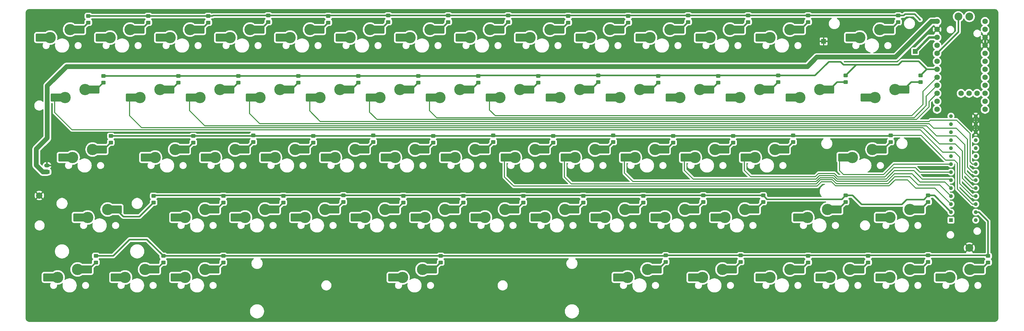
<source format=gbr>
%TF.GenerationSoftware,KiCad,Pcbnew,9.0.3*%
%TF.CreationDate,2025-07-28T21:16:54+07:00*%
%TF.ProjectId,DIY Bluetooth Mechanical Keyboard,44495920-426c-4756-9574-6f6f7468204d,rev?*%
%TF.SameCoordinates,Original*%
%TF.FileFunction,Copper,L2,Bot*%
%TF.FilePolarity,Positive*%
%FSLAX46Y46*%
G04 Gerber Fmt 4.6, Leading zero omitted, Abs format (unit mm)*
G04 Created by KiCad (PCBNEW 9.0.3) date 2025-07-28 21:16:54*
%MOMM*%
%LPD*%
G01*
G04 APERTURE LIST*
G04 Aperture macros list*
%AMRoundRect*
0 Rectangle with rounded corners*
0 $1 Rounding radius*
0 $2 $3 $4 $5 $6 $7 $8 $9 X,Y pos of 4 corners*
0 Add a 4 corners polygon primitive as box body*
4,1,4,$2,$3,$4,$5,$6,$7,$8,$9,$2,$3,0*
0 Add four circle primitives for the rounded corners*
1,1,$1+$1,$2,$3*
1,1,$1+$1,$4,$5*
1,1,$1+$1,$6,$7*
1,1,$1+$1,$8,$9*
0 Add four rect primitives between the rounded corners*
20,1,$1+$1,$2,$3,$4,$5,0*
20,1,$1+$1,$4,$5,$6,$7,0*
20,1,$1+$1,$6,$7,$8,$9,0*
20,1,$1+$1,$8,$9,$2,$3,0*%
G04 Aperture macros list end*
%TA.AperFunction,SMDPad,CuDef*%
%ADD10RoundRect,0.250000X-1.525000X-1.000000X1.525000X-1.000000X1.525000X1.000000X-1.525000X1.000000X0*%
%TD*%
%TA.AperFunction,ComponentPad*%
%ADD11C,3.600000*%
%TD*%
%TA.AperFunction,ComponentPad*%
%ADD12C,2.500000*%
%TD*%
%TA.AperFunction,SMDPad,CuDef*%
%ADD13RoundRect,0.250000X-0.450000X0.325000X-0.450000X-0.325000X0.450000X-0.325000X0.450000X0.325000X0*%
%TD*%
%TA.AperFunction,SMDPad,CuDef*%
%ADD14R,1.500000X1.500000*%
%TD*%
%TA.AperFunction,ComponentPad*%
%ADD15R,1.230000X1.230000*%
%TD*%
%TA.AperFunction,ComponentPad*%
%ADD16C,1.230000*%
%TD*%
%TA.AperFunction,ComponentPad*%
%ADD17C,2.000000*%
%TD*%
%TA.AperFunction,ComponentPad*%
%ADD18C,1.752600*%
%TD*%
%TA.AperFunction,ComponentPad*%
%ADD19RoundRect,0.250000X0.625000X-0.350000X0.625000X0.350000X-0.625000X0.350000X-0.625000X-0.350000X0*%
%TD*%
%TA.AperFunction,ComponentPad*%
%ADD20O,1.750000X1.200000*%
%TD*%
%TA.AperFunction,ViaPad*%
%ADD21C,0.600000*%
%TD*%
%TA.AperFunction,Conductor*%
%ADD22C,0.500000*%
%TD*%
%TA.AperFunction,Conductor*%
%ADD23C,0.300000*%
%TD*%
%TA.AperFunction,Conductor*%
%ADD24C,0.200000*%
%TD*%
%TA.AperFunction,Conductor*%
%ADD25C,0.750000*%
%TD*%
%TA.AperFunction,Conductor*%
%ADD26C,1.500000*%
%TD*%
G04 APERTURE END LIST*
D10*
%TO.P,SW13,1,1*%
%TO.N,COL3*%
X98875800Y-175869600D03*
D11*
X101650800Y-175869600D03*
%TO.P,SW13,2,2*%
%TO.N,Net-(D13-A)*%
X108000800Y-173329600D03*
D10*
X110780800Y-173329600D03*
%TD*%
%TO.P,SW38,1,1*%
%TO.N,COL9*%
X213175800Y-156819600D03*
D11*
X215950800Y-156819600D03*
%TO.P,SW38,2,2*%
%TO.N,Net-(D38-A)*%
X222300800Y-154279600D03*
D10*
X225080800Y-154279600D03*
%TD*%
%TO.P,SW19,1,1*%
%TO.N,COL5*%
X141738300Y-118719600D03*
D11*
X144513300Y-118719600D03*
%TO.P,SW19,2,2*%
%TO.N,Net-(D19-A)*%
X150863300Y-116179600D03*
D10*
X153643300Y-116179600D03*
%TD*%
%TO.P,SW49,1,1*%
%TO.N,COL12*%
X275088300Y-118719600D03*
D11*
X277863300Y-118719600D03*
%TO.P,SW49,2,2*%
%TO.N,Net-(D49-A)*%
X284213300Y-116179600D03*
D10*
X286993300Y-116179600D03*
%TD*%
%TO.P,SW36,1,1*%
%TO.N,COL9*%
X217938300Y-118719600D03*
D11*
X220713300Y-118719600D03*
%TO.P,SW36,2,2*%
%TO.N,Net-(D36-A)*%
X227063300Y-116179600D03*
D10*
X229843300Y-116179600D03*
%TD*%
%TO.P,SW58,1,1*%
%TO.N,COL14*%
X313188300Y-99669600D03*
D11*
X315963300Y-99669600D03*
%TO.P,SW58,2,2*%
%TO.N,Net-(D58-A)*%
X322313300Y-97129600D03*
D10*
X325093300Y-97129600D03*
%TD*%
%TO.P,SW40,1,1*%
%TO.N,COL10*%
X236988300Y-118719600D03*
D11*
X239763300Y-118719600D03*
%TO.P,SW40,2,2*%
%TO.N,Net-(D40-A)*%
X246113300Y-116179600D03*
D10*
X248893300Y-116179600D03*
%TD*%
%TO.P,SW10,1,1*%
%TO.N,COL3*%
X103638300Y-118719600D03*
D11*
X106413300Y-118719600D03*
%TO.P,SW10,2,2*%
%TO.N,Net-(D10-A)*%
X112763300Y-116179600D03*
D10*
X115543300Y-116179600D03*
%TD*%
%TO.P,SW2,1,1*%
%TO.N,COL1*%
X60775800Y-118719600D03*
D11*
X63550800Y-118719600D03*
%TO.P,SW2,2,2*%
%TO.N,Net-(D2-A)*%
X69900800Y-116179600D03*
D10*
X72680800Y-116179600D03*
%TD*%
%TO.P,SW27,1,1*%
%TO.N,COL7*%
X179838300Y-118719600D03*
D11*
X182613300Y-118719600D03*
%TO.P,SW27,2,2*%
%TO.N,Net-(D27-A)*%
X188963300Y-116179600D03*
D10*
X191743300Y-116179600D03*
%TD*%
D12*
%TO.P,RV1,1,1*%
%TO.N,3V3*%
X350729550Y-93003350D03*
%TO.P,RV1,2,2*%
%TO.N,POT*%
X347229550Y-93003350D03*
%TO.P,RV1,3,3*%
%TO.N,GND*%
X350729550Y-166503350D03*
%TD*%
D10*
%TO.P,SW21,1,1*%
%TO.N,COL5*%
X136975800Y-156819600D03*
D11*
X139750800Y-156819600D03*
%TO.P,SW21,2,2*%
%TO.N,Net-(D21-A)*%
X146100800Y-154279600D03*
D10*
X148880800Y-154279600D03*
%TD*%
%TO.P,SW60,1,1*%
%TO.N,COL14*%
X310807050Y-137769600D03*
D11*
X313582050Y-137769600D03*
%TO.P,SW60,2,2*%
%TO.N,Net-(D60-A)*%
X319932050Y-135229600D03*
D10*
X322712050Y-135229600D03*
%TD*%
%TO.P,SW32,1,1*%
%TO.N,COL8*%
X184600800Y-137769600D03*
D11*
X187375800Y-137769600D03*
%TO.P,SW32,2,2*%
%TO.N,Net-(D32-A)*%
X193725800Y-135229600D03*
D10*
X196505800Y-135229600D03*
%TD*%
%TO.P,SW61,1,1*%
%TO.N,COL14*%
X303663300Y-175869600D03*
D11*
X306438300Y-175869600D03*
%TO.P,SW61,2,2*%
%TO.N,Net-(D61-A)*%
X312788300Y-173329600D03*
D10*
X315568300Y-173329600D03*
%TD*%
%TO.P,SW17,1,1*%
%TO.N,COL4*%
X117925800Y-156819600D03*
D11*
X120700800Y-156819600D03*
%TO.P,SW17,2,2*%
%TO.N,Net-(D17-A)*%
X127050800Y-154279600D03*
D10*
X129830800Y-154279600D03*
%TD*%
%TO.P,SW5,1,1*%
%TO.N,COL1*%
X58394550Y-175869600D03*
D11*
X61169550Y-175869600D03*
%TO.P,SW5,2,2*%
%TO.N,Net-(D5-A)*%
X67519550Y-173329600D03*
D10*
X70299550Y-173329600D03*
%TD*%
%TO.P,SW12,1,1*%
%TO.N,COL3*%
X98875800Y-156819600D03*
D11*
X101650800Y-156819600D03*
%TO.P,SW12,2,2*%
%TO.N,Net-(D12-A)*%
X108000800Y-154279600D03*
D10*
X110780800Y-154279600D03*
%TD*%
%TO.P,SW7,1,1*%
%TO.N,COL2*%
X84588300Y-118719600D03*
D11*
X87363300Y-118719600D03*
%TO.P,SW7,2,2*%
%TO.N,Net-(D7-A)*%
X93713300Y-116179600D03*
D10*
X96493300Y-116179600D03*
%TD*%
%TO.P,SW56,1,1*%
%TO.N,COL13*%
X296519550Y-156819600D03*
D11*
X299294550Y-156819600D03*
%TO.P,SW56,2,2*%
%TO.N,Net-(D56-A)*%
X305644550Y-154279600D03*
D10*
X308424550Y-154279600D03*
%TD*%
%TO.P,SW4,1,1*%
%TO.N,COL1*%
X67919550Y-156819600D03*
D11*
X70694550Y-156819600D03*
%TO.P,SW4,2,2*%
%TO.N,Net-(D4-A)*%
X77044550Y-154279600D03*
D10*
X79824550Y-154279600D03*
%TD*%
%TO.P,SW6,1,1*%
%TO.N,COL2*%
X75063300Y-99669600D03*
D11*
X77838300Y-99669600D03*
%TO.P,SW6,2,2*%
%TO.N,Net-(D6-A)*%
X84188300Y-97129600D03*
D10*
X86968300Y-97129600D03*
%TD*%
%TO.P,SW35,1,1*%
%TO.N,COL9*%
X208413300Y-99669600D03*
D11*
X211188300Y-99669600D03*
%TO.P,SW35,2,2*%
%TO.N,Net-(D35-A)*%
X217538300Y-97129600D03*
D10*
X220318300Y-97129600D03*
%TD*%
%TO.P,SW43,1,1*%
%TO.N,COL11*%
X246513300Y-99669600D03*
D11*
X249288300Y-99669600D03*
%TO.P,SW43,2,2*%
%TO.N,Net-(D43-A)*%
X255638300Y-97129600D03*
D10*
X258418300Y-97129600D03*
%TD*%
%TO.P,SW53,1,1*%
%TO.N,COL13*%
X284613300Y-99669600D03*
D11*
X287388300Y-99669600D03*
%TO.P,SW53,2,2*%
%TO.N,Net-(D53-A)*%
X293738300Y-97129600D03*
D10*
X296518300Y-97129600D03*
%TD*%
%TO.P,SW46,1,1*%
%TO.N,COL11*%
X251275800Y-156819600D03*
D11*
X254050800Y-156819600D03*
%TO.P,SW46,2,2*%
%TO.N,Net-(D46-A)*%
X260400800Y-154279600D03*
D10*
X263180800Y-154279600D03*
%TD*%
%TO.P,SW18,1,1*%
%TO.N,COL5*%
X132213300Y-99669600D03*
D11*
X134988300Y-99669600D03*
%TO.P,SW18,2,2*%
%TO.N,Net-(D18-A)*%
X141338300Y-97129600D03*
D10*
X144118300Y-97129600D03*
%TD*%
%TO.P,SW47,1,1*%
%TO.N,COL11*%
X239369550Y-175869600D03*
D11*
X242144550Y-175869600D03*
%TO.P,SW47,2,2*%
%TO.N,Net-(D47-A)*%
X248494550Y-173329600D03*
D10*
X251274550Y-173329600D03*
%TD*%
%TO.P,SW14,1,1*%
%TO.N,COL4*%
X113163300Y-99669600D03*
D11*
X115938300Y-99669600D03*
%TO.P,SW14,2,2*%
%TO.N,Net-(D14-A)*%
X122288300Y-97129600D03*
D10*
X125068300Y-97129600D03*
%TD*%
%TO.P,SW23,1,1*%
%TO.N,COL6*%
X160788300Y-118719600D03*
D11*
X163563300Y-118719600D03*
%TO.P,SW23,2,2*%
%TO.N,Net-(D23-A)*%
X169913300Y-116179600D03*
D10*
X172693300Y-116179600D03*
%TD*%
%TO.P,SW24,1,1*%
%TO.N,COL6*%
X146500800Y-137769600D03*
D11*
X149275800Y-137769600D03*
%TO.P,SW24,2,2*%
%TO.N,Net-(D24-A)*%
X155625800Y-135229600D03*
D10*
X158405800Y-135229600D03*
%TD*%
%TO.P,SW22,1,1*%
%TO.N,COL6*%
X151263300Y-99669600D03*
D11*
X154038300Y-99669600D03*
%TO.P,SW22,2,2*%
%TO.N,Net-(D22-A)*%
X160388300Y-97129600D03*
D10*
X163168300Y-97129600D03*
%TD*%
%TO.P,SW50,1,1*%
%TO.N,COL12*%
X260800800Y-137769600D03*
D11*
X263575800Y-137769600D03*
%TO.P,SW50,2,2*%
%TO.N,Net-(D50-A)*%
X269925800Y-135229600D03*
D10*
X272705800Y-135229600D03*
%TD*%
%TO.P,SW44,1,1*%
%TO.N,COL11*%
X256038300Y-118719600D03*
D11*
X258813300Y-118719600D03*
%TO.P,SW44,2,2*%
%TO.N,Net-(D44-A)*%
X265163300Y-116179600D03*
D10*
X267943300Y-116179600D03*
%TD*%
%TO.P,SW62,1,1*%
%TO.N,COL15*%
X322713300Y-156819600D03*
D11*
X325488300Y-156819600D03*
%TO.P,SW62,2,2*%
%TO.N,Net-(D62-A)*%
X331838300Y-154279600D03*
D10*
X334618300Y-154279600D03*
%TD*%
%TO.P,SW37,1,1*%
%TO.N,COL9*%
X203650800Y-137769600D03*
D11*
X206425800Y-137769600D03*
%TO.P,SW37,2,2*%
%TO.N,Net-(D37-A)*%
X212775800Y-135229600D03*
D10*
X215555800Y-135229600D03*
%TD*%
%TO.P,SW52,1,1*%
%TO.N,COL12*%
X263182050Y-175869600D03*
D11*
X265957050Y-175869600D03*
%TO.P,SW52,2,2*%
%TO.N,Net-(D52-A)*%
X272307050Y-173329600D03*
D10*
X275087050Y-173329600D03*
%TD*%
%TO.P,SW20,1,1*%
%TO.N,COL5*%
X127450800Y-137769600D03*
D11*
X130225800Y-137769600D03*
%TO.P,SW20,2,2*%
%TO.N,Net-(D20-A)*%
X136575800Y-135229600D03*
D10*
X139355800Y-135229600D03*
%TD*%
%TO.P,SW54,1,1*%
%TO.N,COL13*%
X294138300Y-118719600D03*
D11*
X296913300Y-118719600D03*
%TO.P,SW54,2,2*%
%TO.N,Net-(D54-A)*%
X303263300Y-116179600D03*
D10*
X306043300Y-116179600D03*
%TD*%
%TO.P,SW26,1,1*%
%TO.N,COL7*%
X170313300Y-99669600D03*
D11*
X173088300Y-99669600D03*
%TO.P,SW26,2,2*%
%TO.N,Net-(D26-A)*%
X179438300Y-97129600D03*
D10*
X182218300Y-97129600D03*
%TD*%
%TO.P,SW55,1,1*%
%TO.N,COL13*%
X279850800Y-137769600D03*
D11*
X282625800Y-137769600D03*
%TO.P,SW55,2,2*%
%TO.N,Net-(D55-A)*%
X288975800Y-135229600D03*
D10*
X291755800Y-135229600D03*
%TD*%
%TO.P,SW41,1,1*%
%TO.N,COL10*%
X222700800Y-137769600D03*
D11*
X225475800Y-137769600D03*
%TO.P,SW41,2,2*%
%TO.N,Net-(D41-A)*%
X231825800Y-135229600D03*
D10*
X234605800Y-135229600D03*
%TD*%
%TO.P,SW45,1,1*%
%TO.N,COL11*%
X241750800Y-137769600D03*
D11*
X244525800Y-137769600D03*
%TO.P,SW45,2,2*%
%TO.N,Net-(D45-A)*%
X250875800Y-135229600D03*
D10*
X253655800Y-135229600D03*
%TD*%
%TO.P,SW30,1,1*%
%TO.N,COL8*%
X189363300Y-99669600D03*
D11*
X192138300Y-99669600D03*
%TO.P,SW30,2,2*%
%TO.N,Net-(D30-A)*%
X198488300Y-97129600D03*
D10*
X201268300Y-97129600D03*
%TD*%
%TO.P,SW28,1,1*%
%TO.N,COL7*%
X165550800Y-137769600D03*
D11*
X168325800Y-137769600D03*
%TO.P,SW28,2,2*%
%TO.N,Net-(D28-A)*%
X174675800Y-135229600D03*
D10*
X177455800Y-135229600D03*
%TD*%
%TO.P,SW15,1,1*%
%TO.N,COL4*%
X122688300Y-118719600D03*
D11*
X125463300Y-118719600D03*
%TO.P,SW15,2,2*%
%TO.N,Net-(D15-A)*%
X131813300Y-116179600D03*
D10*
X134593300Y-116179600D03*
%TD*%
%TO.P,SW64,1,1*%
%TO.N,COL16*%
X341763300Y-175869600D03*
D11*
X344538300Y-175869600D03*
%TO.P,SW64,2,2*%
%TO.N,Net-(D64-A)*%
X350888300Y-173329600D03*
D10*
X353668300Y-173329600D03*
%TD*%
%TO.P,SW31,1,1*%
%TO.N,COL8*%
X198888300Y-118719600D03*
D11*
X201663300Y-118719600D03*
%TO.P,SW31,2,2*%
%TO.N,Net-(D31-A)*%
X208013300Y-116179600D03*
D10*
X210793300Y-116179600D03*
%TD*%
%TO.P,SW16,1,1*%
%TO.N,COL4*%
X108400800Y-137769600D03*
D11*
X111175800Y-137769600D03*
%TO.P,SW16,2,2*%
%TO.N,Net-(D16-A)*%
X117525800Y-135229600D03*
D10*
X120305800Y-135229600D03*
%TD*%
%TO.P,SW3,1,1*%
%TO.N,COL1*%
X63157050Y-137769600D03*
D11*
X65932050Y-137769600D03*
%TO.P,SW3,2,2*%
%TO.N,Net-(D3-A)*%
X72282050Y-135229600D03*
D10*
X75062050Y-135229600D03*
%TD*%
%TO.P,SW33,1,1*%
%TO.N,COL8*%
X194125800Y-156819600D03*
D11*
X196900800Y-156819600D03*
%TO.P,SW33,2,2*%
%TO.N,Net-(D33-A)*%
X203250800Y-154279600D03*
D10*
X206030800Y-154279600D03*
%TD*%
%TO.P,SW59,1,1*%
%TO.N,COL14*%
X317950800Y-118719600D03*
D11*
X320725800Y-118719600D03*
%TO.P,SW59,2,2*%
%TO.N,Net-(D59-A)*%
X327075800Y-116179600D03*
D10*
X329855800Y-116179600D03*
%TD*%
%TO.P,SW63,1,1*%
%TO.N,COL15*%
X322713300Y-175869600D03*
D11*
X325488300Y-175869600D03*
%TO.P,SW63,2,2*%
%TO.N,Net-(D63-A)*%
X331838300Y-173329600D03*
D10*
X334618300Y-173329600D03*
%TD*%
%TO.P,SW34,1,1*%
%TO.N,COL8*%
X167932050Y-175869600D03*
D11*
X170707050Y-175869600D03*
%TO.P,SW34,2,2*%
%TO.N,Net-(D34-A)*%
X177057050Y-173329600D03*
D10*
X179837050Y-173329600D03*
%TD*%
%TO.P,SW11,1,1*%
%TO.N,COL3*%
X89350800Y-137769600D03*
D11*
X92125800Y-137769600D03*
%TO.P,SW11,2,2*%
%TO.N,Net-(D11-A)*%
X98475800Y-135229600D03*
D10*
X101255800Y-135229600D03*
%TD*%
%TO.P,SW9,1,1*%
%TO.N,COL3*%
X94113300Y-99669600D03*
D11*
X96888300Y-99669600D03*
%TO.P,SW9,2,2*%
%TO.N,Net-(D9-A)*%
X103238300Y-97129600D03*
D10*
X106018300Y-97129600D03*
%TD*%
%TO.P,SW42,1,1*%
%TO.N,COL10*%
X232225800Y-156819600D03*
D11*
X235000800Y-156819600D03*
%TO.P,SW42,2,2*%
%TO.N,Net-(D42-A)*%
X241350800Y-154279600D03*
D10*
X244130800Y-154279600D03*
%TD*%
%TO.P,SW51,1,1*%
%TO.N,COL12*%
X270325800Y-156819600D03*
D11*
X273100800Y-156819600D03*
%TO.P,SW51,2,2*%
%TO.N,Net-(D51-A)*%
X279450800Y-154279600D03*
D10*
X282230800Y-154279600D03*
%TD*%
%TO.P,SW8,1,1*%
%TO.N,COL2*%
X79825800Y-175869600D03*
D11*
X82600800Y-175869600D03*
%TO.P,SW8,2,2*%
%TO.N,Net-(D8-A)*%
X88950800Y-173329600D03*
D10*
X91730800Y-173329600D03*
%TD*%
%TO.P,SW39,1,1*%
%TO.N,COL10*%
X227463300Y-99669600D03*
D11*
X230238300Y-99669600D03*
%TO.P,SW39,2,2*%
%TO.N,Net-(D39-A)*%
X236588300Y-97129600D03*
D10*
X239368300Y-97129600D03*
%TD*%
%TO.P,SW48,1,1*%
%TO.N,COL12*%
X265563300Y-99669600D03*
D11*
X268338300Y-99669600D03*
%TO.P,SW48,2,2*%
%TO.N,Net-(D48-A)*%
X274688300Y-97129600D03*
D10*
X277468300Y-97129600D03*
%TD*%
%TO.P,SW57,1,1*%
%TO.N,COL13*%
X284613300Y-175869600D03*
D11*
X287388300Y-175869600D03*
%TO.P,SW57,2,2*%
%TO.N,Net-(D57-A)*%
X293738300Y-173329600D03*
D10*
X296518300Y-173329600D03*
%TD*%
%TO.P,SW29,1,1*%
%TO.N,COL7*%
X175075800Y-156819600D03*
D11*
X177850800Y-156819600D03*
%TO.P,SW29,2,2*%
%TO.N,Net-(D29-A)*%
X184200800Y-154279600D03*
D10*
X186980800Y-154279600D03*
%TD*%
%TO.P,SW25,1,1*%
%TO.N,COL6*%
X156025800Y-156819600D03*
D11*
X158800800Y-156819600D03*
%TO.P,SW25,2,2*%
%TO.N,Net-(D25-A)*%
X165150800Y-154279600D03*
D10*
X167930800Y-154279600D03*
%TD*%
%TO.P,SW1,1,1*%
%TO.N,COL1*%
X56013300Y-99669600D03*
D11*
X58788300Y-99669600D03*
%TO.P,SW1,2,2*%
%TO.N,Net-(D1-A)*%
X65138300Y-97129600D03*
D10*
X67918300Y-97129600D03*
%TD*%
D13*
%TO.P,D57,1,K*%
%TO.N,ROW5*%
X299532675Y-169050225D03*
%TO.P,D57,2,A*%
%TO.N,Net-(D57-A)*%
X299532675Y-171100225D03*
%TD*%
%TO.P,D62,1,K*%
%TO.N,ROW4*%
X337632675Y-149834600D03*
%TO.P,D62,2,A*%
%TO.N,Net-(D62-A)*%
X337632675Y-151884600D03*
%TD*%
%TO.P,D60,1,K*%
%TO.N,ROW3*%
X325726425Y-130784600D03*
%TO.P,D60,2,A*%
%TO.N,Net-(D60-A)*%
X325726425Y-132834600D03*
%TD*%
%TO.P,D33,1,K*%
%TO.N,ROW4*%
X209045175Y-150000225D03*
%TO.P,D33,2,A*%
%TO.N,Net-(D33-A)*%
X209045175Y-152050225D03*
%TD*%
%TO.P,D2,1,K*%
%TO.N,ROW2*%
X75695175Y-111900225D03*
%TO.P,D2,2,A*%
%TO.N,Net-(D2-A)*%
X75695175Y-113950225D03*
%TD*%
%TO.P,D43,1,K*%
%TO.N,ROW1*%
X261432675Y-92684600D03*
%TO.P,D43,2,A*%
%TO.N,Net-(D43-A)*%
X261432675Y-94734600D03*
%TD*%
%TO.P,D63,1,K*%
%TO.N,ROW5*%
X337632675Y-168884600D03*
%TO.P,D63,2,A*%
%TO.N,Net-(D63-A)*%
X337632675Y-170934600D03*
%TD*%
%TO.P,D26,1,K*%
%TO.N,ROW1*%
X185232675Y-92684600D03*
%TO.P,D26,2,A*%
%TO.N,Net-(D26-A)*%
X185232675Y-94734600D03*
%TD*%
%TO.P,D17,1,K*%
%TO.N,ROW4*%
X132845175Y-150000225D03*
%TO.P,D17,2,A*%
%TO.N,Net-(D17-A)*%
X132845175Y-152050225D03*
%TD*%
D14*
%TO.P,RESET,1,Pin_1*%
%TO.N,/RST*%
X333500000Y-104050000D03*
%TD*%
D13*
%TO.P,D52,1,K*%
%TO.N,ROW5*%
X278101425Y-168884600D03*
%TO.P,D52,2,A*%
%TO.N,Net-(D52-A)*%
X278101425Y-170934600D03*
%TD*%
%TO.P,D36,1,K*%
%TO.N,ROW2*%
X232857675Y-111734600D03*
%TO.P,D36,2,A*%
%TO.N,Net-(D36-A)*%
X232857675Y-113784600D03*
%TD*%
%TO.P,D30,1,K*%
%TO.N,ROW1*%
X204282675Y-92684600D03*
%TO.P,D30,2,A*%
%TO.N,Net-(D30-A)*%
X204282675Y-94734600D03*
%TD*%
%TO.P,D59,1,K*%
%TO.N,ROW2*%
X335251425Y-111734600D03*
%TO.P,D59,2,A*%
%TO.N,Net-(D59-A)*%
X335251425Y-113784600D03*
%TD*%
%TO.P,D54,1,K*%
%TO.N,ROW2*%
X311438925Y-111734600D03*
%TO.P,D54,2,A*%
%TO.N,Net-(D54-A)*%
X311438925Y-113784600D03*
%TD*%
D15*
%TO.P,U3,1,GPB0*%
%TO.N,COL15*%
X344880000Y-157650000D03*
D16*
%TO.P,U3,2,GPB1*%
%TO.N,ROW4*%
X344880000Y-155110000D03*
%TO.P,U3,3,GPB2*%
%TO.N,COL9*%
X344880000Y-152570000D03*
%TO.P,U3,4,GPB3*%
%TO.N,COL10*%
X344880000Y-150030000D03*
%TO.P,U3,5,GPB4*%
%TO.N,COL11*%
X344880000Y-147490000D03*
%TO.P,U3,6,GPB5*%
%TO.N,COL12*%
X344880000Y-144950000D03*
%TO.P,U3,7,GPB6*%
%TO.N,COL13*%
X344880000Y-142410000D03*
%TO.P,U3,8,GPB7*%
%TO.N,COL14*%
X344880000Y-139870000D03*
%TO.P,U3,9,VDD*%
%TO.N,3V3*%
X344880000Y-137330000D03*
%TO.P,U3,10,VSS*%
%TO.N,GND*%
X344880000Y-134790000D03*
%TO.P,U3,11,NC*%
%TO.N,unconnected-(U3-NC-Pad11)*%
X344880000Y-132250000D03*
%TO.P,U3,12,SCK*%
%TO.N,/SCK*%
X344880000Y-129710000D03*
%TO.P,U3,13,SDA*%
%TO.N,/SDA*%
X344880000Y-127170000D03*
%TO.P,U3,14,NC*%
%TO.N,unconnected-(U3-NC-Pad14)*%
X344880000Y-124630000D03*
%TO.P,U3,15,A0*%
%TO.N,GND*%
X352750000Y-124630000D03*
%TO.P,U3,16,A1*%
X352750000Y-127170000D03*
%TO.P,U3,17,A2*%
X352750000Y-129710000D03*
%TO.P,U3,18,~{RESET}*%
%TO.N,3V3*%
X352750000Y-132250000D03*
%TO.P,U3,19,INTB*%
%TO.N,unconnected-(U3-INTB-Pad19)*%
X352750000Y-134790000D03*
%TO.P,U3,20,INTA*%
%TO.N,unconnected-(U3-INTA-Pad20)*%
X352750000Y-137330000D03*
%TO.P,U3,21,GPA0*%
%TO.N,COL5*%
X352750000Y-139870000D03*
%TO.P,U3,22,GPA1*%
%TO.N,COL4*%
X352750000Y-142410000D03*
%TO.P,U3,23,GPA2*%
%TO.N,COL3*%
X352750000Y-144950000D03*
%TO.P,U3,24,GPA3*%
%TO.N,COL2*%
X352750000Y-147490000D03*
%TO.P,U3,25,GPA4*%
%TO.N,COL1*%
X352750000Y-150030000D03*
%TO.P,U3,26,GPA5*%
%TO.N,ROW3*%
X352750000Y-152570000D03*
%TO.P,U3,27,GPA6*%
%TO.N,ROW5*%
X352750000Y-155110000D03*
%TO.P,U3,28,GPA7*%
%TO.N,COL16*%
X352750000Y-157650000D03*
%TD*%
D13*
%TO.P,D13,1,K*%
%TO.N,ROW5*%
X113795175Y-169050225D03*
%TO.P,D13,2,A*%
%TO.N,Net-(D13-A)*%
X113795175Y-171100225D03*
%TD*%
%TO.P,D41,1,K*%
%TO.N,ROW3*%
X237620175Y-130784600D03*
%TO.P,D41,2,A*%
%TO.N,Net-(D41-A)*%
X237620175Y-132834600D03*
%TD*%
%TO.P,D7,1,K*%
%TO.N,ROW2*%
X99507675Y-111900225D03*
%TO.P,D7,2,A*%
%TO.N,Net-(D7-A)*%
X99507675Y-113950225D03*
%TD*%
%TO.P,D37,1,K*%
%TO.N,ROW3*%
X218570175Y-130950225D03*
%TO.P,D37,2,A*%
%TO.N,Net-(D37-A)*%
X218570175Y-133000225D03*
%TD*%
%TO.P,D4,1,K*%
%TO.N,ROW4*%
X91662250Y-149997050D03*
%TO.P,D4,2,A*%
%TO.N,Net-(D4-A)*%
X91662250Y-152047050D03*
%TD*%
D17*
%TO.P,GND,1,Pin_1*%
%TO.N,GND*%
X55350000Y-149850000D03*
%TD*%
D13*
%TO.P,D28,1,K*%
%TO.N,ROW3*%
X180470175Y-130950225D03*
%TO.P,D28,2,A*%
%TO.N,Net-(D28-A)*%
X180470175Y-133000225D03*
%TD*%
%TO.P,D27,1,K*%
%TO.N,ROW2*%
X194757675Y-111900225D03*
%TO.P,D27,2,A*%
%TO.N,Net-(D27-A)*%
X194757675Y-113950225D03*
%TD*%
%TO.P,D53,1,K*%
%TO.N,ROW1*%
X299532675Y-92684600D03*
%TO.P,D53,2,A*%
%TO.N,Net-(D53-A)*%
X299532675Y-94734600D03*
%TD*%
%TO.P,D42,1,K*%
%TO.N,ROW4*%
X247145175Y-150000225D03*
%TO.P,D42,2,A*%
%TO.N,Net-(D42-A)*%
X247145175Y-152050225D03*
%TD*%
%TO.P,D16,1,K*%
%TO.N,ROW3*%
X123320175Y-130784600D03*
%TO.P,D16,2,A*%
%TO.N,Net-(D16-A)*%
X123320175Y-132834600D03*
%TD*%
%TO.P,D20,1,K*%
%TO.N,ROW3*%
X142370175Y-130950225D03*
%TO.P,D20,2,A*%
%TO.N,Net-(D20-A)*%
X142370175Y-133000225D03*
%TD*%
%TO.P,D8,1,K*%
%TO.N,ROW5*%
X94745175Y-169050225D03*
%TO.P,D8,2,A*%
%TO.N,Net-(D8-A)*%
X94745175Y-171100225D03*
%TD*%
%TO.P,D48,1,K*%
%TO.N,ROW1*%
X280482675Y-92684600D03*
%TO.P,D48,2,A*%
%TO.N,Net-(D48-A)*%
X280482675Y-94734600D03*
%TD*%
D18*
%TO.P,U1,1,1*%
%TO.N,unconnected-(U1-Pad1)*%
X355707050Y-94540850D03*
%TO.P,U1,2,0*%
%TO.N,unconnected-(U1-0-Pad2)*%
X355707050Y-97080850D03*
%TO.P,U1,3,GND*%
%TO.N,GND*%
X355707050Y-99620850D03*
%TO.P,U1,4,GND*%
X355707050Y-102160850D03*
%TO.P,U1,5,2*%
%TO.N,unconnected-(U1-2-Pad5)*%
X355707050Y-104700850D03*
%TO.P,U1,6,3*%
%TO.N,unconnected-(U1-3-Pad6)*%
X355707050Y-107240850D03*
%TO.P,U1,7,4*%
%TO.N,unconnected-(U1-4-Pad7)*%
X355707050Y-109780850D03*
%TO.P,U1,8,5*%
%TO.N,unconnected-(U1-5-Pad8)*%
X355707050Y-112320850D03*
%TO.P,U1,9,6*%
%TO.N,unconnected-(U1-6-Pad9)*%
X355707050Y-114860850D03*
%TO.P,U1,10,7*%
%TO.N,unconnected-(U1-7-Pad10)*%
X355707050Y-117400850D03*
%TO.P,U1,11,8*%
%TO.N,unconnected-(U1-8-Pad11)*%
X355707050Y-119940850D03*
%TO.P,U1,12,9*%
%TO.N,unconnected-(U1-9-Pad12)*%
X355707050Y-122480850D03*
%TO.P,U1,13,10*%
%TO.N,/SCK*%
X340467050Y-122480850D03*
%TO.P,U1,14,16*%
%TO.N,/SDA*%
X340467050Y-119940850D03*
%TO.P,U1,15,14*%
%TO.N,COL6*%
X340467050Y-117400850D03*
%TO.P,U1,16,15*%
%TO.N,COL7*%
X340467050Y-114860850D03*
%TO.P,U1,17,18*%
%TO.N,COL8*%
X340467050Y-112320850D03*
%TO.P,U1,18,19*%
%TO.N,ROW2*%
X340467050Y-109780850D03*
%TO.P,U1,19,20*%
%TO.N,ROW1*%
X340467050Y-107240850D03*
%TO.P,U1,20,21*%
%TO.N,POT*%
X340467050Y-104700850D03*
%TO.P,U1,21,3.3v*%
%TO.N,3V3*%
X340467050Y-102160850D03*
%TO.P,U1,22,RST*%
%TO.N,/RST*%
X340467050Y-99620850D03*
%TO.P,U1,23,GND*%
%TO.N,GND*%
X340467050Y-97080850D03*
%TO.P,U1,24,B+*%
%TO.N,BAT*%
X340467050Y-94540850D03*
%TO.P,U1,25,1*%
%TO.N,unconnected-(U1-1-Pad25)*%
X353167050Y-117400850D03*
%TO.P,U1,26,2*%
%TO.N,unconnected-(U1-2-Pad26)*%
X350627050Y-117400850D03*
%TO.P,U1,27,7*%
%TO.N,unconnected-(U1-7-Pad27)*%
X348087050Y-117400850D03*
%TD*%
D13*
%TO.P,D46,1,K*%
%TO.N,ROW4*%
X266195175Y-149834600D03*
%TO.P,D46,2,A*%
%TO.N,Net-(D46-A)*%
X266195175Y-151884600D03*
%TD*%
%TO.P,D58,1,K*%
%TO.N,ROW1*%
X328107675Y-92684600D03*
%TO.P,D58,2,A*%
%TO.N,Net-(D58-A)*%
X328107675Y-94734600D03*
%TD*%
%TO.P,D49,1,K*%
%TO.N,ROW2*%
X290007675Y-111734600D03*
%TO.P,D49,2,A*%
%TO.N,Net-(D49-A)*%
X290007675Y-113784600D03*
%TD*%
%TO.P,D64,1,K*%
%TO.N,ROW5*%
X356682675Y-169050225D03*
%TO.P,D64,2,A*%
%TO.N,Net-(D64-A)*%
X356682675Y-171100225D03*
%TD*%
%TO.P,D50,1,K*%
%TO.N,ROW3*%
X275720175Y-130950225D03*
%TO.P,D50,2,A*%
%TO.N,Net-(D50-A)*%
X275720175Y-133000225D03*
%TD*%
%TO.P,D56,1,K*%
%TO.N,ROW4*%
X311438925Y-149834600D03*
%TO.P,D56,2,A*%
%TO.N,Net-(D56-A)*%
X311438925Y-151884600D03*
%TD*%
%TO.P,D40,1,K*%
%TO.N,ROW2*%
X251907675Y-111900225D03*
%TO.P,D40,2,A*%
%TO.N,Net-(D40-A)*%
X251907675Y-113950225D03*
%TD*%
%TO.P,D9,1,K*%
%TO.N,ROW1*%
X109032675Y-92850225D03*
%TO.P,D9,2,A*%
%TO.N,Net-(D9-A)*%
X109032675Y-94900225D03*
%TD*%
%TO.P,D10,1,K*%
%TO.N,ROW2*%
X118557675Y-111900225D03*
%TO.P,D10,2,A*%
%TO.N,Net-(D10-A)*%
X118557675Y-113950225D03*
%TD*%
%TO.P,D1,1,K*%
%TO.N,ROW1*%
X70932675Y-92850225D03*
%TO.P,D1,2,A*%
%TO.N,Net-(D1-A)*%
X70932675Y-94900225D03*
%TD*%
%TO.P,D34,1,K*%
%TO.N,ROW5*%
X182851425Y-169050225D03*
%TO.P,D34,2,A*%
%TO.N,Net-(D34-A)*%
X182851425Y-171100225D03*
%TD*%
%TO.P,D22,1,K*%
%TO.N,ROW1*%
X166182675Y-92684600D03*
%TO.P,D22,2,A*%
%TO.N,Net-(D22-A)*%
X166182675Y-94734600D03*
%TD*%
%TO.P,D21,1,K*%
%TO.N,ROW4*%
X151895175Y-149834600D03*
%TO.P,D21,2,A*%
%TO.N,Net-(D21-A)*%
X151895175Y-151884600D03*
%TD*%
D14*
%TO.P,GND,1,Pin_1*%
%TO.N,GND*%
X304450000Y-100900000D03*
%TD*%
D13*
%TO.P,D12,1,K*%
%TO.N,ROW4*%
X113795175Y-150000225D03*
%TO.P,D12,2,A*%
%TO.N,Net-(D12-A)*%
X113795175Y-152050225D03*
%TD*%
%TO.P,D23,1,K*%
%TO.N,ROW2*%
X175707675Y-111900225D03*
%TO.P,D23,2,A*%
%TO.N,Net-(D23-A)*%
X175707675Y-113950225D03*
%TD*%
%TO.P,D15,1,K*%
%TO.N,ROW2*%
X137607675Y-111900225D03*
%TO.P,D15,2,A*%
%TO.N,Net-(D15-A)*%
X137607675Y-113950225D03*
%TD*%
%TO.P,D14,1,K*%
%TO.N,ROW1*%
X128082675Y-92684600D03*
%TO.P,D14,2,A*%
%TO.N,Net-(D14-A)*%
X128082675Y-94734600D03*
%TD*%
%TO.P,D51,1,K*%
%TO.N,ROW4*%
X285245175Y-149834600D03*
%TO.P,D51,2,A*%
%TO.N,Net-(D51-A)*%
X285245175Y-151884600D03*
%TD*%
%TO.P,D31,1,K*%
%TO.N,ROW2*%
X213807675Y-111900225D03*
%TO.P,D31,2,A*%
%TO.N,Net-(D31-A)*%
X213807675Y-113950225D03*
%TD*%
%TO.P,D45,1,K*%
%TO.N,ROW3*%
X256670175Y-130950225D03*
%TO.P,D45,2,A*%
%TO.N,Net-(D45-A)*%
X256670175Y-133000225D03*
%TD*%
%TO.P,D3,1,K*%
%TO.N,ROW3*%
X78076425Y-130950225D03*
%TO.P,D3,2,A*%
%TO.N,Net-(D3-A)*%
X78076425Y-133000225D03*
%TD*%
%TO.P,D6,1,K*%
%TO.N,ROW1*%
X89982675Y-92850225D03*
%TO.P,D6,2,A*%
%TO.N,Net-(D6-A)*%
X89982675Y-94900225D03*
%TD*%
%TO.P,D47,1,K*%
%TO.N,ROW5*%
X254288925Y-168884600D03*
%TO.P,D47,2,A*%
%TO.N,Net-(D47-A)*%
X254288925Y-170934600D03*
%TD*%
%TO.P,D38,1,K*%
%TO.N,ROW4*%
X228095175Y-150000225D03*
%TO.P,D38,2,A*%
%TO.N,Net-(D38-A)*%
X228095175Y-152050225D03*
%TD*%
%TO.P,D35,1,K*%
%TO.N,ROW1*%
X223332675Y-92850225D03*
%TO.P,D35,2,A*%
%TO.N,Net-(D35-A)*%
X223332675Y-94900225D03*
%TD*%
%TO.P,D11,1,K*%
%TO.N,ROW3*%
X104270175Y-130950225D03*
%TO.P,D11,2,A*%
%TO.N,Net-(D11-A)*%
X104270175Y-133000225D03*
%TD*%
%TO.P,D29,1,K*%
%TO.N,ROW4*%
X189995175Y-150000225D03*
%TO.P,D29,2,A*%
%TO.N,Net-(D29-A)*%
X189995175Y-152050225D03*
%TD*%
%TO.P,D24,1,K*%
%TO.N,ROW3*%
X161420175Y-130784600D03*
%TO.P,D24,2,A*%
%TO.N,Net-(D24-A)*%
X161420175Y-132834600D03*
%TD*%
%TO.P,D61,1,K*%
%TO.N,ROW5*%
X318582675Y-169050225D03*
%TO.P,D61,2,A*%
%TO.N,Net-(D61-A)*%
X318582675Y-171100225D03*
%TD*%
D19*
%TO.P,Battery,1,Pin_1*%
%TO.N,BAT*%
X57800000Y-142350000D03*
D20*
%TO.P,Battery,2,Pin_2*%
%TO.N,GND*%
X57800000Y-140350000D03*
%TD*%
D13*
%TO.P,D39,1,K*%
%TO.N,ROW1*%
X242382675Y-92850225D03*
%TO.P,D39,2,A*%
%TO.N,Net-(D39-A)*%
X242382675Y-94900225D03*
%TD*%
%TO.P,D5,1,K*%
%TO.N,ROW5*%
X73313925Y-169050225D03*
%TO.P,D5,2,A*%
%TO.N,Net-(D5-A)*%
X73313925Y-171100225D03*
%TD*%
%TO.P,D25,1,K*%
%TO.N,ROW4*%
X170945175Y-150000225D03*
%TO.P,D25,2,A*%
%TO.N,Net-(D25-A)*%
X170945175Y-152050225D03*
%TD*%
%TO.P,D18,1,K*%
%TO.N,ROW1*%
X147132675Y-92850225D03*
%TO.P,D18,2,A*%
%TO.N,Net-(D18-A)*%
X147132675Y-94900225D03*
%TD*%
%TO.P,D32,1,K*%
%TO.N,ROW3*%
X199520175Y-130784600D03*
%TO.P,D32,2,A*%
%TO.N,Net-(D32-A)*%
X199520175Y-132834600D03*
%TD*%
%TO.P,D55,1,K*%
%TO.N,ROW3*%
X294770175Y-130784600D03*
%TO.P,D55,2,A*%
%TO.N,Net-(D55-A)*%
X294770175Y-132834600D03*
%TD*%
%TO.P,D19,1,K*%
%TO.N,ROW2*%
X156657675Y-111900225D03*
%TO.P,D19,2,A*%
%TO.N,Net-(D19-A)*%
X156657675Y-113950225D03*
%TD*%
%TO.P,D44,1,K*%
%TO.N,ROW2*%
X270957675Y-111900225D03*
%TO.P,D44,2,A*%
%TO.N,Net-(D44-A)*%
X270957675Y-113950225D03*
%TD*%
D21*
%TO.N,ROW1*%
X335100000Y-94000000D03*
%TD*%
D22*
%TO.N,Net-(D1-A)*%
X68703309Y-97129622D02*
X70932675Y-94900225D01*
X68703309Y-97129622D02*
X67918300Y-97129600D01*
%TO.N,ROW1*%
X110554548Y-92684595D02*
X110388915Y-92850202D01*
X329869800Y-92684600D02*
X328107675Y-92684600D01*
X330304400Y-92250000D02*
X329869800Y-92684600D01*
X333350000Y-92250000D02*
X335100000Y-94000000D01*
X110554548Y-92684595D02*
X328107675Y-92684600D01*
X110388915Y-92850202D02*
X70932675Y-92850225D01*
X330304400Y-92250000D02*
X333350000Y-92250000D01*
%TO.N,ROW2*%
X334665175Y-107240850D02*
X337205175Y-109780850D01*
X194763706Y-111734600D02*
X194646600Y-111734619D01*
X311438925Y-111711075D02*
X314850000Y-108300000D01*
X311438925Y-111734600D02*
X311438925Y-111711075D01*
X328200000Y-108300000D02*
X329259150Y-107240850D01*
X340467050Y-109780850D02*
X337205175Y-109780850D01*
X290007675Y-111734600D02*
X194923300Y-111734600D01*
X194480962Y-111900214D02*
X75695175Y-111900225D01*
X329259150Y-107240850D02*
X334665175Y-107240850D01*
X314850000Y-108300000D02*
X328200000Y-108300000D01*
X306100000Y-107350000D02*
X301715400Y-111734600D01*
X337205175Y-109780850D02*
X335251425Y-111734600D01*
X309800000Y-107350000D02*
X306100000Y-107350000D01*
X301715400Y-111734600D02*
X290007675Y-111734600D01*
X314850000Y-108300000D02*
X310750000Y-108300000D01*
X194646600Y-111734619D02*
X194480962Y-111900214D01*
X310750000Y-108300000D02*
X309800000Y-107350000D01*
X194923300Y-111734600D02*
X194757675Y-111900225D01*
%TO.N,Net-(D2-A)*%
X73465809Y-116179622D02*
X72680800Y-116179600D01*
X73465809Y-116179622D02*
X75695175Y-113950225D01*
%TO.N,Net-(D3-A)*%
X75847053Y-135229607D02*
X78076425Y-133000225D01*
X75847053Y-135229607D02*
X75062050Y-135229600D01*
%TO.N,ROW3*%
X325560799Y-130950224D02*
X78076425Y-130950225D01*
D23*
X345950000Y-138600000D02*
X346900000Y-139550000D01*
X343216580Y-138600000D02*
X345950000Y-138600000D01*
D22*
X325726423Y-130784600D02*
X325560799Y-130950224D01*
D23*
X325726425Y-130784600D02*
X335401180Y-130784600D01*
X346900000Y-147800000D02*
X351670000Y-152570000D01*
X351670000Y-152570000D02*
X352750000Y-152570000D01*
X346900000Y-139550000D02*
X346900000Y-147800000D01*
D24*
X325726425Y-130784600D02*
X325726423Y-130784600D01*
D23*
X335401180Y-130784600D02*
X343216580Y-138600000D01*
D22*
%TO.N,Net-(D4-A)*%
X79824550Y-154279600D02*
X82085150Y-156540200D01*
X80887089Y-154002060D02*
X80609553Y-154279607D01*
X87169100Y-156540200D02*
X91662250Y-152047050D01*
X80609553Y-154279607D02*
X79824550Y-154279600D01*
X82085150Y-156540200D02*
X87169100Y-156540200D01*
%TO.N,ROW4*%
X286440075Y-151029500D02*
X285245175Y-149834600D01*
X285245175Y-149834600D02*
X91824700Y-149834600D01*
X313634600Y-149834600D02*
X311438925Y-149834600D01*
X330850000Y-151150000D02*
X329300000Y-152700000D01*
X310244025Y-151029500D02*
X286440075Y-151029500D01*
X337632675Y-149834600D02*
X336317275Y-151150000D01*
X316500000Y-152700000D02*
X313634600Y-149834600D01*
X336317275Y-151150000D02*
X330850000Y-151150000D01*
X337632675Y-149834600D02*
X339604600Y-149834600D01*
X329300000Y-152700000D02*
X316500000Y-152700000D01*
X91824700Y-149834600D02*
X91662250Y-149997050D01*
X339604600Y-149834600D02*
X344880000Y-155110000D01*
X311438925Y-149834600D02*
X310244025Y-151029500D01*
%TO.N,Net-(D5-A)*%
X71084553Y-173329607D02*
X70299550Y-173329600D01*
X71084553Y-173329607D02*
X73313925Y-171100225D01*
%TO.N,ROW5*%
X356682675Y-158032675D02*
X353760000Y-155110000D01*
X84048600Y-163830000D02*
X78828375Y-169050225D01*
X356682675Y-169050225D02*
X356682675Y-158032675D01*
X182851425Y-169050225D02*
X254123300Y-169050225D01*
X89524950Y-163830000D02*
X84048600Y-163830000D01*
X254123300Y-169050225D02*
X254288925Y-168884600D01*
X113795175Y-169050225D02*
X182851425Y-169050225D01*
X356517050Y-168884600D02*
X356682675Y-169050225D01*
X353760000Y-155110000D02*
X352750000Y-155110000D01*
X94745175Y-169050225D02*
X113795175Y-169050225D01*
X94745175Y-169050225D02*
X89524950Y-163830000D01*
X254288925Y-168884600D02*
X356517050Y-168884600D01*
X78828375Y-169050225D02*
X73313925Y-169050225D01*
%TO.N,Net-(D6-A)*%
X87753309Y-97129622D02*
X89982675Y-94900225D01*
X87753309Y-97129622D02*
X86968300Y-97129600D01*
%TO.N,Net-(D7-A)*%
X97278309Y-116179622D02*
X96493300Y-116179600D01*
X97278309Y-116179622D02*
X99507675Y-113950225D01*
%TO.N,Net-(D8-A)*%
X92515809Y-173329622D02*
X94745175Y-171100225D01*
X92515809Y-173329622D02*
X91730800Y-173329600D01*
%TO.N,Net-(D9-A)*%
X106803309Y-97129622D02*
X109032675Y-94900225D01*
X106803309Y-97129622D02*
X106018300Y-97129600D01*
%TO.N,Net-(D10-A)*%
X116328309Y-116179622D02*
X115543300Y-116179600D01*
X116328309Y-116179622D02*
X118557675Y-113950225D01*
%TO.N,Net-(D11-A)*%
X102040809Y-135229622D02*
X104270175Y-133000225D01*
X102040809Y-135229622D02*
X101255800Y-135229600D01*
%TO.N,Net-(D12-A)*%
X111565809Y-154279622D02*
X110780800Y-154279600D01*
X111565809Y-154279622D02*
X113795175Y-152050225D01*
%TO.N,Net-(D13-A)*%
X111565809Y-173329622D02*
X113795175Y-171100225D01*
X111565809Y-173329622D02*
X110780800Y-173329600D01*
%TO.N,Net-(D14-A)*%
X125687679Y-97129610D02*
X125068300Y-97129600D01*
X125687679Y-97129610D02*
X128082675Y-94734600D01*
%TO.N,Net-(D15-A)*%
X135378309Y-116179622D02*
X134593300Y-116179600D01*
X135378309Y-116179622D02*
X137607675Y-113950225D01*
%TO.N,Net-(D16-A)*%
X120925179Y-135229610D02*
X123320175Y-132834600D01*
X120925179Y-135229610D02*
X120305800Y-135229600D01*
%TO.N,Net-(D17-A)*%
X130615809Y-154279622D02*
X132845175Y-152050225D01*
X130615809Y-154279622D02*
X129830800Y-154279600D01*
%TO.N,Net-(D18-A)*%
X144903309Y-97129622D02*
X144118300Y-97129600D01*
X144903309Y-97129622D02*
X147132675Y-94900225D01*
%TO.N,Net-(D19-A)*%
X154428309Y-116179622D02*
X153643300Y-116179600D01*
X154428309Y-116179622D02*
X156657675Y-113950225D01*
%TO.N,Net-(D20-A)*%
X140140809Y-135229622D02*
X142370175Y-133000225D01*
X140140809Y-135229622D02*
X139355800Y-135229600D01*
%TO.N,Net-(D21-A)*%
X149500179Y-154279610D02*
X151895175Y-151884600D01*
X149500179Y-154279610D02*
X148880800Y-154279600D01*
%TO.N,Net-(D22-A)*%
X163787679Y-97129610D02*
X166182675Y-94734600D01*
X163787679Y-97129610D02*
X163168300Y-97129600D01*
%TO.N,Net-(D23-A)*%
X173478309Y-116179622D02*
X172693300Y-116179600D01*
X173478309Y-116179622D02*
X175707675Y-113950225D01*
%TO.N,Net-(D24-A)*%
X159025179Y-135229610D02*
X158405800Y-135229600D01*
X159025179Y-135229610D02*
X161420175Y-132834600D01*
%TO.N,Net-(D25-A)*%
X168715809Y-154279622D02*
X170945175Y-152050225D01*
X168715809Y-154279622D02*
X167930800Y-154279600D01*
%TO.N,Net-(D26-A)*%
X182837679Y-97129610D02*
X182218300Y-97129600D01*
X182837679Y-97129610D02*
X185232675Y-94734600D01*
%TO.N,Net-(D27-A)*%
X192528309Y-116179622D02*
X191743300Y-116179600D01*
X192528309Y-116179622D02*
X194757675Y-113950225D01*
%TO.N,Net-(D28-A)*%
X178240809Y-135229622D02*
X180470175Y-133000225D01*
X178240809Y-135229622D02*
X177455800Y-135229600D01*
%TO.N,Net-(D29-A)*%
X187765809Y-154279622D02*
X189995175Y-152050225D01*
X187765809Y-154279622D02*
X186980800Y-154279600D01*
%TO.N,Net-(D30-A)*%
X201887679Y-97129610D02*
X201268300Y-97129600D01*
X201887679Y-97129610D02*
X204282675Y-94734600D01*
%TO.N,Net-(D31-A)*%
X211578309Y-116179622D02*
X213807675Y-113950225D01*
X211578309Y-116179622D02*
X210793300Y-116179600D01*
%TO.N,Net-(D32-A)*%
X197125179Y-135229610D02*
X196505800Y-135229600D01*
X197125179Y-135229610D02*
X199520175Y-132834600D01*
%TO.N,Net-(D33-A)*%
X206815809Y-154279622D02*
X206030800Y-154279600D01*
X206815809Y-154279622D02*
X209045175Y-152050225D01*
%TO.N,Net-(D34-A)*%
X180622053Y-173329607D02*
X182851425Y-171100225D01*
X180622053Y-173329607D02*
X179837050Y-173329600D01*
%TO.N,Net-(D35-A)*%
X221103309Y-97129622D02*
X223332675Y-94900225D01*
X221103309Y-97129622D02*
X220318300Y-97129600D01*
%TO.N,Net-(D36-A)*%
X230462679Y-116179610D02*
X229843300Y-116179600D01*
X230462679Y-116179610D02*
X232857675Y-113784600D01*
%TO.N,Net-(D37-A)*%
X216340809Y-135229622D02*
X218570175Y-133000225D01*
X216340809Y-135229622D02*
X215555800Y-135229600D01*
%TO.N,Net-(D38-A)*%
X225865809Y-154279622D02*
X225080800Y-154279600D01*
X225865809Y-154279622D02*
X228095175Y-152050225D01*
%TO.N,Net-(D39-A)*%
X240153309Y-97129622D02*
X242382675Y-94900225D01*
X240153309Y-97129622D02*
X239368300Y-97129600D01*
%TO.N,Net-(D40-A)*%
X249678309Y-116179622D02*
X248893300Y-116179600D01*
X249678309Y-116179622D02*
X251907675Y-113950225D01*
%TO.N,Net-(D41-A)*%
X235225179Y-135229610D02*
X237620175Y-132834600D01*
X235225179Y-135229610D02*
X234605800Y-135229600D01*
%TO.N,Net-(D42-A)*%
X244915809Y-154279622D02*
X244130800Y-154279600D01*
X244915809Y-154279622D02*
X247145175Y-152050225D01*
%TO.N,Net-(D43-A)*%
X259037679Y-97129610D02*
X258418300Y-97129600D01*
X259037679Y-97129610D02*
X261432675Y-94734600D01*
%TO.N,Net-(D44-A)*%
X268728308Y-116179621D02*
X265163300Y-116179600D01*
X268728308Y-116179621D02*
X270957675Y-113950225D01*
%TO.N,Net-(D45-A)*%
X254440809Y-135229622D02*
X256670175Y-133000225D01*
X254440809Y-135229622D02*
X253655800Y-135229600D01*
%TO.N,Net-(D46-A)*%
X263800179Y-154279610D02*
X263180800Y-154279600D01*
X263800179Y-154279610D02*
X266195175Y-151884600D01*
%TO.N,Net-(D47-A)*%
X251893923Y-173329596D02*
X254288925Y-170934600D01*
X251893923Y-173329596D02*
X251274550Y-173329600D01*
%TO.N,Net-(D48-A)*%
X278087679Y-97129610D02*
X277468300Y-97129600D01*
X278087679Y-97129610D02*
X280482675Y-94734600D01*
%TO.N,Net-(D49-A)*%
X287612679Y-116179610D02*
X290007675Y-113784600D01*
X287612679Y-116179610D02*
X286993300Y-116179600D01*
%TO.N,Net-(D50-A)*%
X273490809Y-135229622D02*
X275720175Y-133000225D01*
X273490809Y-135229622D02*
X272705800Y-135229600D01*
%TO.N,Net-(D51-A)*%
X282850179Y-154279610D02*
X285245175Y-151884600D01*
X282850179Y-154279610D02*
X282230800Y-154279600D01*
%TO.N,Net-(D52-A)*%
X275706423Y-173329596D02*
X278101425Y-170934600D01*
X275706423Y-173329596D02*
X275087050Y-173329600D01*
%TO.N,Net-(D53-A)*%
X297137679Y-97129610D02*
X296518300Y-97129600D01*
X297137679Y-97129610D02*
X299532675Y-94734600D01*
%TO.N,Net-(D54-A)*%
X306043300Y-116179600D02*
X306662679Y-116179610D01*
X306352987Y-116179600D02*
X308747987Y-113784600D01*
X306881657Y-115960617D02*
X306662679Y-116179610D01*
X308747987Y-113784600D02*
X311438925Y-113784600D01*
%TO.N,Net-(D55-A)*%
X292375179Y-135229610D02*
X291755800Y-135229600D01*
X292375179Y-135229610D02*
X294770175Y-132834600D01*
%TO.N,Net-(D56-A)*%
X308424550Y-154279600D02*
X309043925Y-154279600D01*
X309043925Y-154279600D02*
X311438925Y-151884600D01*
%TO.N,Net-(D57-A)*%
X297303309Y-173329622D02*
X296518300Y-173329600D01*
X297303309Y-173329622D02*
X299532675Y-171100225D01*
%TO.N,Net-(D58-A)*%
X325712679Y-97129610D02*
X328107675Y-94734600D01*
X325712679Y-97129610D02*
X325093300Y-97129600D01*
%TO.N,Net-(D59-A)*%
X329855800Y-116179600D02*
X330475179Y-116179610D01*
X335251425Y-113784600D02*
X332250800Y-113784600D01*
X332250800Y-113784600D02*
X329855800Y-116179600D01*
%TO.N,Net-(D60-A)*%
X323331423Y-135229596D02*
X325726425Y-132834600D01*
X323331423Y-135229596D02*
X322712050Y-135229600D01*
%TO.N,Net-(D61-A)*%
X316353309Y-173329622D02*
X318582675Y-171100225D01*
X316353309Y-173329622D02*
X315568300Y-173329600D01*
%TO.N,Net-(D62-A)*%
X335237679Y-154279610D02*
X334618300Y-154279600D01*
X335237679Y-154279610D02*
X337632675Y-151884600D01*
%TO.N,Net-(D63-A)*%
X335237679Y-173329610D02*
X334618300Y-173329600D01*
X335237679Y-173329610D02*
X337632675Y-170934600D01*
D23*
%TO.N,COL1*%
X60775800Y-118719600D02*
X60250000Y-119245400D01*
X351630000Y-150030000D02*
X352750000Y-150030000D01*
X58794300Y-99675600D02*
X58788300Y-99669600D01*
X60250000Y-123450000D02*
X65730400Y-128930400D01*
X65730400Y-128930400D02*
X335114269Y-128930400D01*
X335114269Y-128930400D02*
X342233869Y-136050000D01*
X63550800Y-118719600D02*
X64160400Y-119329200D01*
X346050000Y-136050000D02*
X347700000Y-137700000D01*
X347700000Y-137700000D02*
X347700000Y-146100000D01*
X60250000Y-119245400D02*
X60250000Y-123450000D01*
X347700000Y-146100000D02*
X351630000Y-150030000D01*
X342233869Y-136050000D02*
X346050000Y-136050000D01*
%TO.N,COL2*%
X351640000Y-147490000D02*
X348500000Y-144350000D01*
X352750000Y-147490000D02*
X351640000Y-147490000D01*
X341225000Y-133500000D02*
X335995000Y-128270000D01*
X84050000Y-119257900D02*
X84588300Y-118719600D01*
X87363300Y-118719600D02*
X87960200Y-119316500D01*
X77844300Y-99675600D02*
X77838300Y-99669600D01*
X335995000Y-128270000D02*
X87870000Y-128270000D01*
X348500000Y-144350000D02*
X348500000Y-135750000D01*
X84050000Y-124450000D02*
X84050000Y-119257900D01*
X346250000Y-133500000D02*
X341225000Y-133500000D01*
X348500000Y-135750000D02*
X346250000Y-133500000D01*
X87870000Y-128270000D02*
X84050000Y-124450000D01*
%TO.N,COL3*%
X106413300Y-118719600D02*
X106984800Y-119291100D01*
X352750000Y-144950000D02*
X351650000Y-144950000D01*
X107910400Y-127660400D02*
X103100000Y-122850000D01*
X103100000Y-119257900D02*
X103638300Y-118719600D01*
X96894300Y-99675600D02*
X96888300Y-99669600D01*
X346500000Y-130950000D02*
X340350000Y-130950000D01*
X351650000Y-144950000D02*
X349300000Y-142600000D01*
X349300000Y-133750000D02*
X346500000Y-130950000D01*
X337060400Y-127660400D02*
X107910400Y-127660400D01*
X103100000Y-122850000D02*
X103100000Y-119257900D01*
X349300000Y-142600000D02*
X349300000Y-133750000D01*
X340350000Y-130950000D02*
X337060400Y-127660400D01*
%TO.N,COL4*%
X122150000Y-119257900D02*
X122688300Y-118719600D01*
X339350000Y-128450000D02*
X337900000Y-127000000D01*
X352750000Y-142410000D02*
X351710000Y-142410000D01*
X351710000Y-142410000D02*
X350150000Y-140850000D01*
X346600000Y-128450000D02*
X339350000Y-128450000D01*
X350150000Y-140850000D02*
X350150000Y-132000000D01*
X125350000Y-127000000D02*
X122150000Y-123800000D01*
X350150000Y-132000000D02*
X346600000Y-128450000D01*
X125463300Y-118719600D02*
X126136400Y-119392700D01*
X122150000Y-123800000D02*
X122150000Y-119257900D01*
X337900000Y-127000000D02*
X125350000Y-127000000D01*
%TO.N,COL5*%
X144589600Y-126339600D02*
X141250000Y-123000000D01*
X346700000Y-125900000D02*
X338350000Y-125900000D01*
X141250000Y-123000000D02*
X141250000Y-119207900D01*
X351670000Y-139870000D02*
X350950000Y-139150000D01*
X141250000Y-119207900D02*
X141738300Y-118719600D01*
X144513300Y-118719600D02*
X145161000Y-119367300D01*
X337910400Y-126339600D02*
X144589600Y-126339600D01*
X350950000Y-130150000D02*
X346700000Y-125900000D01*
X352750000Y-139870000D02*
X351670000Y-139870000D01*
X338350000Y-125900000D02*
X337910400Y-126339600D01*
X350950000Y-139150000D02*
X350950000Y-130150000D01*
%TO.N,COL6*%
X337900000Y-119967900D02*
X337900000Y-121700000D01*
X162579200Y-125679200D02*
X160250000Y-123350000D01*
X340467050Y-117400850D02*
X337900000Y-119967900D01*
X163563300Y-118719600D02*
X164185600Y-119341900D01*
X160250000Y-119257900D02*
X160788300Y-118719600D01*
X337900000Y-121700000D02*
X333920800Y-125679200D01*
X333920800Y-125679200D02*
X162579200Y-125679200D01*
X160250000Y-123350000D02*
X160250000Y-119257900D01*
%TO.N,COL7*%
X333179600Y-125120400D02*
X181520400Y-125120400D01*
X337000000Y-121300000D02*
X333179600Y-125120400D01*
X181520400Y-125120400D02*
X179300000Y-122900000D01*
X173094300Y-99675600D02*
X173088300Y-99669600D01*
X179300000Y-119257900D02*
X179838300Y-118719600D01*
X337000000Y-118327900D02*
X337000000Y-121300000D01*
X340467050Y-114860850D02*
X337000000Y-118327900D01*
X182613300Y-118719600D02*
X183286400Y-119392700D01*
X179300000Y-122900000D02*
X179300000Y-119257900D01*
%TO.N,COL8*%
X340467050Y-112320850D02*
X336000000Y-116787900D01*
X201663300Y-118719600D02*
X202311000Y-119367300D01*
X192144300Y-99675600D02*
X192138300Y-99669600D01*
X332432150Y-124513850D02*
X200163850Y-124513850D01*
X336000000Y-120946000D02*
X332432150Y-124513850D01*
X198350000Y-119257900D02*
X198888300Y-118719600D01*
X336000000Y-116787900D02*
X336000000Y-120946000D01*
X198350000Y-122700000D02*
X198350000Y-119257900D01*
X200163850Y-124513850D02*
X198350000Y-122700000D01*
%TO.N,COL9*%
X302361600Y-146862800D02*
X303733200Y-145491200D01*
X339800000Y-147490000D02*
X344880000Y-152570000D01*
X327150000Y-144850000D02*
X331050000Y-144850000D01*
X331050000Y-144850000D02*
X333690000Y-147490000D01*
X303733200Y-145491200D02*
X306984400Y-145491200D01*
X325238800Y-146761200D02*
X327150000Y-144850000D01*
X203100000Y-138320400D02*
X203100000Y-143950000D01*
X206425800Y-137769600D02*
X207060800Y-138404600D01*
X308254400Y-146761200D02*
X325238800Y-146761200D01*
X333690000Y-147490000D02*
X339800000Y-147490000D01*
X206012800Y-146862800D02*
X302361600Y-146862800D01*
X203100000Y-143950000D02*
X206012800Y-146862800D01*
X203650800Y-137769600D02*
X203100000Y-138320400D01*
X306984400Y-145491200D02*
X308254400Y-146761200D01*
%TO.N,COL10*%
X302107600Y-146151600D02*
X303428400Y-144830800D01*
X225475800Y-137769600D02*
X226161600Y-138455400D01*
X327038150Y-143900000D02*
X331850000Y-143900000D01*
X331850000Y-143900000D02*
X334450000Y-146500000D01*
X222150000Y-138320400D02*
X222150000Y-143950000D01*
X303428400Y-144830800D02*
X307238400Y-144830800D01*
X222700800Y-137769600D02*
X222150000Y-138320400D01*
X341350000Y-146500000D02*
X344880000Y-150030000D01*
X222150000Y-143950000D02*
X224351600Y-146151600D01*
X307238400Y-144830800D02*
X308457600Y-146050000D01*
X224351600Y-146151600D02*
X302107600Y-146151600D01*
X334450000Y-146500000D02*
X341350000Y-146500000D01*
X324888150Y-146050000D02*
X327038150Y-143900000D01*
X308457600Y-146050000D02*
X324888150Y-146050000D01*
%TO.N,COL11*%
X308610000Y-145338800D02*
X324523100Y-145338800D01*
X244525800Y-137769600D02*
X245211600Y-138455400D01*
X241200000Y-138320400D02*
X241200000Y-142700000D01*
X324523100Y-145338800D02*
X326911900Y-142950000D01*
X326911900Y-142950000D02*
X332500000Y-142950000D01*
X241200000Y-142700000D02*
X243889600Y-145389600D01*
X307441600Y-144170400D02*
X308610000Y-145338800D01*
X344880000Y-147480000D02*
X344880000Y-147490000D01*
X241750800Y-137769600D02*
X241200000Y-138320400D01*
X243889600Y-145389600D02*
X302056800Y-145389600D01*
X302056800Y-145389600D02*
X303276000Y-144170400D01*
X335100000Y-145550000D02*
X342950000Y-145550000D01*
X303276000Y-144170400D02*
X307441600Y-144170400D01*
X342950000Y-145550000D02*
X344880000Y-147480000D01*
X332500000Y-142950000D02*
X335100000Y-145550000D01*
%TO.N,COL12*%
X303072800Y-143560800D02*
X307695600Y-143560800D01*
X335750000Y-144600000D02*
X344530000Y-144600000D01*
X344530000Y-144600000D02*
X344880000Y-144950000D01*
X308762400Y-144627600D02*
X324272400Y-144627600D01*
X263027600Y-144627600D02*
X302006000Y-144627600D01*
X326950000Y-141950000D02*
X333100000Y-141950000D01*
X263575800Y-137769600D02*
X264261600Y-138455400D01*
X302006000Y-144627600D02*
X303072800Y-143560800D01*
X324272400Y-144627600D02*
X326950000Y-141950000D01*
X307695600Y-143560800D02*
X308762400Y-144627600D01*
X260250000Y-138320400D02*
X260250000Y-141850000D01*
X333100000Y-141950000D02*
X335750000Y-144600000D01*
X260800800Y-137769600D02*
X260250000Y-138320400D01*
X260250000Y-141850000D02*
X263027600Y-144627600D01*
%TO.N,COL13*%
X323883600Y-143916400D02*
X326800000Y-141000000D01*
X281315600Y-143865600D02*
X301752000Y-143865600D01*
X279300000Y-138320400D02*
X279300000Y-141850000D01*
X279300000Y-141850000D02*
X281315600Y-143865600D01*
X335010000Y-142410000D02*
X344880000Y-142410000D01*
X308914800Y-143916400D02*
X323883600Y-143916400D01*
X279850800Y-137769600D02*
X279300000Y-138320400D01*
X333600000Y-141000000D02*
X335010000Y-142410000D01*
X282625800Y-137769600D02*
X283311600Y-138455400D01*
X301752000Y-143865600D02*
X302768000Y-142849600D01*
X307848000Y-142849600D02*
X308914800Y-143916400D01*
X302768000Y-142849600D02*
X307848000Y-142849600D01*
X326800000Y-141000000D02*
X333600000Y-141000000D01*
%TO.N,COL14*%
X310729800Y-143179800D02*
X309500000Y-141950000D01*
X309500000Y-139076650D02*
X310807050Y-137769600D01*
X344880000Y-139870000D02*
X326730000Y-139870000D01*
X309500000Y-141950000D02*
X309500000Y-139076650D01*
X320731800Y-118725600D02*
X320725800Y-118719600D01*
X323420200Y-143179800D02*
X310729800Y-143179800D01*
X326730000Y-139870000D02*
X323420200Y-143179800D01*
X313582050Y-137769600D02*
X314147200Y-138334750D01*
D25*
%TO.N,GND*%
X352750000Y-124630000D02*
X352750000Y-129710000D01*
X355707050Y-99620850D02*
X355707050Y-102160850D01*
X355696200Y-102150000D02*
X355707050Y-102160850D01*
D22*
%TO.N,POT*%
X347229550Y-97938350D02*
X347229550Y-93003350D01*
X340467050Y-104700850D02*
X347229550Y-97938350D01*
%TO.N,Net-(D64-A)*%
X354453309Y-173329622D02*
X356682675Y-171100225D01*
X354453309Y-173329622D02*
X353668300Y-173329600D01*
D26*
%TO.N,BAT*%
X338659150Y-94540850D02*
X327300000Y-105900000D01*
X302300000Y-105900000D02*
X299300000Y-108900000D01*
X57900000Y-131600000D02*
X54400000Y-135100000D01*
X340467050Y-94540850D02*
X338659150Y-94540850D01*
X327300000Y-105900000D02*
X302300000Y-105900000D01*
X57900000Y-115000000D02*
X57900000Y-131600000D01*
X56500000Y-142350000D02*
X57800000Y-142350000D01*
X54400000Y-135100000D02*
X54400000Y-140250000D01*
X64000000Y-108900000D02*
X57900000Y-115000000D01*
X299300000Y-108900000D02*
X64000000Y-108900000D01*
X54400000Y-140250000D02*
X56500000Y-142350000D01*
D23*
%TO.N,/SCK*%
X340459550Y-122480850D02*
X340467050Y-122480850D01*
%TO.N,unconnected-(U1-0-Pad2)*%
X355707050Y-97080850D02*
X355678250Y-97080850D01*
D25*
%TO.N,/RST*%
X340467050Y-99620850D02*
X337929150Y-99620850D01*
X337929150Y-99620850D02*
X333500000Y-104050000D01*
%TD*%
%TA.AperFunction,Conductor*%
%TO.N,GND*%
G36*
X339631630Y-95811035D02*
G01*
X339677385Y-95863839D01*
X339688209Y-95925080D01*
X339686503Y-95946749D01*
X340300000Y-96560246D01*
X340256263Y-96571966D01*
X340131737Y-96643861D01*
X340030061Y-96745537D01*
X339958166Y-96870063D01*
X339946446Y-96913799D01*
X339332949Y-96300303D01*
X339332948Y-96300303D01*
X339289934Y-96359509D01*
X339191584Y-96552529D01*
X339124638Y-96758565D01*
X339090750Y-96972527D01*
X339090750Y-97189172D01*
X339124638Y-97403134D01*
X339191584Y-97609170D01*
X339289935Y-97802192D01*
X339332948Y-97861395D01*
X339332949Y-97861395D01*
X339946446Y-97247899D01*
X339958166Y-97291637D01*
X340030061Y-97416163D01*
X340131737Y-97517839D01*
X340256263Y-97589734D01*
X340300000Y-97601453D01*
X339686502Y-98214949D01*
X339686503Y-98214951D01*
X339735051Y-98250223D01*
X339777717Y-98305553D01*
X339783696Y-98375166D01*
X339751091Y-98436961D01*
X339735052Y-98450859D01*
X339685657Y-98486747D01*
X339570125Y-98570686D01*
X339570123Y-98570688D01*
X339570122Y-98570688D01*
X339431780Y-98709031D01*
X339370457Y-98742516D01*
X339344099Y-98745350D01*
X337842918Y-98745350D01*
X337673783Y-98778993D01*
X337673771Y-98778996D01*
X337514451Y-98844988D01*
X337514438Y-98844995D01*
X337371051Y-98940804D01*
X337371047Y-98940807D01*
X333548673Y-102763181D01*
X333487350Y-102796666D01*
X333460992Y-102799500D01*
X332702129Y-102799500D01*
X332702123Y-102799501D01*
X332642516Y-102805908D01*
X332507671Y-102856202D01*
X332507664Y-102856206D01*
X332392455Y-102942452D01*
X332392452Y-102942455D01*
X332306206Y-103057664D01*
X332306202Y-103057671D01*
X332255908Y-103192517D01*
X332249501Y-103252116D01*
X332249500Y-103252135D01*
X332249500Y-104847870D01*
X332249501Y-104847876D01*
X332255908Y-104907483D01*
X332306202Y-105042328D01*
X332306206Y-105042335D01*
X332392452Y-105157544D01*
X332392455Y-105157547D01*
X332507664Y-105243793D01*
X332507671Y-105243797D01*
X332642517Y-105294091D01*
X332642516Y-105294091D01*
X332649444Y-105294835D01*
X332702127Y-105300500D01*
X334297872Y-105300499D01*
X334357483Y-105294091D01*
X334492331Y-105243796D01*
X334607546Y-105157546D01*
X334693796Y-105042331D01*
X334744091Y-104907483D01*
X334750500Y-104847873D01*
X334750499Y-104089004D01*
X334770183Y-104021966D01*
X334786813Y-104001329D01*
X338255475Y-100532669D01*
X338316798Y-100499184D01*
X338343156Y-100496350D01*
X339344099Y-100496350D01*
X339411138Y-100516035D01*
X339431780Y-100532669D01*
X339570125Y-100671014D01*
X339641071Y-100722559D01*
X339734627Y-100790532D01*
X339777292Y-100845862D01*
X339783271Y-100915476D01*
X339750665Y-100977271D01*
X339734627Y-100991168D01*
X339734626Y-100991169D01*
X339570125Y-101110686D01*
X339570123Y-101110688D01*
X339570122Y-101110688D01*
X339416888Y-101263922D01*
X339289505Y-101439249D01*
X339191118Y-101632344D01*
X339124152Y-101838444D01*
X339124152Y-101838447D01*
X339090250Y-102052494D01*
X339090250Y-102269205D01*
X339124152Y-102483252D01*
X339124152Y-102483255D01*
X339191118Y-102689355D01*
X339276131Y-102856202D01*
X339289505Y-102882450D01*
X339416886Y-103057775D01*
X339570125Y-103211014D01*
X339683920Y-103293691D01*
X339734627Y-103330532D01*
X339777292Y-103385862D01*
X339783271Y-103455476D01*
X339750665Y-103517271D01*
X339734627Y-103531168D01*
X339668725Y-103579048D01*
X339570125Y-103650686D01*
X339570123Y-103650688D01*
X339570122Y-103650688D01*
X339416888Y-103803922D01*
X339289505Y-103979249D01*
X339191118Y-104172344D01*
X339124152Y-104378444D01*
X339124152Y-104378447D01*
X339090250Y-104592494D01*
X339090250Y-104809205D01*
X339124152Y-105023252D01*
X339124152Y-105023255D01*
X339191118Y-105229355D01*
X339289505Y-105422450D01*
X339416886Y-105597775D01*
X339570125Y-105751014D01*
X339683920Y-105833691D01*
X339734627Y-105870532D01*
X339777292Y-105925862D01*
X339783271Y-105995476D01*
X339750665Y-106057271D01*
X339734627Y-106071168D01*
X339668725Y-106119048D01*
X339570125Y-106190686D01*
X339570123Y-106190688D01*
X339570122Y-106190688D01*
X339416888Y-106343922D01*
X339289505Y-106519249D01*
X339191118Y-106712344D01*
X339124152Y-106918444D01*
X339124152Y-106918447D01*
X339090250Y-107132494D01*
X339090250Y-107349205D01*
X339124152Y-107563252D01*
X339124152Y-107563255D01*
X339191118Y-107769355D01*
X339191120Y-107769358D01*
X339289505Y-107962450D01*
X339416886Y-108137775D01*
X339570125Y-108291014D01*
X339683920Y-108373691D01*
X339734627Y-108410532D01*
X339777292Y-108465862D01*
X339783271Y-108535476D01*
X339750665Y-108597271D01*
X339734627Y-108611168D01*
X339668725Y-108659048D01*
X339570125Y-108730686D01*
X339570123Y-108730688D01*
X339570122Y-108730688D01*
X339416888Y-108883922D01*
X339416886Y-108883925D01*
X339347637Y-108979236D01*
X339292309Y-109021901D01*
X339247321Y-109030350D01*
X337567404Y-109030350D01*
X337500365Y-109010665D01*
X337479723Y-108994031D01*
X335143596Y-106657902D01*
X335143589Y-106657896D01*
X335069904Y-106608662D01*
X335069904Y-106608663D01*
X335020666Y-106575763D01*
X334884092Y-106519193D01*
X334884082Y-106519190D01*
X334739095Y-106490350D01*
X334739093Y-106490350D01*
X329333067Y-106490350D01*
X329185232Y-106490350D01*
X329185230Y-106490350D01*
X329040242Y-106519190D01*
X329040232Y-106519193D01*
X328903661Y-106575762D01*
X328903648Y-106575769D01*
X328780734Y-106657898D01*
X328780730Y-106657901D01*
X327925451Y-107513181D01*
X327864128Y-107546666D01*
X327837770Y-107549500D01*
X311112230Y-107549500D01*
X311082789Y-107540855D01*
X311052803Y-107534332D01*
X311047787Y-107530577D01*
X311045191Y-107529815D01*
X311024549Y-107513181D01*
X310873549Y-107362181D01*
X310840064Y-107300858D01*
X310845048Y-107231166D01*
X310886920Y-107175233D01*
X310952384Y-107150816D01*
X310961230Y-107150500D01*
X327398422Y-107150500D01*
X327592826Y-107119709D01*
X327780026Y-107058884D01*
X327955405Y-106969524D01*
X328114646Y-106853828D01*
X339140805Y-95827669D01*
X339202128Y-95794184D01*
X339228486Y-95791350D01*
X339564591Y-95791350D01*
X339631630Y-95811035D01*
G37*
%TD.AperFunction*%
%TA.AperFunction,Conductor*%
G36*
X354545672Y-97855007D02*
G01*
X354597720Y-97896340D01*
X354656886Y-97977775D01*
X354810125Y-98131014D01*
X354846254Y-98157263D01*
X354975051Y-98250840D01*
X355017717Y-98306170D01*
X355023696Y-98375783D01*
X354991090Y-98437578D01*
X354975051Y-98451476D01*
X354926503Y-98486747D01*
X354926503Y-98486749D01*
X355540000Y-99100246D01*
X355496263Y-99111966D01*
X355371737Y-99183861D01*
X355270061Y-99285537D01*
X355198166Y-99410063D01*
X355186446Y-99453800D01*
X354572949Y-98840303D01*
X354549150Y-98842176D01*
X354544819Y-98845516D01*
X354475205Y-98851488D01*
X354413413Y-98818875D01*
X354379063Y-98758033D01*
X354381912Y-98691642D01*
X354400490Y-98634468D01*
X354419126Y-98516803D01*
X354430050Y-98447836D01*
X354430050Y-98258863D01*
X354409800Y-98131014D01*
X354400490Y-98072232D01*
X354400489Y-98072228D01*
X354400489Y-98072227D01*
X354379472Y-98007544D01*
X354377477Y-97937703D01*
X354413557Y-97877870D01*
X354476258Y-97847042D01*
X354545672Y-97855007D01*
G37*
%TD.AperFunction*%
%TA.AperFunction,Conductor*%
G36*
X358759379Y-90604230D02*
G01*
X358932471Y-90617858D01*
X358951660Y-90620898D01*
X359115714Y-90660289D01*
X359134215Y-90666300D01*
X359290086Y-90730866D01*
X359307417Y-90739697D01*
X359451267Y-90827851D01*
X359467005Y-90839286D01*
X359595289Y-90948852D01*
X359609047Y-90962610D01*
X359718613Y-91090894D01*
X359730050Y-91106635D01*
X359818200Y-91250479D01*
X359827034Y-91267816D01*
X359891598Y-91423683D01*
X359897610Y-91442186D01*
X359936999Y-91606230D01*
X359940043Y-91625449D01*
X359953667Y-91798495D01*
X359954050Y-91808227D01*
X359954050Y-188810972D01*
X359953667Y-188820704D01*
X359940043Y-188993750D01*
X359936999Y-189012969D01*
X359897610Y-189177013D01*
X359891598Y-189195516D01*
X359827034Y-189351383D01*
X359818200Y-189368720D01*
X359730050Y-189512564D01*
X359718613Y-189528305D01*
X359609047Y-189656589D01*
X359595289Y-189670347D01*
X359467005Y-189779913D01*
X359451264Y-189791350D01*
X359307420Y-189879500D01*
X359290083Y-189888334D01*
X359134216Y-189952898D01*
X359115713Y-189958910D01*
X358951669Y-189998299D01*
X358932451Y-190001343D01*
X358817087Y-190010425D01*
X358759403Y-190014967D01*
X358749673Y-190015350D01*
X52196927Y-190015350D01*
X52187195Y-190014967D01*
X52014149Y-190001343D01*
X51994930Y-189998299D01*
X51830886Y-189958910D01*
X51812383Y-189952898D01*
X51656516Y-189888334D01*
X51639179Y-189879500D01*
X51495335Y-189791350D01*
X51479594Y-189779913D01*
X51351310Y-189670347D01*
X51337552Y-189656589D01*
X51227986Y-189528305D01*
X51216549Y-189512564D01*
X51145020Y-189395843D01*
X51128397Y-189368717D01*
X51119565Y-189351383D01*
X51055001Y-189195516D01*
X51048989Y-189177013D01*
X51046793Y-189167868D01*
X51009598Y-189012960D01*
X51006558Y-188993771D01*
X50992931Y-188820680D01*
X50992550Y-188810972D01*
X50992550Y-186487500D01*
X122272650Y-186487500D01*
X122272650Y-186781699D01*
X122272651Y-186781716D01*
X122311051Y-187073396D01*
X122387202Y-187357594D01*
X122499784Y-187629394D01*
X122499792Y-187629410D01*
X122646890Y-187884189D01*
X122646901Y-187884205D01*
X122825998Y-188117609D01*
X122826004Y-188117616D01*
X123034033Y-188325645D01*
X123034039Y-188325650D01*
X123267453Y-188504755D01*
X123267460Y-188504759D01*
X123522239Y-188651857D01*
X123522255Y-188651865D01*
X123794055Y-188764447D01*
X123794057Y-188764447D01*
X123794063Y-188764450D01*
X124078250Y-188840598D01*
X124369944Y-188879000D01*
X124369951Y-188879000D01*
X124664149Y-188879000D01*
X124664156Y-188879000D01*
X124955850Y-188840598D01*
X125240037Y-188764450D01*
X125313368Y-188734075D01*
X125511844Y-188651865D01*
X125511847Y-188651863D01*
X125511853Y-188651861D01*
X125766647Y-188504755D01*
X126000061Y-188325650D01*
X126208100Y-188117611D01*
X126387205Y-187884197D01*
X126534311Y-187629403D01*
X126646900Y-187357587D01*
X126723048Y-187073400D01*
X126761450Y-186781706D01*
X126761450Y-186487500D01*
X222272650Y-186487500D01*
X222272650Y-186781699D01*
X222272651Y-186781716D01*
X222311051Y-187073396D01*
X222387202Y-187357594D01*
X222499784Y-187629394D01*
X222499792Y-187629410D01*
X222646890Y-187884189D01*
X222646901Y-187884205D01*
X222825998Y-188117609D01*
X222826004Y-188117616D01*
X223034033Y-188325645D01*
X223034039Y-188325650D01*
X223267453Y-188504755D01*
X223267460Y-188504759D01*
X223522239Y-188651857D01*
X223522255Y-188651865D01*
X223794055Y-188764447D01*
X223794057Y-188764447D01*
X223794063Y-188764450D01*
X224078250Y-188840598D01*
X224369944Y-188879000D01*
X224369951Y-188879000D01*
X224664149Y-188879000D01*
X224664156Y-188879000D01*
X224955850Y-188840598D01*
X225240037Y-188764450D01*
X225313368Y-188734075D01*
X225511844Y-188651865D01*
X225511847Y-188651863D01*
X225511853Y-188651861D01*
X225766647Y-188504755D01*
X226000061Y-188325650D01*
X226208100Y-188117611D01*
X226387205Y-187884197D01*
X226534311Y-187629403D01*
X226646900Y-187357587D01*
X226723048Y-187073400D01*
X226761450Y-186781706D01*
X226761450Y-186487494D01*
X226723048Y-186195800D01*
X226646900Y-185911613D01*
X226646897Y-185911605D01*
X226534315Y-185639805D01*
X226534307Y-185639789D01*
X226387209Y-185385010D01*
X226387205Y-185385003D01*
X226208100Y-185151589D01*
X226208095Y-185151583D01*
X226000066Y-184943554D01*
X226000059Y-184943548D01*
X225766655Y-184764451D01*
X225766653Y-184764449D01*
X225766647Y-184764445D01*
X225766642Y-184764442D01*
X225766639Y-184764440D01*
X225511860Y-184617342D01*
X225511844Y-184617334D01*
X225240044Y-184504752D01*
X224955846Y-184428601D01*
X224664166Y-184390201D01*
X224664161Y-184390200D01*
X224664156Y-184390200D01*
X224369944Y-184390200D01*
X224369938Y-184390200D01*
X224369933Y-184390201D01*
X224078253Y-184428601D01*
X223794055Y-184504752D01*
X223522255Y-184617334D01*
X223522239Y-184617342D01*
X223267460Y-184764440D01*
X223267444Y-184764451D01*
X223034040Y-184943548D01*
X223034033Y-184943554D01*
X222826004Y-185151583D01*
X222825998Y-185151590D01*
X222646901Y-185384994D01*
X222646890Y-185385010D01*
X222499792Y-185639789D01*
X222499784Y-185639805D01*
X222387202Y-185911605D01*
X222311051Y-186195803D01*
X222272651Y-186487483D01*
X222272650Y-186487500D01*
X126761450Y-186487500D01*
X126761450Y-186487494D01*
X126723048Y-186195800D01*
X126646900Y-185911613D01*
X126646897Y-185911605D01*
X126534315Y-185639805D01*
X126534307Y-185639789D01*
X126387209Y-185385010D01*
X126387205Y-185385003D01*
X126208100Y-185151589D01*
X126208095Y-185151583D01*
X126000066Y-184943554D01*
X126000059Y-184943548D01*
X125766655Y-184764451D01*
X125766653Y-184764449D01*
X125766647Y-184764445D01*
X125766642Y-184764442D01*
X125766639Y-184764440D01*
X125511860Y-184617342D01*
X125511844Y-184617334D01*
X125240044Y-184504752D01*
X124955846Y-184428601D01*
X124664166Y-184390201D01*
X124664161Y-184390200D01*
X124664156Y-184390200D01*
X124369944Y-184390200D01*
X124369938Y-184390200D01*
X124369933Y-184390201D01*
X124078253Y-184428601D01*
X123794055Y-184504752D01*
X123522255Y-184617334D01*
X123522239Y-184617342D01*
X123267460Y-184764440D01*
X123267444Y-184764451D01*
X123034040Y-184943548D01*
X123034033Y-184943554D01*
X122826004Y-185151583D01*
X122825998Y-185151590D01*
X122646901Y-185384994D01*
X122646890Y-185385010D01*
X122499792Y-185639789D01*
X122499784Y-185639805D01*
X122387202Y-185911605D01*
X122311051Y-186195803D01*
X122272651Y-186487483D01*
X122272650Y-186487500D01*
X50992550Y-186487500D01*
X50992550Y-174819583D01*
X56119050Y-174819583D01*
X56119050Y-176919601D01*
X56119051Y-176919618D01*
X56129550Y-177022396D01*
X56129551Y-177022399D01*
X56184692Y-177188801D01*
X56184736Y-177188934D01*
X56276838Y-177338256D01*
X56400894Y-177462312D01*
X56550216Y-177554414D01*
X56716753Y-177609599D01*
X56819541Y-177620100D01*
X58838597Y-177620099D01*
X58905636Y-177639784D01*
X58951391Y-177692587D01*
X58961335Y-177761746D01*
X58938921Y-177816976D01*
X58936938Y-177819704D01*
X58856507Y-177977557D01*
X58856506Y-177977560D01*
X58801764Y-178146043D01*
X58774050Y-178321021D01*
X58774050Y-178498178D01*
X58801764Y-178673156D01*
X58856506Y-178841639D01*
X58856507Y-178841642D01*
X58936936Y-178999490D01*
X59041067Y-179142814D01*
X59166336Y-179268083D01*
X59309660Y-179372214D01*
X59378127Y-179407100D01*
X59467507Y-179452642D01*
X59467510Y-179452643D01*
X59551751Y-179480014D01*
X59635995Y-179507386D01*
X59810971Y-179535100D01*
X59810972Y-179535100D01*
X59988128Y-179535100D01*
X59988129Y-179535100D01*
X60163105Y-179507386D01*
X60331592Y-179452642D01*
X60489440Y-179372214D01*
X60632764Y-179268083D01*
X60758033Y-179142814D01*
X60862164Y-178999490D01*
X60942592Y-178841642D01*
X60997336Y-178673155D01*
X61025050Y-178498179D01*
X61025050Y-178321021D01*
X61023858Y-178313498D01*
X61032811Y-178244209D01*
X61077805Y-178190755D01*
X61144556Y-178170113D01*
X61146331Y-178170100D01*
X61320326Y-178170100D01*
X61320333Y-178170100D01*
X61619318Y-178130738D01*
X61910608Y-178052687D01*
X62189218Y-177937283D01*
X62450382Y-177786500D01*
X62621604Y-177655116D01*
X62686773Y-177629923D01*
X62755218Y-177643961D01*
X62805207Y-177692775D01*
X62820871Y-177760867D01*
X62816865Y-177785585D01*
X62807722Y-177819710D01*
X62767558Y-177969604D01*
X62767556Y-177969615D01*
X62729050Y-178262086D01*
X62729050Y-178557113D01*
X62744328Y-178673155D01*
X62767557Y-178849593D01*
X62843911Y-179134551D01*
X62843914Y-179134561D01*
X62956804Y-179407100D01*
X62956808Y-179407110D01*
X63104311Y-179662593D01*
X63283902Y-179896640D01*
X63283908Y-179896647D01*
X63492502Y-180105241D01*
X63492509Y-180105247D01*
X63726556Y-180284838D01*
X63982039Y-180432341D01*
X63982040Y-180432341D01*
X63982043Y-180432343D01*
X64254598Y-180545239D01*
X64539557Y-180621593D01*
X64832044Y-180660100D01*
X64832051Y-180660100D01*
X65127049Y-180660100D01*
X65127056Y-180660100D01*
X65419543Y-180621593D01*
X65704502Y-180545239D01*
X65977057Y-180432343D01*
X66232544Y-180284838D01*
X66466592Y-180105246D01*
X66675196Y-179896642D01*
X66854788Y-179662594D01*
X67002293Y-179407107D01*
X67115189Y-179134552D01*
X67191543Y-178849593D01*
X67230050Y-178557106D01*
X67230050Y-178321021D01*
X68934050Y-178321021D01*
X68934050Y-178498178D01*
X68961764Y-178673156D01*
X69016506Y-178841639D01*
X69016507Y-178841642D01*
X69096936Y-178999490D01*
X69201067Y-179142814D01*
X69326336Y-179268083D01*
X69469660Y-179372214D01*
X69538127Y-179407100D01*
X69627507Y-179452642D01*
X69627510Y-179452643D01*
X69711751Y-179480014D01*
X69795995Y-179507386D01*
X69970971Y-179535100D01*
X69970972Y-179535100D01*
X70148128Y-179535100D01*
X70148129Y-179535100D01*
X70323105Y-179507386D01*
X70491592Y-179452642D01*
X70649440Y-179372214D01*
X70792764Y-179268083D01*
X70918033Y-179142814D01*
X71022164Y-178999490D01*
X71102592Y-178841642D01*
X71157336Y-178673155D01*
X71185050Y-178498179D01*
X71185050Y-178321021D01*
X71157336Y-178146045D01*
X71102592Y-177977558D01*
X71102592Y-177977557D01*
X71022163Y-177819709D01*
X70918033Y-177676386D01*
X70792764Y-177551117D01*
X70649440Y-177446986D01*
X70491592Y-177366557D01*
X70491589Y-177366556D01*
X70323106Y-177311814D01*
X70235617Y-177297957D01*
X70148129Y-177284100D01*
X69970971Y-177284100D01*
X69912645Y-177293338D01*
X69795993Y-177311814D01*
X69627510Y-177366556D01*
X69627507Y-177366557D01*
X69469659Y-177446986D01*
X69387888Y-177506396D01*
X69326336Y-177551117D01*
X69326334Y-177551119D01*
X69326333Y-177551119D01*
X69201069Y-177676383D01*
X69201069Y-177676384D01*
X69201067Y-177676386D01*
X69189160Y-177692775D01*
X69096936Y-177819709D01*
X69016507Y-177977557D01*
X69016506Y-177977560D01*
X68961764Y-178146043D01*
X68934050Y-178321021D01*
X67230050Y-178321021D01*
X67230050Y-178262094D01*
X67191543Y-177969607D01*
X67115189Y-177684648D01*
X67002293Y-177412093D01*
X66976226Y-177366944D01*
X66854788Y-177156606D01*
X66675197Y-176922559D01*
X66675191Y-176922552D01*
X66466597Y-176713958D01*
X66466590Y-176713952D01*
X66232543Y-176534361D01*
X65977060Y-176386858D01*
X65977050Y-176386854D01*
X65704511Y-176273964D01*
X65704504Y-176273962D01*
X65704502Y-176273961D01*
X65419543Y-176197607D01*
X65370663Y-176191171D01*
X65127063Y-176159100D01*
X65127056Y-176159100D01*
X64832044Y-176159100D01*
X64832036Y-176159100D01*
X64553635Y-176195753D01*
X64539557Y-176197607D01*
X64254598Y-176273961D01*
X64254588Y-176273964D01*
X63982049Y-176386854D01*
X63982039Y-176386858D01*
X63726556Y-176534361D01*
X63571399Y-176653417D01*
X63506230Y-176678611D01*
X63437785Y-176664572D01*
X63387795Y-176615758D01*
X63372132Y-176547667D01*
X63376136Y-176522957D01*
X63430688Y-176319368D01*
X63470050Y-176020383D01*
X63470050Y-175718817D01*
X63430688Y-175419832D01*
X63352637Y-175128542D01*
X63325455Y-175062920D01*
X63305363Y-175014412D01*
X63237233Y-174849932D01*
X63237090Y-174849685D01*
X63086450Y-174588768D01*
X62902870Y-174349521D01*
X62902864Y-174349514D01*
X62689635Y-174136285D01*
X62689628Y-174136279D01*
X62450381Y-173952699D01*
X62189221Y-173801918D01*
X62189211Y-173801914D01*
X61910610Y-173686513D01*
X61619316Y-173608461D01*
X61320343Y-173569101D01*
X61320338Y-173569100D01*
X61320333Y-173569100D01*
X61018767Y-173569100D01*
X61018761Y-173569100D01*
X61018756Y-173569101D01*
X60719783Y-173608461D01*
X60428489Y-173686513D01*
X60149888Y-173801914D01*
X60149878Y-173801918D01*
X59888718Y-173952699D01*
X59705253Y-174093476D01*
X59640084Y-174118670D01*
X59629767Y-174119100D01*
X56819548Y-174119100D01*
X56819531Y-174119101D01*
X56716753Y-174129600D01*
X56716750Y-174129601D01*
X56550218Y-174184785D01*
X56550213Y-174184787D01*
X56400892Y-174276889D01*
X56276839Y-174400942D01*
X56184737Y-174550263D01*
X56184735Y-174550268D01*
X56164799Y-174610431D01*
X56129551Y-174716803D01*
X56129551Y-174716804D01*
X56129550Y-174716804D01*
X56119050Y-174819583D01*
X50992550Y-174819583D01*
X50992550Y-173178823D01*
X65219050Y-173178823D01*
X65219050Y-173480376D01*
X65219051Y-173480393D01*
X65258411Y-173779366D01*
X65336463Y-174070660D01*
X65451864Y-174349261D01*
X65451868Y-174349271D01*
X65602649Y-174610431D01*
X65786229Y-174849678D01*
X65786235Y-174849685D01*
X65999464Y-175062914D01*
X65999471Y-175062920D01*
X66238718Y-175246500D01*
X66499878Y-175397281D01*
X66499879Y-175397281D01*
X66499882Y-175397283D01*
X66554323Y-175419833D01*
X66778489Y-175512686D01*
X66778490Y-175512686D01*
X66778492Y-175512687D01*
X67069782Y-175590738D01*
X67368767Y-175630100D01*
X67368774Y-175630100D01*
X67670326Y-175630100D01*
X67670333Y-175630100D01*
X67969318Y-175590738D01*
X68260608Y-175512687D01*
X68539218Y-175397283D01*
X68800382Y-175246500D01*
X68983845Y-175105722D01*
X69049015Y-175080529D01*
X69059332Y-175080099D01*
X71874552Y-175080099D01*
X71874558Y-175080099D01*
X71977347Y-175069599D01*
X72143884Y-175014414D01*
X72293206Y-174922312D01*
X72395935Y-174819583D01*
X77550300Y-174819583D01*
X77550300Y-176919601D01*
X77550301Y-176919618D01*
X77560800Y-177022396D01*
X77560801Y-177022399D01*
X77615942Y-177188801D01*
X77615986Y-177188934D01*
X77708088Y-177338256D01*
X77832144Y-177462312D01*
X77981466Y-177554414D01*
X78148003Y-177609599D01*
X78250791Y-177620100D01*
X80269847Y-177620099D01*
X80336886Y-177639784D01*
X80382641Y-177692587D01*
X80392585Y-177761746D01*
X80370171Y-177816976D01*
X80368188Y-177819704D01*
X80287757Y-177977557D01*
X80287756Y-177977560D01*
X80233014Y-178146043D01*
X80205300Y-178321021D01*
X80205300Y-178498178D01*
X80233014Y-178673156D01*
X80287756Y-178841639D01*
X80287757Y-178841642D01*
X80368186Y-178999490D01*
X80472317Y-179142814D01*
X80597586Y-179268083D01*
X80740910Y-179372214D01*
X80809377Y-179407100D01*
X80898757Y-179452642D01*
X80898760Y-179452643D01*
X80983001Y-179480014D01*
X81067245Y-179507386D01*
X81242221Y-179535100D01*
X81242222Y-179535100D01*
X81419378Y-179535100D01*
X81419379Y-179535100D01*
X81594355Y-179507386D01*
X81762842Y-179452642D01*
X81920690Y-179372214D01*
X82064014Y-179268083D01*
X82189283Y-179142814D01*
X82293414Y-178999490D01*
X82373842Y-178841642D01*
X82428586Y-178673155D01*
X82456300Y-178498179D01*
X82456300Y-178321021D01*
X82455108Y-178313498D01*
X82464061Y-178244209D01*
X82509055Y-178190755D01*
X82575806Y-178170113D01*
X82577581Y-178170100D01*
X82751576Y-178170100D01*
X82751583Y-178170100D01*
X83050568Y-178130738D01*
X83341858Y-178052687D01*
X83620468Y-177937283D01*
X83881632Y-177786500D01*
X84052854Y-177655116D01*
X84118023Y-177629923D01*
X84186468Y-177643961D01*
X84236457Y-177692775D01*
X84252121Y-177760867D01*
X84248115Y-177785585D01*
X84238972Y-177819710D01*
X84198808Y-177969604D01*
X84198806Y-177969615D01*
X84160300Y-178262086D01*
X84160300Y-178557113D01*
X84175578Y-178673155D01*
X84198807Y-178849593D01*
X84275161Y-179134551D01*
X84275164Y-179134561D01*
X84388054Y-179407100D01*
X84388058Y-179407110D01*
X84535561Y-179662593D01*
X84715152Y-179896640D01*
X84715158Y-179896647D01*
X84923752Y-180105241D01*
X84923759Y-180105247D01*
X85157806Y-180284838D01*
X85413289Y-180432341D01*
X85413290Y-180432341D01*
X85413293Y-180432343D01*
X85685848Y-180545239D01*
X85970807Y-180621593D01*
X86263294Y-180660100D01*
X86263301Y-180660100D01*
X86558299Y-180660100D01*
X86558306Y-180660100D01*
X86850793Y-180621593D01*
X87135752Y-180545239D01*
X87408307Y-180432343D01*
X87663794Y-180284838D01*
X87897842Y-180105246D01*
X88106446Y-179896642D01*
X88286038Y-179662594D01*
X88433543Y-179407107D01*
X88546439Y-179134552D01*
X88622793Y-178849593D01*
X88661300Y-178557106D01*
X88661300Y-178321021D01*
X90365300Y-178321021D01*
X90365300Y-178498178D01*
X90393014Y-178673156D01*
X90447756Y-178841639D01*
X90447757Y-178841642D01*
X90528186Y-178999490D01*
X90632317Y-179142814D01*
X90757586Y-179268083D01*
X90900910Y-179372214D01*
X90969377Y-179407100D01*
X91058757Y-179452642D01*
X91058760Y-179452643D01*
X91143001Y-179480014D01*
X91227245Y-179507386D01*
X91402221Y-179535100D01*
X91402222Y-179535100D01*
X91579378Y-179535100D01*
X91579379Y-179535100D01*
X91754355Y-179507386D01*
X91922842Y-179452642D01*
X92080690Y-179372214D01*
X92224014Y-179268083D01*
X92349283Y-179142814D01*
X92453414Y-178999490D01*
X92533842Y-178841642D01*
X92588586Y-178673155D01*
X92616300Y-178498179D01*
X92616300Y-178321021D01*
X92588586Y-178146045D01*
X92533842Y-177977558D01*
X92533842Y-177977557D01*
X92453413Y-177819709D01*
X92349283Y-177676386D01*
X92224014Y-177551117D01*
X92080690Y-177446986D01*
X91922842Y-177366557D01*
X91922839Y-177366556D01*
X91754356Y-177311814D01*
X91666867Y-177297957D01*
X91579379Y-177284100D01*
X91402221Y-177284100D01*
X91343895Y-177293338D01*
X91227243Y-177311814D01*
X91058760Y-177366556D01*
X91058757Y-177366557D01*
X90900909Y-177446986D01*
X90819138Y-177506396D01*
X90757586Y-177551117D01*
X90757584Y-177551119D01*
X90757583Y-177551119D01*
X90632319Y-177676383D01*
X90632319Y-177676384D01*
X90632317Y-177676386D01*
X90620410Y-177692775D01*
X90528186Y-177819709D01*
X90447757Y-177977557D01*
X90447756Y-177977560D01*
X90393014Y-178146043D01*
X90365300Y-178321021D01*
X88661300Y-178321021D01*
X88661300Y-178262094D01*
X88622793Y-177969607D01*
X88546439Y-177684648D01*
X88433543Y-177412093D01*
X88407476Y-177366944D01*
X88286038Y-177156606D01*
X88106447Y-176922559D01*
X88106441Y-176922552D01*
X87897847Y-176713958D01*
X87897840Y-176713952D01*
X87663793Y-176534361D01*
X87408310Y-176386858D01*
X87408300Y-176386854D01*
X87135761Y-176273964D01*
X87135754Y-176273962D01*
X87135752Y-176273961D01*
X86850793Y-176197607D01*
X86801913Y-176191171D01*
X86558313Y-176159100D01*
X86558306Y-176159100D01*
X86263294Y-176159100D01*
X86263286Y-176159100D01*
X85984885Y-176195753D01*
X85970807Y-176197607D01*
X85685848Y-176273961D01*
X85685838Y-176273964D01*
X85413299Y-176386854D01*
X85413289Y-176386858D01*
X85157806Y-176534361D01*
X85002649Y-176653417D01*
X84937480Y-176678611D01*
X84869035Y-176664572D01*
X84819045Y-176615758D01*
X84803382Y-176547667D01*
X84807386Y-176522957D01*
X84861938Y-176319368D01*
X84901300Y-176020383D01*
X84901300Y-175718817D01*
X84861938Y-175419832D01*
X84783887Y-175128542D01*
X84756705Y-175062920D01*
X84736613Y-175014412D01*
X84668483Y-174849932D01*
X84668340Y-174849685D01*
X84517700Y-174588768D01*
X84334120Y-174349521D01*
X84334114Y-174349514D01*
X84120885Y-174136285D01*
X84120878Y-174136279D01*
X83881631Y-173952699D01*
X83620471Y-173801918D01*
X83620461Y-173801914D01*
X83341860Y-173686513D01*
X83050566Y-173608461D01*
X82751593Y-173569101D01*
X82751588Y-173569100D01*
X82751583Y-173569100D01*
X82450017Y-173569100D01*
X82450011Y-173569100D01*
X82450006Y-173569101D01*
X82151033Y-173608461D01*
X81859739Y-173686513D01*
X81581138Y-173801914D01*
X81581128Y-173801918D01*
X81319968Y-173952699D01*
X81136503Y-174093476D01*
X81071334Y-174118670D01*
X81061017Y-174119100D01*
X78250798Y-174119100D01*
X78250781Y-174119101D01*
X78148003Y-174129600D01*
X78148000Y-174129601D01*
X77981468Y-174184785D01*
X77981463Y-174184787D01*
X77832142Y-174276889D01*
X77708089Y-174400942D01*
X77615987Y-174550263D01*
X77615985Y-174550268D01*
X77596049Y-174610431D01*
X77560801Y-174716803D01*
X77560801Y-174716804D01*
X77560800Y-174716804D01*
X77550300Y-174819583D01*
X72395935Y-174819583D01*
X72417262Y-174798256D01*
X72509364Y-174648934D01*
X72564549Y-174482397D01*
X72575050Y-174379609D01*
X72575049Y-172951833D01*
X72594734Y-172884795D01*
X72611364Y-172864157D01*
X73263476Y-172212042D01*
X73324799Y-172178558D01*
X73351157Y-172175724D01*
X73813927Y-172175724D01*
X73813933Y-172175724D01*
X73916722Y-172165224D01*
X74083259Y-172110039D01*
X74232581Y-172017937D01*
X74356637Y-171893881D01*
X74448739Y-171744559D01*
X74503924Y-171578022D01*
X74514425Y-171475234D01*
X74514424Y-170725217D01*
X74503924Y-170622428D01*
X74448739Y-170455891D01*
X74356637Y-170306569D01*
X74232581Y-170182513D01*
X74229744Y-170180763D01*
X74228208Y-170179055D01*
X74226914Y-170178032D01*
X74227088Y-170177810D01*
X74183021Y-170128819D01*
X74171797Y-170059857D01*
X74199638Y-169995774D01*
X74208733Y-169985998D01*
X74218357Y-169976710D01*
X74232581Y-169967937D01*
X74356637Y-169843881D01*
X74357576Y-169842358D01*
X74364685Y-169835498D01*
X74388561Y-169823006D01*
X74410550Y-169807437D01*
X74421958Y-169805534D01*
X74426594Y-169803109D01*
X74433042Y-169803685D01*
X74450793Y-169800725D01*
X78902295Y-169800725D01*
X78999837Y-169781321D01*
X79047288Y-169771883D01*
X79183870Y-169715309D01*
X79239324Y-169678256D01*
X79239324Y-169678255D01*
X79239326Y-169678255D01*
X79285685Y-169647279D01*
X79306791Y-169633177D01*
X80367543Y-168572425D01*
X81502469Y-167437500D01*
X84198150Y-167437500D01*
X84198150Y-167731699D01*
X84198151Y-167731716D01*
X84233778Y-168002336D01*
X84236552Y-168023400D01*
X84300174Y-168260841D01*
X84312702Y-168307594D01*
X84425284Y-168579394D01*
X84425292Y-168579410D01*
X84572390Y-168834189D01*
X84572401Y-168834205D01*
X84751498Y-169067609D01*
X84751504Y-169067616D01*
X84959533Y-169275645D01*
X84959539Y-169275650D01*
X85192953Y-169454755D01*
X85192960Y-169454759D01*
X85447739Y-169601857D01*
X85447755Y-169601865D01*
X85719555Y-169714447D01*
X85719557Y-169714447D01*
X85719563Y-169714450D01*
X86003750Y-169790598D01*
X86295444Y-169829000D01*
X86295451Y-169829000D01*
X86589649Y-169829000D01*
X86589656Y-169829000D01*
X86881350Y-169790598D01*
X87165537Y-169714450D01*
X87309582Y-169654785D01*
X87437344Y-169601865D01*
X87437347Y-169601863D01*
X87437353Y-169601861D01*
X87692147Y-169454755D01*
X87925561Y-169275650D01*
X88133600Y-169067611D01*
X88312705Y-168834197D01*
X88459811Y-168579403D01*
X88462702Y-168572425D01*
X88572397Y-168307594D01*
X88572396Y-168307594D01*
X88572400Y-168307587D01*
X88648548Y-168023400D01*
X88686950Y-167731706D01*
X88686950Y-167437494D01*
X88648548Y-167145800D01*
X88572400Y-166861613D01*
X88572397Y-166861605D01*
X88459815Y-166589805D01*
X88459807Y-166589789D01*
X88312709Y-166335010D01*
X88312705Y-166335003D01*
X88261142Y-166267805D01*
X88133601Y-166101590D01*
X88133595Y-166101583D01*
X87925566Y-165893554D01*
X87925559Y-165893548D01*
X87692155Y-165714451D01*
X87692153Y-165714449D01*
X87692147Y-165714445D01*
X87692142Y-165714442D01*
X87692139Y-165714440D01*
X87437360Y-165567342D01*
X87437344Y-165567334D01*
X87165544Y-165454752D01*
X86881346Y-165378601D01*
X86589666Y-165340201D01*
X86589661Y-165340200D01*
X86589656Y-165340200D01*
X86295444Y-165340200D01*
X86295438Y-165340200D01*
X86295433Y-165340201D01*
X86003753Y-165378601D01*
X85719555Y-165454752D01*
X85447755Y-165567334D01*
X85447739Y-165567342D01*
X85192960Y-165714440D01*
X85192944Y-165714451D01*
X84959540Y-165893548D01*
X84959533Y-165893554D01*
X84751504Y-166101583D01*
X84751498Y-166101590D01*
X84572401Y-166334994D01*
X84572390Y-166335010D01*
X84425292Y-166589789D01*
X84425284Y-166589805D01*
X84312702Y-166861605D01*
X84236551Y-167145803D01*
X84198151Y-167437483D01*
X84198150Y-167437500D01*
X81502469Y-167437500D01*
X81594215Y-167345754D01*
X84323149Y-164616819D01*
X84384472Y-164583334D01*
X84410830Y-164580500D01*
X89162720Y-164580500D01*
X89229759Y-164600185D01*
X89250401Y-164616819D01*
X93508356Y-168874774D01*
X93541841Y-168936097D01*
X93544675Y-168962455D01*
X93544675Y-169425226D01*
X93544676Y-169425244D01*
X93555175Y-169528021D01*
X93555176Y-169528024D01*
X93610360Y-169694556D01*
X93610362Y-169694561D01*
X93623160Y-169715310D01*
X93702462Y-169843880D01*
X93702464Y-169843882D01*
X93826521Y-169967939D01*
X93829357Y-169969688D01*
X93830892Y-169971395D01*
X93832186Y-169972418D01*
X93832011Y-169972639D01*
X93876080Y-170021636D01*
X93887301Y-170090599D01*
X93859457Y-170154681D01*
X93829357Y-170180762D01*
X93826521Y-170182510D01*
X93702464Y-170306567D01*
X93610362Y-170455888D01*
X93610360Y-170455893D01*
X93610058Y-170456804D01*
X93555176Y-170622428D01*
X93555176Y-170622429D01*
X93555175Y-170622429D01*
X93544675Y-170725208D01*
X93544675Y-171188003D01*
X93524990Y-171255042D01*
X93508357Y-171275684D01*
X93241264Y-171542781D01*
X93179941Y-171576266D01*
X93153582Y-171579100D01*
X90490582Y-171579100D01*
X90423543Y-171559415D01*
X90415096Y-171553476D01*
X90231631Y-171412699D01*
X89970471Y-171261918D01*
X89970461Y-171261914D01*
X89691860Y-171146513D01*
X89400566Y-171068461D01*
X89101593Y-171029101D01*
X89101588Y-171029100D01*
X89101583Y-171029100D01*
X88800017Y-171029100D01*
X88800011Y-171029100D01*
X88800006Y-171029101D01*
X88501033Y-171068461D01*
X88209739Y-171146513D01*
X87931138Y-171261914D01*
X87931128Y-171261918D01*
X87669968Y-171412699D01*
X87430721Y-171596279D01*
X87430714Y-171596285D01*
X87217485Y-171809514D01*
X87217479Y-171809521D01*
X87033899Y-172048768D01*
X86883118Y-172309928D01*
X86883114Y-172309938D01*
X86767713Y-172588539D01*
X86689661Y-172879833D01*
X86650301Y-173178806D01*
X86650300Y-173178823D01*
X86650300Y-173480376D01*
X86650301Y-173480393D01*
X86689661Y-173779366D01*
X86767713Y-174070660D01*
X86883114Y-174349261D01*
X86883118Y-174349271D01*
X87033899Y-174610431D01*
X87217479Y-174849678D01*
X87217485Y-174849685D01*
X87430714Y-175062914D01*
X87430721Y-175062920D01*
X87669968Y-175246500D01*
X87931128Y-175397281D01*
X87931129Y-175397281D01*
X87931132Y-175397283D01*
X87985573Y-175419833D01*
X88209739Y-175512686D01*
X88209740Y-175512686D01*
X88209742Y-175512687D01*
X88501032Y-175590738D01*
X88800017Y-175630100D01*
X88800024Y-175630100D01*
X89101576Y-175630100D01*
X89101583Y-175630100D01*
X89400568Y-175590738D01*
X89691858Y-175512687D01*
X89970468Y-175397283D01*
X90231632Y-175246500D01*
X90415095Y-175105722D01*
X90480265Y-175080529D01*
X90490582Y-175080099D01*
X93305802Y-175080099D01*
X93305808Y-175080099D01*
X93408597Y-175069599D01*
X93575134Y-175014414D01*
X93724456Y-174922312D01*
X93827185Y-174819583D01*
X96600300Y-174819583D01*
X96600300Y-176919601D01*
X96600301Y-176919618D01*
X96610800Y-177022396D01*
X96610801Y-177022399D01*
X96665942Y-177188801D01*
X96665986Y-177188934D01*
X96758088Y-177338256D01*
X96882144Y-177462312D01*
X97031466Y-177554414D01*
X97198003Y-177609599D01*
X97300791Y-177620100D01*
X99319847Y-177620099D01*
X99386886Y-177639784D01*
X99432641Y-177692587D01*
X99442585Y-177761746D01*
X99420171Y-177816976D01*
X99418188Y-177819704D01*
X99337757Y-177977557D01*
X99337756Y-177977560D01*
X99283014Y-178146043D01*
X99255300Y-178321021D01*
X99255300Y-178498178D01*
X99283014Y-178673156D01*
X99337756Y-178841639D01*
X99337757Y-178841642D01*
X99418186Y-178999490D01*
X99522317Y-179142814D01*
X99647586Y-179268083D01*
X99790910Y-179372214D01*
X99859377Y-179407100D01*
X99948757Y-179452642D01*
X99948760Y-179452643D01*
X100033001Y-179480014D01*
X100117245Y-179507386D01*
X100292221Y-179535100D01*
X100292222Y-179535100D01*
X100469378Y-179535100D01*
X100469379Y-179535100D01*
X100644355Y-179507386D01*
X100812842Y-179452642D01*
X100970690Y-179372214D01*
X101114014Y-179268083D01*
X101239283Y-179142814D01*
X101343414Y-178999490D01*
X101423842Y-178841642D01*
X101478586Y-178673155D01*
X101506300Y-178498179D01*
X101506300Y-178321021D01*
X101505108Y-178313498D01*
X101514061Y-178244209D01*
X101559055Y-178190755D01*
X101625806Y-178170113D01*
X101627581Y-178170100D01*
X101801576Y-178170100D01*
X101801583Y-178170100D01*
X102100568Y-178130738D01*
X102391858Y-178052687D01*
X102670468Y-177937283D01*
X102931632Y-177786500D01*
X103102854Y-177655116D01*
X103168023Y-177629923D01*
X103236468Y-177643961D01*
X103286457Y-177692775D01*
X103302121Y-177760867D01*
X103298115Y-177785585D01*
X103288972Y-177819710D01*
X103248808Y-177969604D01*
X103248806Y-177969615D01*
X103210300Y-178262086D01*
X103210300Y-178557113D01*
X103225578Y-178673155D01*
X103248807Y-178849593D01*
X103325161Y-179134551D01*
X103325164Y-179134561D01*
X103438054Y-179407100D01*
X103438058Y-179407110D01*
X103585561Y-179662593D01*
X103765152Y-179896640D01*
X103765158Y-179896647D01*
X103973752Y-180105241D01*
X103973759Y-180105247D01*
X104207806Y-180284838D01*
X104463289Y-180432341D01*
X104463290Y-180432341D01*
X104463293Y-180432343D01*
X104735848Y-180545239D01*
X105020807Y-180621593D01*
X105313294Y-180660100D01*
X105313301Y-180660100D01*
X105608299Y-180660100D01*
X105608306Y-180660100D01*
X105900793Y-180621593D01*
X106185752Y-180545239D01*
X106458307Y-180432343D01*
X106713794Y-180284838D01*
X106947842Y-180105246D01*
X107156446Y-179896642D01*
X107336038Y-179662594D01*
X107483543Y-179407107D01*
X107596439Y-179134552D01*
X107672793Y-178849593D01*
X107711300Y-178557106D01*
X107711300Y-178321021D01*
X109415300Y-178321021D01*
X109415300Y-178498178D01*
X109443014Y-178673156D01*
X109497756Y-178841639D01*
X109497757Y-178841642D01*
X109578186Y-178999490D01*
X109682317Y-179142814D01*
X109807586Y-179268083D01*
X109950910Y-179372214D01*
X110019377Y-179407100D01*
X110108757Y-179452642D01*
X110108760Y-179452643D01*
X110193001Y-179480014D01*
X110277245Y-179507386D01*
X110452221Y-179535100D01*
X110452222Y-179535100D01*
X110629378Y-179535100D01*
X110629379Y-179535100D01*
X110804355Y-179507386D01*
X110972842Y-179452642D01*
X111130690Y-179372214D01*
X111274014Y-179268083D01*
X111399283Y-179142814D01*
X111503414Y-178999490D01*
X111583842Y-178841642D01*
X111638586Y-178673155D01*
X111666300Y-178498179D01*
X111666300Y-178321021D01*
X111660379Y-178283638D01*
X144916550Y-178283638D01*
X144916550Y-178535562D01*
X144938343Y-178673155D01*
X144955960Y-178784385D01*
X145033810Y-179023983D01*
X145148182Y-179248448D01*
X145296251Y-179452249D01*
X145296255Y-179452254D01*
X145474395Y-179630394D01*
X145474400Y-179630398D01*
X145652167Y-179759552D01*
X145678205Y-179778470D01*
X145821234Y-179851347D01*
X145902666Y-179892839D01*
X145902668Y-179892839D01*
X145902671Y-179892841D01*
X146142265Y-179970690D01*
X146391088Y-180010100D01*
X146391089Y-180010100D01*
X146643011Y-180010100D01*
X146643012Y-180010100D01*
X146891835Y-179970690D01*
X147131429Y-179892841D01*
X147355895Y-179778470D01*
X147559706Y-179630393D01*
X147737843Y-179452256D01*
X147885920Y-179248445D01*
X148000291Y-179023979D01*
X148078140Y-178784385D01*
X148117550Y-178535562D01*
X148117550Y-178283638D01*
X148078140Y-178034815D01*
X148000291Y-177795221D01*
X148000289Y-177795218D01*
X148000289Y-177795216D01*
X147943946Y-177684638D01*
X147885920Y-177570755D01*
X147807132Y-177462312D01*
X147737848Y-177366950D01*
X147737844Y-177366945D01*
X147559704Y-177188805D01*
X147559699Y-177188801D01*
X147355898Y-177040732D01*
X147355897Y-177040731D01*
X147355895Y-177040730D01*
X147285797Y-177005013D01*
X147131433Y-176926360D01*
X146891835Y-176848510D01*
X146643012Y-176809100D01*
X146391088Y-176809100D01*
X146266676Y-176828805D01*
X146142264Y-176848510D01*
X145902666Y-176926360D01*
X145678201Y-177040732D01*
X145474400Y-177188801D01*
X145474395Y-177188805D01*
X145296255Y-177366945D01*
X145296251Y-177366950D01*
X145148182Y-177570751D01*
X145033810Y-177795216D01*
X144974564Y-177977557D01*
X144955960Y-178034815D01*
X144916550Y-178283638D01*
X111660379Y-178283638D01*
X111638586Y-178146045D01*
X111583842Y-177977558D01*
X111583842Y-177977557D01*
X111503413Y-177819709D01*
X111399283Y-177676386D01*
X111274014Y-177551117D01*
X111130690Y-177446986D01*
X110972842Y-177366557D01*
X110972839Y-177366556D01*
X110804356Y-177311814D01*
X110716867Y-177297957D01*
X110629379Y-177284100D01*
X110452221Y-177284100D01*
X110393895Y-177293338D01*
X110277243Y-177311814D01*
X110108760Y-177366556D01*
X110108757Y-177366557D01*
X109950909Y-177446986D01*
X109869138Y-177506396D01*
X109807586Y-177551117D01*
X109807584Y-177551119D01*
X109807583Y-177551119D01*
X109682319Y-177676383D01*
X109682319Y-177676384D01*
X109682317Y-177676386D01*
X109670410Y-177692775D01*
X109578186Y-177819709D01*
X109497757Y-177977557D01*
X109497756Y-177977560D01*
X109443014Y-178146043D01*
X109415300Y-178321021D01*
X107711300Y-178321021D01*
X107711300Y-178262094D01*
X107672793Y-177969607D01*
X107596439Y-177684648D01*
X107483543Y-177412093D01*
X107457476Y-177366944D01*
X107336038Y-177156606D01*
X107156447Y-176922559D01*
X107156441Y-176922552D01*
X106947847Y-176713958D01*
X106947840Y-176713952D01*
X106713793Y-176534361D01*
X106458310Y-176386858D01*
X106458300Y-176386854D01*
X106185761Y-176273964D01*
X106185754Y-176273962D01*
X106185752Y-176273961D01*
X105900793Y-176197607D01*
X105851913Y-176191171D01*
X105608313Y-176159100D01*
X105608306Y-176159100D01*
X105313294Y-176159100D01*
X105313286Y-176159100D01*
X105034885Y-176195753D01*
X105020807Y-176197607D01*
X104735848Y-176273961D01*
X104735838Y-176273964D01*
X104463299Y-176386854D01*
X104463289Y-176386858D01*
X104207806Y-176534361D01*
X104052649Y-176653417D01*
X103987480Y-176678611D01*
X103919035Y-176664572D01*
X103869045Y-176615758D01*
X103853382Y-176547667D01*
X103857386Y-176522957D01*
X103911938Y-176319368D01*
X103951300Y-176020383D01*
X103951300Y-175718817D01*
X103911938Y-175419832D01*
X103833887Y-175128542D01*
X103806705Y-175062920D01*
X103786613Y-175014412D01*
X103718483Y-174849932D01*
X103718340Y-174849685D01*
X103567700Y-174588768D01*
X103384120Y-174349521D01*
X103384114Y-174349514D01*
X103170885Y-174136285D01*
X103170878Y-174136279D01*
X102931631Y-173952699D01*
X102670471Y-173801918D01*
X102670461Y-173801914D01*
X102391860Y-173686513D01*
X102100566Y-173608461D01*
X101801593Y-173569101D01*
X101801588Y-173569100D01*
X101801583Y-173569100D01*
X101500017Y-173569100D01*
X101500011Y-173569100D01*
X101500006Y-173569101D01*
X101201033Y-173608461D01*
X100909739Y-173686513D01*
X100631138Y-173801914D01*
X100631128Y-173801918D01*
X100369968Y-173952699D01*
X100186503Y-174093476D01*
X100121334Y-174118670D01*
X100111017Y-174119100D01*
X97300798Y-174119100D01*
X97300781Y-174119101D01*
X97198003Y-174129600D01*
X97198000Y-174129601D01*
X97031468Y-174184785D01*
X97031463Y-174184787D01*
X96882142Y-174276889D01*
X96758089Y-174400942D01*
X96665987Y-174550263D01*
X96665985Y-174550268D01*
X96646049Y-174610431D01*
X96610801Y-174716803D01*
X96610801Y-174716804D01*
X96610800Y-174716804D01*
X96600300Y-174819583D01*
X93827185Y-174819583D01*
X93848512Y-174798256D01*
X93940614Y-174648934D01*
X93995799Y-174482397D01*
X94006300Y-174379609D01*
X94006299Y-172951846D01*
X94025984Y-172884808D01*
X94042617Y-172864166D01*
X94694731Y-172212043D01*
X94756054Y-172178558D01*
X94782413Y-172175724D01*
X95245177Y-172175724D01*
X95245183Y-172175724D01*
X95347972Y-172165224D01*
X95514509Y-172110039D01*
X95663831Y-172017937D01*
X95787887Y-171893881D01*
X95879989Y-171744559D01*
X95935174Y-171578022D01*
X95945675Y-171475234D01*
X95945674Y-170725217D01*
X95935174Y-170622428D01*
X95879989Y-170455891D01*
X95787887Y-170306569D01*
X95663831Y-170182513D01*
X95660994Y-170180763D01*
X95659458Y-170179055D01*
X95658164Y-170178032D01*
X95658338Y-170177810D01*
X95614271Y-170128819D01*
X95603047Y-170059857D01*
X95630888Y-169995774D01*
X95639983Y-169985998D01*
X95649607Y-169976710D01*
X95663831Y-169967937D01*
X95787887Y-169843881D01*
X95788826Y-169842358D01*
X95795935Y-169835498D01*
X95819811Y-169823006D01*
X95841800Y-169807437D01*
X95853208Y-169805534D01*
X95857844Y-169803109D01*
X95864292Y-169803685D01*
X95882043Y-169800725D01*
X112658307Y-169800725D01*
X112725346Y-169820410D01*
X112746521Y-169839608D01*
X112747356Y-169838774D01*
X112876521Y-169967939D01*
X112879357Y-169969688D01*
X112880892Y-169971395D01*
X112882186Y-169972418D01*
X112882011Y-169972639D01*
X112926080Y-170021636D01*
X112937301Y-170090599D01*
X112909457Y-170154681D01*
X112879357Y-170180762D01*
X112876521Y-170182510D01*
X112752464Y-170306567D01*
X112660362Y-170455888D01*
X112660360Y-170455893D01*
X112660058Y-170456804D01*
X112605176Y-170622428D01*
X112605176Y-170622429D01*
X112605175Y-170622429D01*
X112594675Y-170725208D01*
X112594675Y-171188003D01*
X112574990Y-171255042D01*
X112558357Y-171275684D01*
X112291264Y-171542781D01*
X112229941Y-171576266D01*
X112203582Y-171579100D01*
X109540582Y-171579100D01*
X109473543Y-171559415D01*
X109465096Y-171553476D01*
X109281631Y-171412699D01*
X109020471Y-171261918D01*
X109020461Y-171261914D01*
X108741860Y-171146513D01*
X108450566Y-171068461D01*
X108151593Y-171029101D01*
X108151588Y-171029100D01*
X108151583Y-171029100D01*
X107850017Y-171029100D01*
X107850011Y-171029100D01*
X107850006Y-171029101D01*
X107551033Y-171068461D01*
X107259739Y-171146513D01*
X106981138Y-171261914D01*
X106981128Y-171261918D01*
X106719968Y-171412699D01*
X106480721Y-171596279D01*
X106480714Y-171596285D01*
X106267485Y-171809514D01*
X106267479Y-171809521D01*
X106083899Y-172048768D01*
X105933118Y-172309928D01*
X105933114Y-172309938D01*
X105817713Y-172588539D01*
X105739661Y-172879833D01*
X105700301Y-173178806D01*
X105700300Y-173178823D01*
X105700300Y-173480376D01*
X105700301Y-173480393D01*
X105739661Y-173779366D01*
X105817713Y-174070660D01*
X105933114Y-174349261D01*
X105933118Y-174349271D01*
X106083899Y-174610431D01*
X106267479Y-174849678D01*
X106267485Y-174849685D01*
X106480714Y-175062914D01*
X106480721Y-175062920D01*
X106719968Y-175246500D01*
X106981128Y-175397281D01*
X106981129Y-175397281D01*
X106981132Y-175397283D01*
X107035573Y-175419833D01*
X107259739Y-175512686D01*
X107259740Y-175512686D01*
X107259742Y-175512687D01*
X107551032Y-175590738D01*
X107850017Y-175630100D01*
X107850024Y-175630100D01*
X108151576Y-175630100D01*
X108151583Y-175630100D01*
X108450568Y-175590738D01*
X108741858Y-175512687D01*
X109020468Y-175397283D01*
X109281632Y-175246500D01*
X109465095Y-175105722D01*
X109530265Y-175080529D01*
X109540582Y-175080099D01*
X112355802Y-175080099D01*
X112355808Y-175080099D01*
X112458597Y-175069599D01*
X112625134Y-175014414D01*
X112774456Y-174922312D01*
X112877185Y-174819583D01*
X165656550Y-174819583D01*
X165656550Y-176919601D01*
X165656551Y-176919618D01*
X165667050Y-177022396D01*
X165667051Y-177022399D01*
X165722192Y-177188801D01*
X165722236Y-177188934D01*
X165814338Y-177338256D01*
X165938394Y-177462312D01*
X166087716Y-177554414D01*
X166254253Y-177609599D01*
X166357041Y-177620100D01*
X168376097Y-177620099D01*
X168443136Y-177639784D01*
X168488891Y-177692587D01*
X168498835Y-177761746D01*
X168476421Y-177816976D01*
X168474438Y-177819704D01*
X168394007Y-177977557D01*
X168394006Y-177977560D01*
X168339264Y-178146043D01*
X168311550Y-178321021D01*
X168311550Y-178498178D01*
X168339264Y-178673156D01*
X168394006Y-178841639D01*
X168394007Y-178841642D01*
X168474436Y-178999490D01*
X168578567Y-179142814D01*
X168703836Y-179268083D01*
X168847160Y-179372214D01*
X168915627Y-179407100D01*
X169005007Y-179452642D01*
X169005010Y-179452643D01*
X169089251Y-179480014D01*
X169173495Y-179507386D01*
X169348471Y-179535100D01*
X169348472Y-179535100D01*
X169525628Y-179535100D01*
X169525629Y-179535100D01*
X169700605Y-179507386D01*
X169869092Y-179452642D01*
X170026940Y-179372214D01*
X170170264Y-179268083D01*
X170295533Y-179142814D01*
X170399664Y-178999490D01*
X170480092Y-178841642D01*
X170534836Y-178673155D01*
X170562550Y-178498179D01*
X170562550Y-178321021D01*
X170561358Y-178313498D01*
X170570311Y-178244209D01*
X170615305Y-178190755D01*
X170682056Y-178170113D01*
X170683831Y-178170100D01*
X170857826Y-178170100D01*
X170857833Y-178170100D01*
X171156818Y-178130738D01*
X171448108Y-178052687D01*
X171726718Y-177937283D01*
X171987882Y-177786500D01*
X172159104Y-177655116D01*
X172224273Y-177629923D01*
X172292718Y-177643961D01*
X172342707Y-177692775D01*
X172358371Y-177760867D01*
X172354365Y-177785585D01*
X172345222Y-177819710D01*
X172305058Y-177969604D01*
X172305056Y-177969615D01*
X172266550Y-178262086D01*
X172266550Y-178557113D01*
X172281828Y-178673155D01*
X172305057Y-178849593D01*
X172381411Y-179134551D01*
X172381414Y-179134561D01*
X172494304Y-179407100D01*
X172494308Y-179407110D01*
X172641811Y-179662593D01*
X172821402Y-179896640D01*
X172821408Y-179896647D01*
X173030002Y-180105241D01*
X173030009Y-180105247D01*
X173264056Y-180284838D01*
X173519539Y-180432341D01*
X173519540Y-180432341D01*
X173519543Y-180432343D01*
X173792098Y-180545239D01*
X174077057Y-180621593D01*
X174369544Y-180660100D01*
X174369551Y-180660100D01*
X174664549Y-180660100D01*
X174664556Y-180660100D01*
X174957043Y-180621593D01*
X175242002Y-180545239D01*
X175514557Y-180432343D01*
X175770044Y-180284838D01*
X176004092Y-180105246D01*
X176212696Y-179896642D01*
X176392288Y-179662594D01*
X176539793Y-179407107D01*
X176652689Y-179134552D01*
X176729043Y-178849593D01*
X176767550Y-178557106D01*
X176767550Y-178321021D01*
X178471550Y-178321021D01*
X178471550Y-178498178D01*
X178499264Y-178673156D01*
X178554006Y-178841639D01*
X178554007Y-178841642D01*
X178634436Y-178999490D01*
X178738567Y-179142814D01*
X178863836Y-179268083D01*
X179007160Y-179372214D01*
X179075627Y-179407100D01*
X179165007Y-179452642D01*
X179165010Y-179452643D01*
X179249251Y-179480014D01*
X179333495Y-179507386D01*
X179508471Y-179535100D01*
X179508472Y-179535100D01*
X179685628Y-179535100D01*
X179685629Y-179535100D01*
X179860605Y-179507386D01*
X180029092Y-179452642D01*
X180186940Y-179372214D01*
X180330264Y-179268083D01*
X180455533Y-179142814D01*
X180559664Y-178999490D01*
X180640092Y-178841642D01*
X180694836Y-178673155D01*
X180722550Y-178498179D01*
X180722550Y-178321021D01*
X180716629Y-178283638D01*
X200916550Y-178283638D01*
X200916550Y-178535562D01*
X200938343Y-178673155D01*
X200955960Y-178784385D01*
X201033810Y-179023983D01*
X201148182Y-179248448D01*
X201296251Y-179452249D01*
X201296255Y-179452254D01*
X201474395Y-179630394D01*
X201474400Y-179630398D01*
X201652167Y-179759552D01*
X201678205Y-179778470D01*
X201821234Y-179851347D01*
X201902666Y-179892839D01*
X201902668Y-179892839D01*
X201902671Y-179892841D01*
X202142265Y-179970690D01*
X202391088Y-180010100D01*
X202391089Y-180010100D01*
X202643011Y-180010100D01*
X202643012Y-180010100D01*
X202891835Y-179970690D01*
X203131429Y-179892841D01*
X203355895Y-179778470D01*
X203559706Y-179630393D01*
X203737843Y-179452256D01*
X203885920Y-179248445D01*
X204000291Y-179023979D01*
X204078140Y-178784385D01*
X204117550Y-178535562D01*
X204117550Y-178283638D01*
X204078140Y-178034815D01*
X204000291Y-177795221D01*
X204000289Y-177795218D01*
X204000289Y-177795216D01*
X203943946Y-177684638D01*
X203885920Y-177570755D01*
X203807132Y-177462312D01*
X203737848Y-177366950D01*
X203737844Y-177366945D01*
X203559704Y-177188805D01*
X203559699Y-177188801D01*
X203355898Y-177040732D01*
X203355897Y-177040731D01*
X203355895Y-177040730D01*
X203285797Y-177005013D01*
X203131433Y-176926360D01*
X202891835Y-176848510D01*
X202643012Y-176809100D01*
X202391088Y-176809100D01*
X202266676Y-176828805D01*
X202142264Y-176848510D01*
X201902666Y-176926360D01*
X201678201Y-177040732D01*
X201474400Y-177188801D01*
X201474395Y-177188805D01*
X201296255Y-177366945D01*
X201296251Y-177366950D01*
X201148182Y-177570751D01*
X201033810Y-177795216D01*
X200974564Y-177977557D01*
X200955960Y-178034815D01*
X200916550Y-178283638D01*
X180716629Y-178283638D01*
X180694836Y-178146045D01*
X180640092Y-177977558D01*
X180640092Y-177977557D01*
X180559663Y-177819709D01*
X180455533Y-177676386D01*
X180330264Y-177551117D01*
X180186940Y-177446986D01*
X180029092Y-177366557D01*
X180029089Y-177366556D01*
X179860606Y-177311814D01*
X179773117Y-177297957D01*
X179685629Y-177284100D01*
X179508471Y-177284100D01*
X179450145Y-177293338D01*
X179333493Y-177311814D01*
X179165010Y-177366556D01*
X179165007Y-177366557D01*
X179007159Y-177446986D01*
X178925388Y-177506396D01*
X178863836Y-177551117D01*
X178863834Y-177551119D01*
X178863833Y-177551119D01*
X178738569Y-177676383D01*
X178738569Y-177676384D01*
X178738567Y-177676386D01*
X178726660Y-177692775D01*
X178634436Y-177819709D01*
X178554007Y-177977557D01*
X178554006Y-177977560D01*
X178499264Y-178146043D01*
X178471550Y-178321021D01*
X176767550Y-178321021D01*
X176767550Y-178262094D01*
X176729043Y-177969607D01*
X176652689Y-177684648D01*
X176539793Y-177412093D01*
X176513726Y-177366944D01*
X176392288Y-177156606D01*
X176212697Y-176922559D01*
X176212691Y-176922552D01*
X176004097Y-176713958D01*
X176004090Y-176713952D01*
X175770043Y-176534361D01*
X175514560Y-176386858D01*
X175514550Y-176386854D01*
X175242011Y-176273964D01*
X175242004Y-176273962D01*
X175242002Y-176273961D01*
X174957043Y-176197607D01*
X174908163Y-176191171D01*
X174664563Y-176159100D01*
X174664556Y-176159100D01*
X174369544Y-176159100D01*
X174369536Y-176159100D01*
X174091135Y-176195753D01*
X174077057Y-176197607D01*
X173792098Y-176273961D01*
X173792088Y-176273964D01*
X173519549Y-176386854D01*
X173519539Y-176386858D01*
X173264056Y-176534361D01*
X173108899Y-176653417D01*
X173043730Y-176678611D01*
X172975285Y-176664572D01*
X172925295Y-176615758D01*
X172909632Y-176547667D01*
X172913636Y-176522957D01*
X172968188Y-176319368D01*
X173007550Y-176020383D01*
X173007550Y-175718817D01*
X172968188Y-175419832D01*
X172890137Y-175128542D01*
X172862955Y-175062920D01*
X172842863Y-175014412D01*
X172774733Y-174849932D01*
X172774590Y-174849685D01*
X172623950Y-174588768D01*
X172440370Y-174349521D01*
X172440364Y-174349514D01*
X172227135Y-174136285D01*
X172227128Y-174136279D01*
X171987881Y-173952699D01*
X171726721Y-173801918D01*
X171726711Y-173801914D01*
X171448110Y-173686513D01*
X171156816Y-173608461D01*
X170857843Y-173569101D01*
X170857838Y-173569100D01*
X170857833Y-173569100D01*
X170556267Y-173569100D01*
X170556261Y-173569100D01*
X170556256Y-173569101D01*
X170257283Y-173608461D01*
X169965989Y-173686513D01*
X169687388Y-173801914D01*
X169687378Y-173801918D01*
X169426218Y-173952699D01*
X169242753Y-174093476D01*
X169177584Y-174118670D01*
X169167267Y-174119100D01*
X166357048Y-174119100D01*
X166357031Y-174119101D01*
X166254253Y-174129600D01*
X166254250Y-174129601D01*
X166087718Y-174184785D01*
X166087713Y-174184787D01*
X165938392Y-174276889D01*
X165814339Y-174400942D01*
X165722237Y-174550263D01*
X165722235Y-174550268D01*
X165702299Y-174610431D01*
X165667051Y-174716803D01*
X165667051Y-174716804D01*
X165667050Y-174716804D01*
X165656550Y-174819583D01*
X112877185Y-174819583D01*
X112898512Y-174798256D01*
X112990614Y-174648934D01*
X113045799Y-174482397D01*
X113056300Y-174379609D01*
X113056299Y-172951846D01*
X113075984Y-172884808D01*
X113092617Y-172864166D01*
X113744731Y-172212043D01*
X113806054Y-172178558D01*
X113832413Y-172175724D01*
X114295177Y-172175724D01*
X114295183Y-172175724D01*
X114397972Y-172165224D01*
X114564509Y-172110039D01*
X114713831Y-172017937D01*
X114837887Y-171893881D01*
X114929989Y-171744559D01*
X114985174Y-171578022D01*
X114995675Y-171475234D01*
X114995674Y-170725217D01*
X114985174Y-170622428D01*
X114929989Y-170455891D01*
X114837887Y-170306569D01*
X114713831Y-170182513D01*
X114710994Y-170180763D01*
X114709458Y-170179055D01*
X114708164Y-170178032D01*
X114708338Y-170177810D01*
X114664271Y-170128819D01*
X114653047Y-170059857D01*
X114680888Y-169995774D01*
X114689983Y-169985998D01*
X114699607Y-169976710D01*
X114713831Y-169967937D01*
X114837887Y-169843881D01*
X114838826Y-169842358D01*
X114845935Y-169835498D01*
X114869811Y-169823006D01*
X114891800Y-169807437D01*
X114903208Y-169805534D01*
X114907844Y-169803109D01*
X114914292Y-169803685D01*
X114932043Y-169800725D01*
X123353099Y-169800725D01*
X123420138Y-169820410D01*
X123465893Y-169873214D01*
X123475837Y-169942372D01*
X123446812Y-170005928D01*
X123428585Y-170023101D01*
X123344532Y-170087596D01*
X123344525Y-170087602D01*
X123180052Y-170252075D01*
X123180046Y-170252082D01*
X123038448Y-170436617D01*
X123038437Y-170436633D01*
X122922138Y-170638067D01*
X122922133Y-170638078D01*
X122833118Y-170852979D01*
X122787964Y-171021498D01*
X122775381Y-171068462D01*
X122772913Y-171077671D01*
X122742550Y-171308285D01*
X122742550Y-171540914D01*
X122766165Y-171720280D01*
X122772913Y-171771530D01*
X122803015Y-171883874D01*
X122833118Y-171996220D01*
X122922133Y-172211121D01*
X122922138Y-172211132D01*
X123038437Y-172412566D01*
X123038448Y-172412582D01*
X123180046Y-172597117D01*
X123180052Y-172597124D01*
X123344525Y-172761597D01*
X123344531Y-172761602D01*
X123529076Y-172903208D01*
X123529083Y-172903212D01*
X123730517Y-173019511D01*
X123730522Y-173019513D01*
X123730525Y-173019515D01*
X123837978Y-173064023D01*
X123945429Y-173108531D01*
X123945430Y-173108531D01*
X123945432Y-173108532D01*
X124170120Y-173168737D01*
X124400743Y-173199100D01*
X124400750Y-173199100D01*
X124633350Y-173199100D01*
X124633357Y-173199100D01*
X124863980Y-173168737D01*
X125088668Y-173108532D01*
X125303575Y-173019515D01*
X125505024Y-172903208D01*
X125689569Y-172761602D01*
X125854052Y-172597119D01*
X125995658Y-172412574D01*
X126111965Y-172211125D01*
X126200982Y-171996218D01*
X126261187Y-171771530D01*
X126291550Y-171540907D01*
X126291550Y-171308293D01*
X126261187Y-171077670D01*
X126200982Y-170852982D01*
X126111965Y-170638075D01*
X126111963Y-170638072D01*
X126111961Y-170638067D01*
X125995662Y-170436633D01*
X125995658Y-170436626D01*
X125895862Y-170306569D01*
X125854053Y-170252082D01*
X125854047Y-170252075D01*
X125689574Y-170087602D01*
X125689567Y-170087596D01*
X125605515Y-170023101D01*
X125564312Y-169966673D01*
X125560157Y-169896927D01*
X125594369Y-169836007D01*
X125656086Y-169803254D01*
X125681001Y-169800725D01*
X181714557Y-169800725D01*
X181742979Y-169809070D01*
X181772039Y-169814853D01*
X181777181Y-169819113D01*
X181781596Y-169820410D01*
X181800665Y-169835498D01*
X181807773Y-169842358D01*
X181808713Y-169843881D01*
X181932769Y-169967937D01*
X181946990Y-169976708D01*
X181956616Y-169985998D01*
X181967551Y-170005204D01*
X181982330Y-170021636D01*
X181984500Y-170034972D01*
X181991186Y-170046716D01*
X181990001Y-170068785D01*
X181993551Y-170090599D01*
X181988166Y-170102992D01*
X181987442Y-170116485D01*
X181974515Y-170134409D01*
X181965707Y-170154681D01*
X181950213Y-170168105D01*
X181946572Y-170173155D01*
X181942568Y-170174729D01*
X181935607Y-170180762D01*
X181932771Y-170182510D01*
X181808714Y-170306567D01*
X181716612Y-170455888D01*
X181716610Y-170455893D01*
X181716308Y-170456804D01*
X181661426Y-170622428D01*
X181661426Y-170622429D01*
X181661425Y-170622429D01*
X181650925Y-170725208D01*
X181650925Y-171187998D01*
X181631240Y-171255037D01*
X181614610Y-171275674D01*
X181347504Y-171542782D01*
X181286184Y-171576266D01*
X181259825Y-171579100D01*
X178596832Y-171579100D01*
X178529793Y-171559415D01*
X178521346Y-171553476D01*
X178337881Y-171412699D01*
X178076721Y-171261918D01*
X178076711Y-171261914D01*
X177798110Y-171146513D01*
X177506816Y-171068461D01*
X177207843Y-171029101D01*
X177207838Y-171029100D01*
X177207833Y-171029100D01*
X176906267Y-171029100D01*
X176906261Y-171029100D01*
X176906256Y-171029101D01*
X176607283Y-171068461D01*
X176315989Y-171146513D01*
X176037388Y-171261914D01*
X176037378Y-171261918D01*
X175776218Y-171412699D01*
X175536971Y-171596279D01*
X175536964Y-171596285D01*
X175323735Y-171809514D01*
X175323729Y-171809521D01*
X175140149Y-172048768D01*
X174989368Y-172309928D01*
X174989364Y-172309938D01*
X174873963Y-172588539D01*
X174795911Y-172879833D01*
X174756551Y-173178806D01*
X174756550Y-173178823D01*
X174756550Y-173480376D01*
X174756551Y-173480393D01*
X174795911Y-173779366D01*
X174873963Y-174070660D01*
X174989364Y-174349261D01*
X174989368Y-174349271D01*
X175140149Y-174610431D01*
X175323729Y-174849678D01*
X175323735Y-174849685D01*
X175536964Y-175062914D01*
X175536971Y-175062920D01*
X175776218Y-175246500D01*
X176037378Y-175397281D01*
X176037379Y-175397281D01*
X176037382Y-175397283D01*
X176091823Y-175419833D01*
X176315989Y-175512686D01*
X176315990Y-175512686D01*
X176315992Y-175512687D01*
X176607282Y-175590738D01*
X176906267Y-175630100D01*
X176906274Y-175630100D01*
X177207826Y-175630100D01*
X177207833Y-175630100D01*
X177506818Y-175590738D01*
X177798108Y-175512687D01*
X178076718Y-175397283D01*
X178337882Y-175246500D01*
X178521345Y-175105722D01*
X178586515Y-175080529D01*
X178596832Y-175080099D01*
X181412052Y-175080099D01*
X181412058Y-175080099D01*
X181514847Y-175069599D01*
X181681384Y-175014414D01*
X181830706Y-174922312D01*
X181933435Y-174819583D01*
X237094050Y-174819583D01*
X237094050Y-176919601D01*
X237094051Y-176919618D01*
X237104550Y-177022396D01*
X237104551Y-177022399D01*
X237159692Y-177188801D01*
X237159736Y-177188934D01*
X237251838Y-177338256D01*
X237375894Y-177462312D01*
X237525216Y-177554414D01*
X237691753Y-177609599D01*
X237794541Y-177620100D01*
X239813597Y-177620099D01*
X239880636Y-177639784D01*
X239926391Y-177692587D01*
X239936335Y-177761746D01*
X239913921Y-177816976D01*
X239911938Y-177819704D01*
X239831507Y-177977557D01*
X239831506Y-177977560D01*
X239776764Y-178146043D01*
X239749050Y-178321021D01*
X239749050Y-178498178D01*
X239776764Y-178673156D01*
X239831506Y-178841639D01*
X239831507Y-178841642D01*
X239911936Y-178999490D01*
X240016067Y-179142814D01*
X240141336Y-179268083D01*
X240284660Y-179372214D01*
X240353127Y-179407100D01*
X240442507Y-179452642D01*
X240442510Y-179452643D01*
X240526751Y-179480014D01*
X240610995Y-179507386D01*
X240785971Y-179535100D01*
X240785972Y-179535100D01*
X240963128Y-179535100D01*
X240963129Y-179535100D01*
X241138105Y-179507386D01*
X241306592Y-179452642D01*
X241464440Y-179372214D01*
X241607764Y-179268083D01*
X241733033Y-179142814D01*
X241837164Y-178999490D01*
X241917592Y-178841642D01*
X241972336Y-178673155D01*
X242000050Y-178498179D01*
X242000050Y-178321021D01*
X241998858Y-178313498D01*
X242007811Y-178244209D01*
X242052805Y-178190755D01*
X242119556Y-178170113D01*
X242121331Y-178170100D01*
X242295326Y-178170100D01*
X242295333Y-178170100D01*
X242594318Y-178130738D01*
X242885608Y-178052687D01*
X243164218Y-177937283D01*
X243425382Y-177786500D01*
X243596604Y-177655116D01*
X243661773Y-177629923D01*
X243730218Y-177643961D01*
X243780207Y-177692775D01*
X243795871Y-177760867D01*
X243791865Y-177785585D01*
X243782722Y-177819710D01*
X243742558Y-177969604D01*
X243742556Y-177969615D01*
X243704050Y-178262086D01*
X243704050Y-178557113D01*
X243719328Y-178673155D01*
X243742557Y-178849593D01*
X243818911Y-179134551D01*
X243818914Y-179134561D01*
X243931804Y-179407100D01*
X243931808Y-179407110D01*
X244079311Y-179662593D01*
X244258902Y-179896640D01*
X244258908Y-179896647D01*
X244467502Y-180105241D01*
X244467509Y-180105247D01*
X244701556Y-180284838D01*
X244957039Y-180432341D01*
X244957040Y-180432341D01*
X244957043Y-180432343D01*
X245229598Y-180545239D01*
X245514557Y-180621593D01*
X245807044Y-180660100D01*
X245807051Y-180660100D01*
X246102049Y-180660100D01*
X246102056Y-180660100D01*
X246394543Y-180621593D01*
X246679502Y-180545239D01*
X246952057Y-180432343D01*
X247207544Y-180284838D01*
X247441592Y-180105246D01*
X247650196Y-179896642D01*
X247829788Y-179662594D01*
X247977293Y-179407107D01*
X248090189Y-179134552D01*
X248166543Y-178849593D01*
X248205050Y-178557106D01*
X248205050Y-178321021D01*
X249909050Y-178321021D01*
X249909050Y-178498178D01*
X249936764Y-178673156D01*
X249991506Y-178841639D01*
X249991507Y-178841642D01*
X250071936Y-178999490D01*
X250176067Y-179142814D01*
X250301336Y-179268083D01*
X250444660Y-179372214D01*
X250513127Y-179407100D01*
X250602507Y-179452642D01*
X250602510Y-179452643D01*
X250686751Y-179480014D01*
X250770995Y-179507386D01*
X250945971Y-179535100D01*
X250945972Y-179535100D01*
X251123128Y-179535100D01*
X251123129Y-179535100D01*
X251298105Y-179507386D01*
X251466592Y-179452642D01*
X251624440Y-179372214D01*
X251767764Y-179268083D01*
X251893033Y-179142814D01*
X251997164Y-178999490D01*
X252077592Y-178841642D01*
X252132336Y-178673155D01*
X252160050Y-178498179D01*
X252160050Y-178321021D01*
X252132336Y-178146045D01*
X252077592Y-177977558D01*
X252077592Y-177977557D01*
X251997163Y-177819709D01*
X251893033Y-177676386D01*
X251767764Y-177551117D01*
X251624440Y-177446986D01*
X251466592Y-177366557D01*
X251466589Y-177366556D01*
X251298106Y-177311814D01*
X251210617Y-177297957D01*
X251123129Y-177284100D01*
X250945971Y-177284100D01*
X250887645Y-177293338D01*
X250770993Y-177311814D01*
X250602510Y-177366556D01*
X250602507Y-177366557D01*
X250444659Y-177446986D01*
X250362888Y-177506396D01*
X250301336Y-177551117D01*
X250301334Y-177551119D01*
X250301333Y-177551119D01*
X250176069Y-177676383D01*
X250176069Y-177676384D01*
X250176067Y-177676386D01*
X250164160Y-177692775D01*
X250071936Y-177819709D01*
X249991507Y-177977557D01*
X249991506Y-177977560D01*
X249936764Y-178146043D01*
X249909050Y-178321021D01*
X248205050Y-178321021D01*
X248205050Y-178262094D01*
X248166543Y-177969607D01*
X248090189Y-177684648D01*
X247977293Y-177412093D01*
X247951226Y-177366944D01*
X247829788Y-177156606D01*
X247650197Y-176922559D01*
X247650191Y-176922552D01*
X247441597Y-176713958D01*
X247441590Y-176713952D01*
X247207543Y-176534361D01*
X246952060Y-176386858D01*
X246952050Y-176386854D01*
X246679511Y-176273964D01*
X246679504Y-176273962D01*
X246679502Y-176273961D01*
X246394543Y-176197607D01*
X246345663Y-176191171D01*
X246102063Y-176159100D01*
X246102056Y-176159100D01*
X245807044Y-176159100D01*
X245807036Y-176159100D01*
X245528635Y-176195753D01*
X245514557Y-176197607D01*
X245229598Y-176273961D01*
X245229588Y-176273964D01*
X244957049Y-176386854D01*
X244957039Y-176386858D01*
X244701556Y-176534361D01*
X244546399Y-176653417D01*
X244481230Y-176678611D01*
X244412785Y-176664572D01*
X244362795Y-176615758D01*
X244347132Y-176547667D01*
X244351136Y-176522957D01*
X244405688Y-176319368D01*
X244445050Y-176020383D01*
X244445050Y-175718817D01*
X244405688Y-175419832D01*
X244327637Y-175128542D01*
X244300455Y-175062920D01*
X244280363Y-175014412D01*
X244212233Y-174849932D01*
X244212090Y-174849685D01*
X244061450Y-174588768D01*
X243877870Y-174349521D01*
X243877864Y-174349514D01*
X243664635Y-174136285D01*
X243664628Y-174136279D01*
X243425381Y-173952699D01*
X243164221Y-173801918D01*
X243164211Y-173801914D01*
X242885610Y-173686513D01*
X242594316Y-173608461D01*
X242295343Y-173569101D01*
X242295338Y-173569100D01*
X242295333Y-173569100D01*
X241993767Y-173569100D01*
X241993761Y-173569100D01*
X241993756Y-173569101D01*
X241694783Y-173608461D01*
X241403489Y-173686513D01*
X241124888Y-173801914D01*
X241124878Y-173801918D01*
X240863718Y-173952699D01*
X240680253Y-174093476D01*
X240615084Y-174118670D01*
X240604767Y-174119100D01*
X237794548Y-174119100D01*
X237794531Y-174119101D01*
X237691753Y-174129600D01*
X237691750Y-174129601D01*
X237525218Y-174184785D01*
X237525213Y-174184787D01*
X237375892Y-174276889D01*
X237251839Y-174400942D01*
X237159737Y-174550263D01*
X237159735Y-174550268D01*
X237139799Y-174610431D01*
X237104551Y-174716803D01*
X237104551Y-174716804D01*
X237104550Y-174716804D01*
X237094050Y-174819583D01*
X181933435Y-174819583D01*
X181954762Y-174798256D01*
X182046864Y-174648934D01*
X182102049Y-174482397D01*
X182112550Y-174379609D01*
X182112549Y-172951833D01*
X182132234Y-172884795D01*
X182148864Y-172864157D01*
X182800976Y-172212042D01*
X182862299Y-172178558D01*
X182888657Y-172175724D01*
X183351427Y-172175724D01*
X183351433Y-172175724D01*
X183454222Y-172165224D01*
X183620759Y-172110039D01*
X183770081Y-172017937D01*
X183894137Y-171893881D01*
X183986239Y-171744559D01*
X184041424Y-171578022D01*
X184051925Y-171475234D01*
X184051924Y-170725217D01*
X184041424Y-170622428D01*
X183986239Y-170455891D01*
X183894137Y-170306569D01*
X183770081Y-170182513D01*
X183767244Y-170180763D01*
X183765708Y-170179055D01*
X183764414Y-170178032D01*
X183764588Y-170177810D01*
X183720521Y-170128819D01*
X183709297Y-170059857D01*
X183737138Y-169995774D01*
X183746233Y-169985998D01*
X183755857Y-169976710D01*
X183770081Y-169967937D01*
X183894137Y-169843881D01*
X183895076Y-169842358D01*
X183902185Y-169835498D01*
X183926061Y-169823006D01*
X183948050Y-169807437D01*
X183959458Y-169805534D01*
X183964094Y-169803109D01*
X183970542Y-169803685D01*
X183988293Y-169800725D01*
X223353099Y-169800725D01*
X223420138Y-169820410D01*
X223465893Y-169873214D01*
X223475837Y-169942372D01*
X223446812Y-170005928D01*
X223428585Y-170023101D01*
X223344532Y-170087596D01*
X223344525Y-170087602D01*
X223180052Y-170252075D01*
X223180046Y-170252082D01*
X223038448Y-170436617D01*
X223038437Y-170436633D01*
X222922138Y-170638067D01*
X222922133Y-170638078D01*
X222833118Y-170852979D01*
X222787964Y-171021498D01*
X222775381Y-171068462D01*
X222772913Y-171077671D01*
X222742550Y-171308285D01*
X222742550Y-171540914D01*
X222766165Y-171720280D01*
X222772913Y-171771530D01*
X222803015Y-171883874D01*
X222833118Y-171996220D01*
X222922133Y-172211121D01*
X222922138Y-172211132D01*
X223038437Y-172412566D01*
X223038448Y-172412582D01*
X223180046Y-172597117D01*
X223180052Y-172597124D01*
X223344525Y-172761597D01*
X223344531Y-172761602D01*
X223529076Y-172903208D01*
X223529083Y-172903212D01*
X223730517Y-173019511D01*
X223730522Y-173019513D01*
X223730525Y-173019515D01*
X223837978Y-173064023D01*
X223945429Y-173108531D01*
X223945430Y-173108531D01*
X223945432Y-173108532D01*
X224170120Y-173168737D01*
X224400743Y-173199100D01*
X224400750Y-173199100D01*
X224633350Y-173199100D01*
X224633357Y-173199100D01*
X224863980Y-173168737D01*
X225088668Y-173108532D01*
X225303575Y-173019515D01*
X225505024Y-172903208D01*
X225689569Y-172761602D01*
X225854052Y-172597119D01*
X225995658Y-172412574D01*
X226111965Y-172211125D01*
X226200982Y-171996218D01*
X226261187Y-171771530D01*
X226291550Y-171540907D01*
X226291550Y-171308293D01*
X226261187Y-171077670D01*
X226200982Y-170852982D01*
X226111965Y-170638075D01*
X226111963Y-170638072D01*
X226111961Y-170638067D01*
X225995662Y-170436633D01*
X225995658Y-170436626D01*
X225895862Y-170306569D01*
X225854053Y-170252082D01*
X225854047Y-170252075D01*
X225689574Y-170087602D01*
X225689567Y-170087596D01*
X225605515Y-170023101D01*
X225564312Y-169966673D01*
X225560157Y-169896927D01*
X225594369Y-169836007D01*
X225656086Y-169803254D01*
X225681001Y-169800725D01*
X253287070Y-169800725D01*
X253354109Y-169820410D01*
X253399864Y-169873214D01*
X253409808Y-169942372D01*
X253380783Y-170005928D01*
X253374751Y-170012406D01*
X253246214Y-170140942D01*
X253154112Y-170290263D01*
X253154110Y-170290268D01*
X253126274Y-170374270D01*
X253098926Y-170456803D01*
X253098926Y-170456804D01*
X253098925Y-170456804D01*
X253088425Y-170559583D01*
X253088425Y-171022367D01*
X253068740Y-171089406D01*
X253052106Y-171110048D01*
X252619373Y-171542781D01*
X252558050Y-171576266D01*
X252531692Y-171579100D01*
X250034332Y-171579100D01*
X249967293Y-171559415D01*
X249958846Y-171553476D01*
X249775381Y-171412699D01*
X249514221Y-171261918D01*
X249514211Y-171261914D01*
X249235610Y-171146513D01*
X248944316Y-171068461D01*
X248645343Y-171029101D01*
X248645338Y-171029100D01*
X248645333Y-171029100D01*
X248343767Y-171029100D01*
X248343761Y-171029100D01*
X248343756Y-171029101D01*
X248044783Y-171068461D01*
X247753489Y-171146513D01*
X247474888Y-171261914D01*
X247474878Y-171261918D01*
X247213718Y-171412699D01*
X246974471Y-171596279D01*
X246974464Y-171596285D01*
X246761235Y-171809514D01*
X246761229Y-171809521D01*
X246577649Y-172048768D01*
X246426868Y-172309928D01*
X246426864Y-172309938D01*
X246311463Y-172588539D01*
X246233411Y-172879833D01*
X246194051Y-173178806D01*
X246194050Y-173178823D01*
X246194050Y-173480376D01*
X246194051Y-173480393D01*
X246233411Y-173779366D01*
X246311463Y-174070660D01*
X246426864Y-174349261D01*
X246426868Y-174349271D01*
X246577649Y-174610431D01*
X246761229Y-174849678D01*
X246761235Y-174849685D01*
X246974464Y-175062914D01*
X246974471Y-175062920D01*
X247213718Y-175246500D01*
X247474878Y-175397281D01*
X247474879Y-175397281D01*
X247474882Y-175397283D01*
X247529323Y-175419833D01*
X247753489Y-175512686D01*
X247753490Y-175512686D01*
X247753492Y-175512687D01*
X248044782Y-175590738D01*
X248343767Y-175630100D01*
X248343774Y-175630100D01*
X248645326Y-175630100D01*
X248645333Y-175630100D01*
X248944318Y-175590738D01*
X249235608Y-175512687D01*
X249514218Y-175397283D01*
X249775382Y-175246500D01*
X249958845Y-175105722D01*
X250024015Y-175080529D01*
X250034332Y-175080099D01*
X252849552Y-175080099D01*
X252849558Y-175080099D01*
X252952347Y-175069599D01*
X253118884Y-175014414D01*
X253268206Y-174922312D01*
X253370935Y-174819583D01*
X260906550Y-174819583D01*
X260906550Y-176919601D01*
X260906551Y-176919618D01*
X260917050Y-177022396D01*
X260917051Y-177022399D01*
X260972192Y-177188801D01*
X260972236Y-177188934D01*
X261064338Y-177338256D01*
X261188394Y-177462312D01*
X261337716Y-177554414D01*
X261504253Y-177609599D01*
X261607041Y-177620100D01*
X263626097Y-177620099D01*
X263693136Y-177639784D01*
X263738891Y-177692587D01*
X263748835Y-177761746D01*
X263726421Y-177816976D01*
X263724438Y-177819704D01*
X263644007Y-177977557D01*
X263644006Y-177977560D01*
X263589264Y-178146043D01*
X263561550Y-178321021D01*
X263561550Y-178498178D01*
X263589264Y-178673156D01*
X263644006Y-178841639D01*
X263644007Y-178841642D01*
X263724436Y-178999490D01*
X263828567Y-179142814D01*
X263953836Y-179268083D01*
X264097160Y-179372214D01*
X264165627Y-179407100D01*
X264255007Y-179452642D01*
X264255010Y-179452643D01*
X264339251Y-179480014D01*
X264423495Y-179507386D01*
X264598471Y-179535100D01*
X264598472Y-179535100D01*
X264775628Y-179535100D01*
X264775629Y-179535100D01*
X264950605Y-179507386D01*
X265119092Y-179452642D01*
X265276940Y-179372214D01*
X265420264Y-179268083D01*
X265545533Y-179142814D01*
X265649664Y-178999490D01*
X265730092Y-178841642D01*
X265784836Y-178673155D01*
X265812550Y-178498179D01*
X265812550Y-178321021D01*
X265811358Y-178313498D01*
X265820311Y-178244209D01*
X265865305Y-178190755D01*
X265932056Y-178170113D01*
X265933831Y-178170100D01*
X266107826Y-178170100D01*
X266107833Y-178170100D01*
X266406818Y-178130738D01*
X266698108Y-178052687D01*
X266976718Y-177937283D01*
X267237882Y-177786500D01*
X267409104Y-177655116D01*
X267474273Y-177629923D01*
X267542718Y-177643961D01*
X267592707Y-177692775D01*
X267608371Y-177760867D01*
X267604365Y-177785585D01*
X267595222Y-177819710D01*
X267555058Y-177969604D01*
X267555056Y-177969615D01*
X267516550Y-178262086D01*
X267516550Y-178557113D01*
X267531828Y-178673155D01*
X267555057Y-178849593D01*
X267631411Y-179134551D01*
X267631414Y-179134561D01*
X267744304Y-179407100D01*
X267744308Y-179407110D01*
X267891811Y-179662593D01*
X268071402Y-179896640D01*
X268071408Y-179896647D01*
X268280002Y-180105241D01*
X268280009Y-180105247D01*
X268514056Y-180284838D01*
X268769539Y-180432341D01*
X268769540Y-180432341D01*
X268769543Y-180432343D01*
X269042098Y-180545239D01*
X269327057Y-180621593D01*
X269619544Y-180660100D01*
X269619551Y-180660100D01*
X269914549Y-180660100D01*
X269914556Y-180660100D01*
X270207043Y-180621593D01*
X270492002Y-180545239D01*
X270764557Y-180432343D01*
X271020044Y-180284838D01*
X271254092Y-180105246D01*
X271462696Y-179896642D01*
X271642288Y-179662594D01*
X271789793Y-179407107D01*
X271902689Y-179134552D01*
X271979043Y-178849593D01*
X272017550Y-178557106D01*
X272017550Y-178321021D01*
X273721550Y-178321021D01*
X273721550Y-178498178D01*
X273749264Y-178673156D01*
X273804006Y-178841639D01*
X273804007Y-178841642D01*
X273884436Y-178999490D01*
X273988567Y-179142814D01*
X274113836Y-179268083D01*
X274257160Y-179372214D01*
X274325627Y-179407100D01*
X274415007Y-179452642D01*
X274415010Y-179452643D01*
X274499251Y-179480014D01*
X274583495Y-179507386D01*
X274758471Y-179535100D01*
X274758472Y-179535100D01*
X274935628Y-179535100D01*
X274935629Y-179535100D01*
X275110605Y-179507386D01*
X275279092Y-179452642D01*
X275436940Y-179372214D01*
X275580264Y-179268083D01*
X275705533Y-179142814D01*
X275809664Y-178999490D01*
X275890092Y-178841642D01*
X275944836Y-178673155D01*
X275972550Y-178498179D01*
X275972550Y-178321021D01*
X275944836Y-178146045D01*
X275890092Y-177977558D01*
X275890092Y-177977557D01*
X275809663Y-177819709D01*
X275705533Y-177676386D01*
X275580264Y-177551117D01*
X275436940Y-177446986D01*
X275279092Y-177366557D01*
X275279089Y-177366556D01*
X275110606Y-177311814D01*
X275023117Y-177297957D01*
X274935629Y-177284100D01*
X274758471Y-177284100D01*
X274700145Y-177293338D01*
X274583493Y-177311814D01*
X274415010Y-177366556D01*
X274415007Y-177366557D01*
X274257159Y-177446986D01*
X274175388Y-177506396D01*
X274113836Y-177551117D01*
X274113834Y-177551119D01*
X274113833Y-177551119D01*
X273988569Y-177676383D01*
X273988569Y-177676384D01*
X273988567Y-177676386D01*
X273976660Y-177692775D01*
X273884436Y-177819709D01*
X273804007Y-177977557D01*
X273804006Y-177977560D01*
X273749264Y-178146043D01*
X273721550Y-178321021D01*
X272017550Y-178321021D01*
X272017550Y-178262094D01*
X271979043Y-177969607D01*
X271902689Y-177684648D01*
X271789793Y-177412093D01*
X271763726Y-177366944D01*
X271642288Y-177156606D01*
X271462697Y-176922559D01*
X271462691Y-176922552D01*
X271254097Y-176713958D01*
X271254090Y-176713952D01*
X271020043Y-176534361D01*
X270764560Y-176386858D01*
X270764550Y-176386854D01*
X270492011Y-176273964D01*
X270492004Y-176273962D01*
X270492002Y-176273961D01*
X270207043Y-176197607D01*
X270158163Y-176191171D01*
X269914563Y-176159100D01*
X269914556Y-176159100D01*
X269619544Y-176159100D01*
X269619536Y-176159100D01*
X269341135Y-176195753D01*
X269327057Y-176197607D01*
X269042098Y-176273961D01*
X269042088Y-176273964D01*
X268769549Y-176386854D01*
X268769539Y-176386858D01*
X268514056Y-176534361D01*
X268358899Y-176653417D01*
X268293730Y-176678611D01*
X268225285Y-176664572D01*
X268175295Y-176615758D01*
X268159632Y-176547667D01*
X268163636Y-176522957D01*
X268218188Y-176319368D01*
X268257550Y-176020383D01*
X268257550Y-175718817D01*
X268218188Y-175419832D01*
X268140137Y-175128542D01*
X268112955Y-175062920D01*
X268092863Y-175014412D01*
X268024733Y-174849932D01*
X268024590Y-174849685D01*
X267873950Y-174588768D01*
X267690370Y-174349521D01*
X267690364Y-174349514D01*
X267477135Y-174136285D01*
X267477128Y-174136279D01*
X267237881Y-173952699D01*
X266976721Y-173801918D01*
X266976711Y-173801914D01*
X266698110Y-173686513D01*
X266406816Y-173608461D01*
X266107843Y-173569101D01*
X266107838Y-173569100D01*
X266107833Y-173569100D01*
X265806267Y-173569100D01*
X265806261Y-173569100D01*
X265806256Y-173569101D01*
X265507283Y-173608461D01*
X265215989Y-173686513D01*
X264937388Y-173801914D01*
X264937378Y-173801918D01*
X264676218Y-173952699D01*
X264492753Y-174093476D01*
X264427584Y-174118670D01*
X264417267Y-174119100D01*
X261607048Y-174119100D01*
X261607031Y-174119101D01*
X261504253Y-174129600D01*
X261504250Y-174129601D01*
X261337718Y-174184785D01*
X261337713Y-174184787D01*
X261188392Y-174276889D01*
X261064339Y-174400942D01*
X260972237Y-174550263D01*
X260972235Y-174550268D01*
X260952299Y-174610431D01*
X260917051Y-174716803D01*
X260917051Y-174716804D01*
X260917050Y-174716804D01*
X260906550Y-174819583D01*
X253370935Y-174819583D01*
X253392262Y-174798256D01*
X253484364Y-174648934D01*
X253539549Y-174482397D01*
X253550050Y-174379609D01*
X253550049Y-172786200D01*
X253569734Y-172719162D01*
X253586368Y-172698520D01*
X254238472Y-172046418D01*
X254299795Y-172012933D01*
X254326153Y-172010099D01*
X254788927Y-172010099D01*
X254788933Y-172010099D01*
X254891722Y-171999599D01*
X255058259Y-171944414D01*
X255207581Y-171852312D01*
X255331637Y-171728256D01*
X255423739Y-171578934D01*
X255478924Y-171412397D01*
X255489425Y-171309609D01*
X255489424Y-170559592D01*
X255478924Y-170456803D01*
X255423739Y-170290266D01*
X255331637Y-170140944D01*
X255207581Y-170016888D01*
X255204744Y-170015138D01*
X255203208Y-170013430D01*
X255201914Y-170012407D01*
X255202088Y-170012185D01*
X255158021Y-169963194D01*
X255146797Y-169894232D01*
X255174638Y-169830149D01*
X255183733Y-169820373D01*
X255193357Y-169811085D01*
X255207581Y-169802312D01*
X255331637Y-169678256D01*
X255332576Y-169676733D01*
X255339685Y-169669873D01*
X255363561Y-169657381D01*
X255385550Y-169641812D01*
X255396958Y-169639909D01*
X255401594Y-169637484D01*
X255408042Y-169638060D01*
X255425793Y-169635100D01*
X276964557Y-169635100D01*
X277031596Y-169654785D01*
X277052771Y-169673983D01*
X277053606Y-169673149D01*
X277182771Y-169802314D01*
X277185607Y-169804063D01*
X277187142Y-169805770D01*
X277188436Y-169806793D01*
X277188261Y-169807014D01*
X277232330Y-169856011D01*
X277243551Y-169924974D01*
X277215707Y-169989056D01*
X277185607Y-170015137D01*
X277182771Y-170016885D01*
X277058714Y-170140942D01*
X276966612Y-170290263D01*
X276966610Y-170290268D01*
X276938774Y-170374270D01*
X276911426Y-170456803D01*
X276911426Y-170456804D01*
X276911425Y-170456804D01*
X276900925Y-170559583D01*
X276900925Y-171022367D01*
X276881240Y-171089406D01*
X276864606Y-171110048D01*
X276431873Y-171542781D01*
X276370550Y-171576266D01*
X276344192Y-171579100D01*
X273846832Y-171579100D01*
X273779793Y-171559415D01*
X273771346Y-171553476D01*
X273587881Y-171412699D01*
X273326721Y-171261918D01*
X273326711Y-171261914D01*
X273048110Y-171146513D01*
X272756816Y-171068461D01*
X272457843Y-171029101D01*
X272457838Y-171029100D01*
X272457833Y-171029100D01*
X272156267Y-171029100D01*
X272156261Y-171029100D01*
X272156256Y-171029101D01*
X271857283Y-171068461D01*
X271565989Y-171146513D01*
X271287388Y-171261914D01*
X271287378Y-171261918D01*
X271026218Y-171412699D01*
X270786971Y-171596279D01*
X270786964Y-171596285D01*
X270573735Y-171809514D01*
X270573729Y-171809521D01*
X270390149Y-172048768D01*
X270239368Y-172309928D01*
X270239364Y-172309938D01*
X270123963Y-172588539D01*
X270045911Y-172879833D01*
X270006551Y-173178806D01*
X270006550Y-173178823D01*
X270006550Y-173480376D01*
X270006551Y-173480393D01*
X270045911Y-173779366D01*
X270123963Y-174070660D01*
X270239364Y-174349261D01*
X270239368Y-174349271D01*
X270390149Y-174610431D01*
X270573729Y-174849678D01*
X270573735Y-174849685D01*
X270786964Y-175062914D01*
X270786971Y-175062920D01*
X271026218Y-175246500D01*
X271287378Y-175397281D01*
X271287379Y-175397281D01*
X271287382Y-175397283D01*
X271341823Y-175419833D01*
X271565989Y-175512686D01*
X271565990Y-175512686D01*
X271565992Y-175512687D01*
X271857282Y-175590738D01*
X272156267Y-175630100D01*
X272156274Y-175630100D01*
X272457826Y-175630100D01*
X272457833Y-175630100D01*
X272756818Y-175590738D01*
X273048108Y-175512687D01*
X273326718Y-175397283D01*
X273587882Y-175246500D01*
X273771345Y-175105722D01*
X273836515Y-175080529D01*
X273846832Y-175080099D01*
X276662052Y-175080099D01*
X276662058Y-175080099D01*
X276764847Y-175069599D01*
X276931384Y-175014414D01*
X277080706Y-174922312D01*
X277183435Y-174819583D01*
X282337800Y-174819583D01*
X282337800Y-176919601D01*
X282337801Y-176919618D01*
X282348300Y-177022396D01*
X282348301Y-177022399D01*
X282403442Y-177188801D01*
X282403486Y-177188934D01*
X282495588Y-177338256D01*
X282619644Y-177462312D01*
X282768966Y-177554414D01*
X282935503Y-177609599D01*
X283038291Y-177620100D01*
X285057347Y-177620099D01*
X285124386Y-177639784D01*
X285170141Y-177692587D01*
X285180085Y-177761746D01*
X285157671Y-177816976D01*
X285155688Y-177819704D01*
X285075257Y-177977557D01*
X285075256Y-177977560D01*
X285020514Y-178146043D01*
X284992800Y-178321021D01*
X284992800Y-178498178D01*
X285020514Y-178673156D01*
X285075256Y-178841639D01*
X285075257Y-178841642D01*
X285155686Y-178999490D01*
X285259817Y-179142814D01*
X285385086Y-179268083D01*
X285528410Y-179372214D01*
X285596877Y-179407100D01*
X285686257Y-179452642D01*
X285686260Y-179452643D01*
X285770501Y-179480014D01*
X285854745Y-179507386D01*
X286029721Y-179535100D01*
X286029722Y-179535100D01*
X286206878Y-179535100D01*
X286206879Y-179535100D01*
X286381855Y-179507386D01*
X286550342Y-179452642D01*
X286708190Y-179372214D01*
X286851514Y-179268083D01*
X286976783Y-179142814D01*
X287080914Y-178999490D01*
X287161342Y-178841642D01*
X287216086Y-178673155D01*
X287243800Y-178498179D01*
X287243800Y-178321021D01*
X287242608Y-178313498D01*
X287251561Y-178244209D01*
X287296555Y-178190755D01*
X287363306Y-178170113D01*
X287365081Y-178170100D01*
X287539076Y-178170100D01*
X287539083Y-178170100D01*
X287838068Y-178130738D01*
X288129358Y-178052687D01*
X288407968Y-177937283D01*
X288669132Y-177786500D01*
X288840354Y-177655116D01*
X288905523Y-177629923D01*
X288973968Y-177643961D01*
X289023957Y-177692775D01*
X289039621Y-177760867D01*
X289035615Y-177785585D01*
X289026472Y-177819710D01*
X288986308Y-177969604D01*
X288986306Y-177969615D01*
X288947800Y-178262086D01*
X288947800Y-178557113D01*
X288963078Y-178673155D01*
X288986307Y-178849593D01*
X289062661Y-179134551D01*
X289062664Y-179134561D01*
X289175554Y-179407100D01*
X289175558Y-179407110D01*
X289323061Y-179662593D01*
X289502652Y-179896640D01*
X289502658Y-179896647D01*
X289711252Y-180105241D01*
X289711259Y-180105247D01*
X289945306Y-180284838D01*
X290200789Y-180432341D01*
X290200790Y-180432341D01*
X290200793Y-180432343D01*
X290473348Y-180545239D01*
X290758307Y-180621593D01*
X291050794Y-180660100D01*
X291050801Y-180660100D01*
X291345799Y-180660100D01*
X291345806Y-180660100D01*
X291638293Y-180621593D01*
X291923252Y-180545239D01*
X292195807Y-180432343D01*
X292451294Y-180284838D01*
X292685342Y-180105246D01*
X292893946Y-179896642D01*
X293073538Y-179662594D01*
X293221043Y-179407107D01*
X293333939Y-179134552D01*
X293410293Y-178849593D01*
X293448800Y-178557106D01*
X293448800Y-178321021D01*
X295152800Y-178321021D01*
X295152800Y-178498178D01*
X295180514Y-178673156D01*
X295235256Y-178841639D01*
X295235257Y-178841642D01*
X295315686Y-178999490D01*
X295419817Y-179142814D01*
X295545086Y-179268083D01*
X295688410Y-179372214D01*
X295756877Y-179407100D01*
X295846257Y-179452642D01*
X295846260Y-179452643D01*
X295930501Y-179480014D01*
X296014745Y-179507386D01*
X296189721Y-179535100D01*
X296189722Y-179535100D01*
X296366878Y-179535100D01*
X296366879Y-179535100D01*
X296541855Y-179507386D01*
X296710342Y-179452642D01*
X296868190Y-179372214D01*
X297011514Y-179268083D01*
X297136783Y-179142814D01*
X297240914Y-178999490D01*
X297321342Y-178841642D01*
X297376086Y-178673155D01*
X297403800Y-178498179D01*
X297403800Y-178321021D01*
X297376086Y-178146045D01*
X297321342Y-177977558D01*
X297321342Y-177977557D01*
X297240913Y-177819709D01*
X297136783Y-177676386D01*
X297011514Y-177551117D01*
X296868190Y-177446986D01*
X296710342Y-177366557D01*
X296710339Y-177366556D01*
X296541856Y-177311814D01*
X296454367Y-177297957D01*
X296366879Y-177284100D01*
X296189721Y-177284100D01*
X296131395Y-177293338D01*
X296014743Y-177311814D01*
X295846260Y-177366556D01*
X295846257Y-177366557D01*
X295688409Y-177446986D01*
X295606638Y-177506396D01*
X295545086Y-177551117D01*
X295545084Y-177551119D01*
X295545083Y-177551119D01*
X295419819Y-177676383D01*
X295419819Y-177676384D01*
X295419817Y-177676386D01*
X295407910Y-177692775D01*
X295315686Y-177819709D01*
X295235257Y-177977557D01*
X295235256Y-177977560D01*
X295180514Y-178146043D01*
X295152800Y-178321021D01*
X293448800Y-178321021D01*
X293448800Y-178262094D01*
X293410293Y-177969607D01*
X293333939Y-177684648D01*
X293221043Y-177412093D01*
X293194976Y-177366944D01*
X293073538Y-177156606D01*
X292893947Y-176922559D01*
X292893941Y-176922552D01*
X292685347Y-176713958D01*
X292685340Y-176713952D01*
X292451293Y-176534361D01*
X292195810Y-176386858D01*
X292195800Y-176386854D01*
X291923261Y-176273964D01*
X291923254Y-176273962D01*
X291923252Y-176273961D01*
X291638293Y-176197607D01*
X291589413Y-176191171D01*
X291345813Y-176159100D01*
X291345806Y-176159100D01*
X291050794Y-176159100D01*
X291050786Y-176159100D01*
X290772385Y-176195753D01*
X290758307Y-176197607D01*
X290473348Y-176273961D01*
X290473338Y-176273964D01*
X290200799Y-176386854D01*
X290200789Y-176386858D01*
X289945306Y-176534361D01*
X289790149Y-176653417D01*
X289724980Y-176678611D01*
X289656535Y-176664572D01*
X289606545Y-176615758D01*
X289590882Y-176547667D01*
X289594886Y-176522957D01*
X289649438Y-176319368D01*
X289688800Y-176020383D01*
X289688800Y-175718817D01*
X289649438Y-175419832D01*
X289571387Y-175128542D01*
X289544205Y-175062920D01*
X289524113Y-175014412D01*
X289455983Y-174849932D01*
X289455840Y-174849685D01*
X289305200Y-174588768D01*
X289121620Y-174349521D01*
X289121614Y-174349514D01*
X288908385Y-174136285D01*
X288908378Y-174136279D01*
X288669131Y-173952699D01*
X288407971Y-173801918D01*
X288407961Y-173801914D01*
X288129360Y-173686513D01*
X287838066Y-173608461D01*
X287539093Y-173569101D01*
X287539088Y-173569100D01*
X287539083Y-173569100D01*
X287237517Y-173569100D01*
X287237511Y-173569100D01*
X287237506Y-173569101D01*
X286938533Y-173608461D01*
X286647239Y-173686513D01*
X286368638Y-173801914D01*
X286368628Y-173801918D01*
X286107468Y-173952699D01*
X285924003Y-174093476D01*
X285858834Y-174118670D01*
X285848517Y-174119100D01*
X283038298Y-174119100D01*
X283038281Y-174119101D01*
X282935503Y-174129600D01*
X282935500Y-174129601D01*
X282768968Y-174184785D01*
X282768963Y-174184787D01*
X282619642Y-174276889D01*
X282495589Y-174400942D01*
X282403487Y-174550263D01*
X282403485Y-174550268D01*
X282383549Y-174610431D01*
X282348301Y-174716803D01*
X282348301Y-174716804D01*
X282348300Y-174716804D01*
X282337800Y-174819583D01*
X277183435Y-174819583D01*
X277204762Y-174798256D01*
X277296864Y-174648934D01*
X277352049Y-174482397D01*
X277362550Y-174379609D01*
X277362549Y-172786200D01*
X277382234Y-172719162D01*
X277398868Y-172698520D01*
X278050972Y-172046418D01*
X278112295Y-172012933D01*
X278138653Y-172010099D01*
X278601427Y-172010099D01*
X278601433Y-172010099D01*
X278704222Y-171999599D01*
X278870759Y-171944414D01*
X279020081Y-171852312D01*
X279144137Y-171728256D01*
X279236239Y-171578934D01*
X279291424Y-171412397D01*
X279301925Y-171309609D01*
X279301924Y-170559592D01*
X279291424Y-170456803D01*
X279236239Y-170290266D01*
X279144137Y-170140944D01*
X279020081Y-170016888D01*
X279017244Y-170015138D01*
X279015708Y-170013430D01*
X279014414Y-170012407D01*
X279014588Y-170012185D01*
X278970521Y-169963194D01*
X278959297Y-169894232D01*
X278987138Y-169830149D01*
X278996233Y-169820373D01*
X279005857Y-169811085D01*
X279020081Y-169802312D01*
X279144137Y-169678256D01*
X279145076Y-169676733D01*
X279152185Y-169669873D01*
X279176061Y-169657381D01*
X279198050Y-169641812D01*
X279209458Y-169639909D01*
X279214094Y-169637484D01*
X279220542Y-169638060D01*
X279238293Y-169635100D01*
X298291980Y-169635100D01*
X298359019Y-169654785D01*
X298397519Y-169694004D01*
X298397860Y-169694557D01*
X298397861Y-169694559D01*
X298410128Y-169714447D01*
X298489962Y-169843880D01*
X298614021Y-169967939D01*
X298616857Y-169969688D01*
X298618392Y-169971395D01*
X298619686Y-169972418D01*
X298619511Y-169972639D01*
X298663580Y-170021636D01*
X298674801Y-170090599D01*
X298646957Y-170154681D01*
X298616857Y-170180762D01*
X298614021Y-170182510D01*
X298489964Y-170306567D01*
X298397862Y-170455888D01*
X298397860Y-170455893D01*
X298397558Y-170456804D01*
X298342676Y-170622428D01*
X298342676Y-170622429D01*
X298342675Y-170622429D01*
X298332175Y-170725208D01*
X298332175Y-171188003D01*
X298312490Y-171255042D01*
X298295857Y-171275684D01*
X298028764Y-171542781D01*
X297967441Y-171576266D01*
X297941082Y-171579100D01*
X295278082Y-171579100D01*
X295211043Y-171559415D01*
X295202596Y-171553476D01*
X295019131Y-171412699D01*
X294757971Y-171261918D01*
X294757961Y-171261914D01*
X294479360Y-171146513D01*
X294188066Y-171068461D01*
X293889093Y-171029101D01*
X293889088Y-171029100D01*
X293889083Y-171029100D01*
X293587517Y-171029100D01*
X293587511Y-171029100D01*
X293587506Y-171029101D01*
X293288533Y-171068461D01*
X292997239Y-171146513D01*
X292718638Y-171261914D01*
X292718628Y-171261918D01*
X292457468Y-171412699D01*
X292218221Y-171596279D01*
X292218214Y-171596285D01*
X292004985Y-171809514D01*
X292004979Y-171809521D01*
X291821399Y-172048768D01*
X291670618Y-172309928D01*
X291670614Y-172309938D01*
X291555213Y-172588539D01*
X291477161Y-172879833D01*
X291437801Y-173178806D01*
X291437800Y-173178823D01*
X291437800Y-173480376D01*
X291437801Y-173480393D01*
X291477161Y-173779366D01*
X291555213Y-174070660D01*
X291670614Y-174349261D01*
X291670618Y-174349271D01*
X291821399Y-174610431D01*
X292004979Y-174849678D01*
X292004985Y-174849685D01*
X292218214Y-175062914D01*
X292218221Y-175062920D01*
X292457468Y-175246500D01*
X292718628Y-175397281D01*
X292718629Y-175397281D01*
X292718632Y-175397283D01*
X292773073Y-175419833D01*
X292997239Y-175512686D01*
X292997240Y-175512686D01*
X292997242Y-175512687D01*
X293288532Y-175590738D01*
X293587517Y-175630100D01*
X293587524Y-175630100D01*
X293889076Y-175630100D01*
X293889083Y-175630100D01*
X294188068Y-175590738D01*
X294479358Y-175512687D01*
X294757968Y-175397283D01*
X295019132Y-175246500D01*
X295202595Y-175105722D01*
X295267765Y-175080529D01*
X295278082Y-175080099D01*
X298093302Y-175080099D01*
X298093308Y-175080099D01*
X298196097Y-175069599D01*
X298362634Y-175014414D01*
X298511956Y-174922312D01*
X298614685Y-174819583D01*
X301387800Y-174819583D01*
X301387800Y-176919601D01*
X301387801Y-176919618D01*
X301398300Y-177022396D01*
X301398301Y-177022399D01*
X301453442Y-177188801D01*
X301453486Y-177188934D01*
X301545588Y-177338256D01*
X301669644Y-177462312D01*
X301818966Y-177554414D01*
X301985503Y-177609599D01*
X302088291Y-177620100D01*
X304107347Y-177620099D01*
X304174386Y-177639784D01*
X304220141Y-177692587D01*
X304230085Y-177761746D01*
X304207671Y-177816976D01*
X304205688Y-177819704D01*
X304125257Y-177977557D01*
X304125256Y-177977560D01*
X304070514Y-178146043D01*
X304042800Y-178321021D01*
X304042800Y-178498178D01*
X304070514Y-178673156D01*
X304125256Y-178841639D01*
X304125257Y-178841642D01*
X304205686Y-178999490D01*
X304309817Y-179142814D01*
X304435086Y-179268083D01*
X304578410Y-179372214D01*
X304646877Y-179407100D01*
X304736257Y-179452642D01*
X304736260Y-179452643D01*
X304820501Y-179480014D01*
X304904745Y-179507386D01*
X305079721Y-179535100D01*
X305079722Y-179535100D01*
X305256878Y-179535100D01*
X305256879Y-179535100D01*
X305431855Y-179507386D01*
X305600342Y-179452642D01*
X305758190Y-179372214D01*
X305901514Y-179268083D01*
X306026783Y-179142814D01*
X306130914Y-178999490D01*
X306211342Y-178841642D01*
X306266086Y-178673155D01*
X306293800Y-178498179D01*
X306293800Y-178321021D01*
X306292608Y-178313498D01*
X306301561Y-178244209D01*
X306346555Y-178190755D01*
X306413306Y-178170113D01*
X306415081Y-178170100D01*
X306589076Y-178170100D01*
X306589083Y-178170100D01*
X306888068Y-178130738D01*
X307179358Y-178052687D01*
X307457968Y-177937283D01*
X307719132Y-177786500D01*
X307890354Y-177655116D01*
X307955523Y-177629923D01*
X308023968Y-177643961D01*
X308073957Y-177692775D01*
X308089621Y-177760867D01*
X308085615Y-177785585D01*
X308076472Y-177819710D01*
X308036308Y-177969604D01*
X308036306Y-177969615D01*
X307997800Y-178262086D01*
X307997800Y-178557113D01*
X308013078Y-178673155D01*
X308036307Y-178849593D01*
X308112661Y-179134551D01*
X308112664Y-179134561D01*
X308225554Y-179407100D01*
X308225558Y-179407110D01*
X308373061Y-179662593D01*
X308552652Y-179896640D01*
X308552658Y-179896647D01*
X308761252Y-180105241D01*
X308761259Y-180105247D01*
X308995306Y-180284838D01*
X309250789Y-180432341D01*
X309250790Y-180432341D01*
X309250793Y-180432343D01*
X309523348Y-180545239D01*
X309808307Y-180621593D01*
X310100794Y-180660100D01*
X310100801Y-180660100D01*
X310395799Y-180660100D01*
X310395806Y-180660100D01*
X310688293Y-180621593D01*
X310973252Y-180545239D01*
X311245807Y-180432343D01*
X311501294Y-180284838D01*
X311735342Y-180105246D01*
X311943946Y-179896642D01*
X312123538Y-179662594D01*
X312271043Y-179407107D01*
X312383939Y-179134552D01*
X312460293Y-178849593D01*
X312498800Y-178557106D01*
X312498800Y-178321021D01*
X314202800Y-178321021D01*
X314202800Y-178498178D01*
X314230514Y-178673156D01*
X314285256Y-178841639D01*
X314285257Y-178841642D01*
X314365686Y-178999490D01*
X314469817Y-179142814D01*
X314595086Y-179268083D01*
X314738410Y-179372214D01*
X314806877Y-179407100D01*
X314896257Y-179452642D01*
X314896260Y-179452643D01*
X314980501Y-179480014D01*
X315064745Y-179507386D01*
X315239721Y-179535100D01*
X315239722Y-179535100D01*
X315416878Y-179535100D01*
X315416879Y-179535100D01*
X315591855Y-179507386D01*
X315760342Y-179452642D01*
X315918190Y-179372214D01*
X316061514Y-179268083D01*
X316186783Y-179142814D01*
X316290914Y-178999490D01*
X316371342Y-178841642D01*
X316426086Y-178673155D01*
X316453800Y-178498179D01*
X316453800Y-178321021D01*
X316426086Y-178146045D01*
X316371342Y-177977558D01*
X316371342Y-177977557D01*
X316290913Y-177819709D01*
X316186783Y-177676386D01*
X316061514Y-177551117D01*
X315918190Y-177446986D01*
X315760342Y-177366557D01*
X315760339Y-177366556D01*
X315591856Y-177311814D01*
X315504367Y-177297957D01*
X315416879Y-177284100D01*
X315239721Y-177284100D01*
X315181395Y-177293338D01*
X315064743Y-177311814D01*
X314896260Y-177366556D01*
X314896257Y-177366557D01*
X314738409Y-177446986D01*
X314656638Y-177506396D01*
X314595086Y-177551117D01*
X314595084Y-177551119D01*
X314595083Y-177551119D01*
X314469819Y-177676383D01*
X314469819Y-177676384D01*
X314469817Y-177676386D01*
X314457910Y-177692775D01*
X314365686Y-177819709D01*
X314285257Y-177977557D01*
X314285256Y-177977560D01*
X314230514Y-178146043D01*
X314202800Y-178321021D01*
X312498800Y-178321021D01*
X312498800Y-178262094D01*
X312460293Y-177969607D01*
X312383939Y-177684648D01*
X312271043Y-177412093D01*
X312244976Y-177366944D01*
X312123538Y-177156606D01*
X311943947Y-176922559D01*
X311943941Y-176922552D01*
X311735347Y-176713958D01*
X311735340Y-176713952D01*
X311501293Y-176534361D01*
X311245810Y-176386858D01*
X311245800Y-176386854D01*
X310973261Y-176273964D01*
X310973254Y-176273962D01*
X310973252Y-176273961D01*
X310688293Y-176197607D01*
X310639413Y-176191171D01*
X310395813Y-176159100D01*
X310395806Y-176159100D01*
X310100794Y-176159100D01*
X310100786Y-176159100D01*
X309822385Y-176195753D01*
X309808307Y-176197607D01*
X309523348Y-176273961D01*
X309523338Y-176273964D01*
X309250799Y-176386854D01*
X309250789Y-176386858D01*
X308995306Y-176534361D01*
X308840149Y-176653417D01*
X308774980Y-176678611D01*
X308706535Y-176664572D01*
X308656545Y-176615758D01*
X308640882Y-176547667D01*
X308644886Y-176522957D01*
X308699438Y-176319368D01*
X308738800Y-176020383D01*
X308738800Y-175718817D01*
X308699438Y-175419832D01*
X308621387Y-175128542D01*
X308594205Y-175062920D01*
X308574113Y-175014412D01*
X308505983Y-174849932D01*
X308505840Y-174849685D01*
X308355200Y-174588768D01*
X308171620Y-174349521D01*
X308171614Y-174349514D01*
X307958385Y-174136285D01*
X307958378Y-174136279D01*
X307719131Y-173952699D01*
X307457971Y-173801918D01*
X307457961Y-173801914D01*
X307179360Y-173686513D01*
X306888066Y-173608461D01*
X306589093Y-173569101D01*
X306589088Y-173569100D01*
X306589083Y-173569100D01*
X306287517Y-173569100D01*
X306287511Y-173569100D01*
X306287506Y-173569101D01*
X305988533Y-173608461D01*
X305697239Y-173686513D01*
X305418638Y-173801914D01*
X305418628Y-173801918D01*
X305157468Y-173952699D01*
X304974003Y-174093476D01*
X304908834Y-174118670D01*
X304898517Y-174119100D01*
X302088298Y-174119100D01*
X302088281Y-174119101D01*
X301985503Y-174129600D01*
X301985500Y-174129601D01*
X301818968Y-174184785D01*
X301818963Y-174184787D01*
X301669642Y-174276889D01*
X301545589Y-174400942D01*
X301453487Y-174550263D01*
X301453485Y-174550268D01*
X301433549Y-174610431D01*
X301398301Y-174716803D01*
X301398301Y-174716804D01*
X301398300Y-174716804D01*
X301387800Y-174819583D01*
X298614685Y-174819583D01*
X298636012Y-174798256D01*
X298728114Y-174648934D01*
X298783299Y-174482397D01*
X298793800Y-174379609D01*
X298793799Y-172951846D01*
X298813484Y-172884808D01*
X298830117Y-172864166D01*
X299482231Y-172212043D01*
X299543554Y-172178558D01*
X299569913Y-172175724D01*
X300032677Y-172175724D01*
X300032683Y-172175724D01*
X300135472Y-172165224D01*
X300302009Y-172110039D01*
X300451331Y-172017937D01*
X300575387Y-171893881D01*
X300667489Y-171744559D01*
X300722674Y-171578022D01*
X300733175Y-171475234D01*
X300733174Y-170725217D01*
X300722674Y-170622428D01*
X300667489Y-170455891D01*
X300575387Y-170306569D01*
X300451331Y-170182513D01*
X300448494Y-170180763D01*
X300446958Y-170179055D01*
X300445664Y-170178032D01*
X300445838Y-170177810D01*
X300401771Y-170128819D01*
X300390547Y-170059857D01*
X300418388Y-169995774D01*
X300448492Y-169969687D01*
X300451331Y-169967937D01*
X300575387Y-169843881D01*
X300667489Y-169694559D01*
X300667489Y-169694557D01*
X300667831Y-169694004D01*
X300719779Y-169647279D01*
X300773370Y-169635100D01*
X317341980Y-169635100D01*
X317409019Y-169654785D01*
X317447519Y-169694004D01*
X317447860Y-169694557D01*
X317447861Y-169694559D01*
X317460128Y-169714447D01*
X317539962Y-169843880D01*
X317664021Y-169967939D01*
X317666857Y-169969688D01*
X317668392Y-169971395D01*
X317669686Y-169972418D01*
X317669511Y-169972639D01*
X317713580Y-170021636D01*
X317724801Y-170090599D01*
X317696957Y-170154681D01*
X317666857Y-170180762D01*
X317664021Y-170182510D01*
X317539964Y-170306567D01*
X317447862Y-170455888D01*
X317447860Y-170455893D01*
X317447558Y-170456804D01*
X317392676Y-170622428D01*
X317392676Y-170622429D01*
X317392675Y-170622429D01*
X317382175Y-170725208D01*
X317382175Y-171188003D01*
X317362490Y-171255042D01*
X317345857Y-171275684D01*
X317078764Y-171542781D01*
X317017441Y-171576266D01*
X316991082Y-171579100D01*
X314328082Y-171579100D01*
X314261043Y-171559415D01*
X314252596Y-171553476D01*
X314069131Y-171412699D01*
X313807971Y-171261918D01*
X313807961Y-171261914D01*
X313529360Y-171146513D01*
X313238066Y-171068461D01*
X312939093Y-171029101D01*
X312939088Y-171029100D01*
X312939083Y-171029100D01*
X312637517Y-171029100D01*
X312637511Y-171029100D01*
X312637506Y-171029101D01*
X312338533Y-171068461D01*
X312047239Y-171146513D01*
X311768638Y-171261914D01*
X311768628Y-171261918D01*
X311507468Y-171412699D01*
X311268221Y-171596279D01*
X311268214Y-171596285D01*
X311054985Y-171809514D01*
X311054979Y-171809521D01*
X310871399Y-172048768D01*
X310720618Y-172309928D01*
X310720614Y-172309938D01*
X310605213Y-172588539D01*
X310527161Y-172879833D01*
X310487801Y-173178806D01*
X310487800Y-173178823D01*
X310487800Y-173480376D01*
X310487801Y-173480393D01*
X310527161Y-173779366D01*
X310605213Y-174070660D01*
X310720614Y-174349261D01*
X310720618Y-174349271D01*
X310871399Y-174610431D01*
X311054979Y-174849678D01*
X311054985Y-174849685D01*
X311268214Y-175062914D01*
X311268221Y-175062920D01*
X311507468Y-175246500D01*
X311768628Y-175397281D01*
X311768629Y-175397281D01*
X311768632Y-175397283D01*
X311823073Y-175419833D01*
X312047239Y-175512686D01*
X312047240Y-175512686D01*
X312047242Y-175512687D01*
X312338532Y-175590738D01*
X312637517Y-175630100D01*
X312637524Y-175630100D01*
X312939076Y-175630100D01*
X312939083Y-175630100D01*
X313238068Y-175590738D01*
X313529358Y-175512687D01*
X313807968Y-175397283D01*
X314069132Y-175246500D01*
X314252595Y-175105722D01*
X314317765Y-175080529D01*
X314328082Y-175080099D01*
X317143302Y-175080099D01*
X317143308Y-175080099D01*
X317246097Y-175069599D01*
X317412634Y-175014414D01*
X317561956Y-174922312D01*
X317664685Y-174819583D01*
X320437800Y-174819583D01*
X320437800Y-176919601D01*
X320437801Y-176919618D01*
X320448300Y-177022396D01*
X320448301Y-177022399D01*
X320503442Y-177188801D01*
X320503486Y-177188934D01*
X320595588Y-177338256D01*
X320719644Y-177462312D01*
X320868966Y-177554414D01*
X321035503Y-177609599D01*
X321138291Y-177620100D01*
X323157347Y-177620099D01*
X323224386Y-177639784D01*
X323270141Y-177692587D01*
X323280085Y-177761746D01*
X323257671Y-177816976D01*
X323255688Y-177819704D01*
X323175257Y-177977557D01*
X323175256Y-177977560D01*
X323120514Y-178146043D01*
X323092800Y-178321021D01*
X323092800Y-178498178D01*
X323120514Y-178673156D01*
X323175256Y-178841639D01*
X323175257Y-178841642D01*
X323255686Y-178999490D01*
X323359817Y-179142814D01*
X323485086Y-179268083D01*
X323628410Y-179372214D01*
X323696877Y-179407100D01*
X323786257Y-179452642D01*
X323786260Y-179452643D01*
X323870501Y-179480014D01*
X323954745Y-179507386D01*
X324129721Y-179535100D01*
X324129722Y-179535100D01*
X324306878Y-179535100D01*
X324306879Y-179535100D01*
X324481855Y-179507386D01*
X324650342Y-179452642D01*
X324808190Y-179372214D01*
X324951514Y-179268083D01*
X325076783Y-179142814D01*
X325180914Y-178999490D01*
X325261342Y-178841642D01*
X325316086Y-178673155D01*
X325343800Y-178498179D01*
X325343800Y-178321021D01*
X325342608Y-178313498D01*
X325351561Y-178244209D01*
X325396555Y-178190755D01*
X325463306Y-178170113D01*
X325465081Y-178170100D01*
X325639076Y-178170100D01*
X325639083Y-178170100D01*
X325938068Y-178130738D01*
X326229358Y-178052687D01*
X326507968Y-177937283D01*
X326769132Y-177786500D01*
X326940354Y-177655116D01*
X327005523Y-177629923D01*
X327073968Y-177643961D01*
X327123957Y-177692775D01*
X327139621Y-177760867D01*
X327135615Y-177785585D01*
X327126472Y-177819710D01*
X327086308Y-177969604D01*
X327086306Y-177969615D01*
X327047800Y-178262086D01*
X327047800Y-178557113D01*
X327063078Y-178673155D01*
X327086307Y-178849593D01*
X327162661Y-179134551D01*
X327162664Y-179134561D01*
X327275554Y-179407100D01*
X327275558Y-179407110D01*
X327423061Y-179662593D01*
X327602652Y-179896640D01*
X327602658Y-179896647D01*
X327811252Y-180105241D01*
X327811259Y-180105247D01*
X328045306Y-180284838D01*
X328300789Y-180432341D01*
X328300790Y-180432341D01*
X328300793Y-180432343D01*
X328573348Y-180545239D01*
X328858307Y-180621593D01*
X329150794Y-180660100D01*
X329150801Y-180660100D01*
X329445799Y-180660100D01*
X329445806Y-180660100D01*
X329738293Y-180621593D01*
X330023252Y-180545239D01*
X330295807Y-180432343D01*
X330551294Y-180284838D01*
X330785342Y-180105246D01*
X330993946Y-179896642D01*
X331173538Y-179662594D01*
X331321043Y-179407107D01*
X331433939Y-179134552D01*
X331510293Y-178849593D01*
X331548800Y-178557106D01*
X331548800Y-178321021D01*
X333252800Y-178321021D01*
X333252800Y-178498178D01*
X333280514Y-178673156D01*
X333335256Y-178841639D01*
X333335257Y-178841642D01*
X333415686Y-178999490D01*
X333519817Y-179142814D01*
X333645086Y-179268083D01*
X333788410Y-179372214D01*
X333856877Y-179407100D01*
X333946257Y-179452642D01*
X333946260Y-179452643D01*
X334030501Y-179480014D01*
X334114745Y-179507386D01*
X334289721Y-179535100D01*
X334289722Y-179535100D01*
X334466878Y-179535100D01*
X334466879Y-179535100D01*
X334641855Y-179507386D01*
X334810342Y-179452642D01*
X334968190Y-179372214D01*
X335111514Y-179268083D01*
X335236783Y-179142814D01*
X335340914Y-178999490D01*
X335421342Y-178841642D01*
X335476086Y-178673155D01*
X335503800Y-178498179D01*
X335503800Y-178321021D01*
X335476086Y-178146045D01*
X335421342Y-177977558D01*
X335421342Y-177977557D01*
X335340913Y-177819709D01*
X335236783Y-177676386D01*
X335111514Y-177551117D01*
X334968190Y-177446986D01*
X334810342Y-177366557D01*
X334810339Y-177366556D01*
X334641856Y-177311814D01*
X334554367Y-177297957D01*
X334466879Y-177284100D01*
X334289721Y-177284100D01*
X334231395Y-177293338D01*
X334114743Y-177311814D01*
X333946260Y-177366556D01*
X333946257Y-177366557D01*
X333788409Y-177446986D01*
X333706638Y-177506396D01*
X333645086Y-177551117D01*
X333645084Y-177551119D01*
X333645083Y-177551119D01*
X333519819Y-177676383D01*
X333519819Y-177676384D01*
X333519817Y-177676386D01*
X333507910Y-177692775D01*
X333415686Y-177819709D01*
X333335257Y-177977557D01*
X333335256Y-177977560D01*
X333280514Y-178146043D01*
X333252800Y-178321021D01*
X331548800Y-178321021D01*
X331548800Y-178262094D01*
X331510293Y-177969607D01*
X331433939Y-177684648D01*
X331321043Y-177412093D01*
X331294976Y-177366944D01*
X331173538Y-177156606D01*
X330993947Y-176922559D01*
X330993941Y-176922552D01*
X330785347Y-176713958D01*
X330785340Y-176713952D01*
X330551293Y-176534361D01*
X330295810Y-176386858D01*
X330295800Y-176386854D01*
X330023261Y-176273964D01*
X330023254Y-176273962D01*
X330023252Y-176273961D01*
X329738293Y-176197607D01*
X329689413Y-176191171D01*
X329445813Y-176159100D01*
X329445806Y-176159100D01*
X329150794Y-176159100D01*
X329150786Y-176159100D01*
X328872385Y-176195753D01*
X328858307Y-176197607D01*
X328573348Y-176273961D01*
X328573338Y-176273964D01*
X328300799Y-176386854D01*
X328300789Y-176386858D01*
X328045306Y-176534361D01*
X327890149Y-176653417D01*
X327824980Y-176678611D01*
X327756535Y-176664572D01*
X327706545Y-176615758D01*
X327690882Y-176547667D01*
X327694886Y-176522957D01*
X327749438Y-176319368D01*
X327788800Y-176020383D01*
X327788800Y-175718817D01*
X327749438Y-175419832D01*
X327671387Y-175128542D01*
X327644205Y-175062920D01*
X327624113Y-175014412D01*
X327555983Y-174849932D01*
X327555840Y-174849685D01*
X327405200Y-174588768D01*
X327221620Y-174349521D01*
X327221614Y-174349514D01*
X327008385Y-174136285D01*
X327008378Y-174136279D01*
X326769131Y-173952699D01*
X326507971Y-173801918D01*
X326507961Y-173801914D01*
X326229360Y-173686513D01*
X325938066Y-173608461D01*
X325639093Y-173569101D01*
X325639088Y-173569100D01*
X325639083Y-173569100D01*
X325337517Y-173569100D01*
X325337511Y-173569100D01*
X325337506Y-173569101D01*
X325038533Y-173608461D01*
X324747239Y-173686513D01*
X324468638Y-173801914D01*
X324468628Y-173801918D01*
X324207468Y-173952699D01*
X324024003Y-174093476D01*
X323958834Y-174118670D01*
X323948517Y-174119100D01*
X321138298Y-174119100D01*
X321138281Y-174119101D01*
X321035503Y-174129600D01*
X321035500Y-174129601D01*
X320868968Y-174184785D01*
X320868963Y-174184787D01*
X320719642Y-174276889D01*
X320595589Y-174400942D01*
X320503487Y-174550263D01*
X320503485Y-174550268D01*
X320483549Y-174610431D01*
X320448301Y-174716803D01*
X320448301Y-174716804D01*
X320448300Y-174716804D01*
X320437800Y-174819583D01*
X317664685Y-174819583D01*
X317686012Y-174798256D01*
X317778114Y-174648934D01*
X317833299Y-174482397D01*
X317843800Y-174379609D01*
X317843799Y-172951846D01*
X317863484Y-172884808D01*
X317880117Y-172864166D01*
X318532231Y-172212043D01*
X318593554Y-172178558D01*
X318619913Y-172175724D01*
X319082677Y-172175724D01*
X319082683Y-172175724D01*
X319185472Y-172165224D01*
X319352009Y-172110039D01*
X319501331Y-172017937D01*
X319625387Y-171893881D01*
X319717489Y-171744559D01*
X319772674Y-171578022D01*
X319783175Y-171475234D01*
X319783174Y-170725217D01*
X319772674Y-170622428D01*
X319717489Y-170455891D01*
X319625387Y-170306569D01*
X319501331Y-170182513D01*
X319498494Y-170180763D01*
X319496958Y-170179055D01*
X319495664Y-170178032D01*
X319495838Y-170177810D01*
X319451771Y-170128819D01*
X319440547Y-170059857D01*
X319468388Y-169995774D01*
X319498492Y-169969687D01*
X319501331Y-169967937D01*
X319625387Y-169843881D01*
X319717489Y-169694559D01*
X319717489Y-169694557D01*
X319717831Y-169694004D01*
X319769779Y-169647279D01*
X319823370Y-169635100D01*
X336495807Y-169635100D01*
X336524229Y-169643445D01*
X336553289Y-169649228D01*
X336558431Y-169653488D01*
X336562846Y-169654785D01*
X336581915Y-169669873D01*
X336589023Y-169676733D01*
X336589963Y-169678256D01*
X336714019Y-169802312D01*
X336728240Y-169811083D01*
X336737866Y-169820373D01*
X336748801Y-169839579D01*
X336763580Y-169856011D01*
X336765750Y-169869347D01*
X336772436Y-169881091D01*
X336771251Y-169903160D01*
X336774801Y-169924974D01*
X336769416Y-169937367D01*
X336768692Y-169950860D01*
X336755765Y-169968784D01*
X336746957Y-169989056D01*
X336731463Y-170002480D01*
X336727822Y-170007530D01*
X336723818Y-170009104D01*
X336716857Y-170015137D01*
X336714021Y-170016885D01*
X336589964Y-170140942D01*
X336497862Y-170290263D01*
X336497860Y-170290268D01*
X336470024Y-170374270D01*
X336442676Y-170456803D01*
X336442676Y-170456804D01*
X336442675Y-170456804D01*
X336432175Y-170559583D01*
X336432175Y-171022373D01*
X336412490Y-171089412D01*
X336395857Y-171110054D01*
X336030673Y-171475241D01*
X335963133Y-171542781D01*
X335901810Y-171576266D01*
X335875451Y-171579100D01*
X333378082Y-171579100D01*
X333311043Y-171559415D01*
X333302596Y-171553476D01*
X333119131Y-171412699D01*
X332857971Y-171261918D01*
X332857961Y-171261914D01*
X332579360Y-171146513D01*
X332288066Y-171068461D01*
X331989093Y-171029101D01*
X331989088Y-171029100D01*
X331989083Y-171029100D01*
X331687517Y-171029100D01*
X331687511Y-171029100D01*
X331687506Y-171029101D01*
X331388533Y-171068461D01*
X331097239Y-171146513D01*
X330818638Y-171261914D01*
X330818628Y-171261918D01*
X330557468Y-171412699D01*
X330318221Y-171596279D01*
X330318214Y-171596285D01*
X330104985Y-171809514D01*
X330104979Y-171809521D01*
X329921399Y-172048768D01*
X329770618Y-172309928D01*
X329770614Y-172309938D01*
X329655213Y-172588539D01*
X329577161Y-172879833D01*
X329537801Y-173178806D01*
X329537800Y-173178823D01*
X329537800Y-173480376D01*
X329537801Y-173480393D01*
X329577161Y-173779366D01*
X329655213Y-174070660D01*
X329770614Y-174349261D01*
X329770618Y-174349271D01*
X329921399Y-174610431D01*
X330104979Y-174849678D01*
X330104985Y-174849685D01*
X330318214Y-175062914D01*
X330318221Y-175062920D01*
X330557468Y-175246500D01*
X330818628Y-175397281D01*
X330818629Y-175397281D01*
X330818632Y-175397283D01*
X330873073Y-175419833D01*
X331097239Y-175512686D01*
X331097240Y-175512686D01*
X331097242Y-175512687D01*
X331388532Y-175590738D01*
X331687517Y-175630100D01*
X331687524Y-175630100D01*
X331989076Y-175630100D01*
X331989083Y-175630100D01*
X332288068Y-175590738D01*
X332579358Y-175512687D01*
X332857968Y-175397283D01*
X333119132Y-175246500D01*
X333302595Y-175105722D01*
X333367765Y-175080529D01*
X333378082Y-175080099D01*
X336193302Y-175080099D01*
X336193308Y-175080099D01*
X336296097Y-175069599D01*
X336462634Y-175014414D01*
X336611956Y-174922312D01*
X336714685Y-174819583D01*
X339487800Y-174819583D01*
X339487800Y-176919601D01*
X339487801Y-176919618D01*
X339498300Y-177022396D01*
X339498301Y-177022399D01*
X339553442Y-177188801D01*
X339553486Y-177188934D01*
X339645588Y-177338256D01*
X339769644Y-177462312D01*
X339918966Y-177554414D01*
X340085503Y-177609599D01*
X340188291Y-177620100D01*
X342207347Y-177620099D01*
X342274386Y-177639784D01*
X342320141Y-177692587D01*
X342330085Y-177761746D01*
X342307671Y-177816976D01*
X342305688Y-177819704D01*
X342225257Y-177977557D01*
X342225256Y-177977560D01*
X342170514Y-178146043D01*
X342142800Y-178321021D01*
X342142800Y-178498178D01*
X342170514Y-178673156D01*
X342225256Y-178841639D01*
X342225257Y-178841642D01*
X342305686Y-178999490D01*
X342409817Y-179142814D01*
X342535086Y-179268083D01*
X342678410Y-179372214D01*
X342746877Y-179407100D01*
X342836257Y-179452642D01*
X342836260Y-179452643D01*
X342920501Y-179480014D01*
X343004745Y-179507386D01*
X343179721Y-179535100D01*
X343179722Y-179535100D01*
X343356878Y-179535100D01*
X343356879Y-179535100D01*
X343531855Y-179507386D01*
X343700342Y-179452642D01*
X343858190Y-179372214D01*
X344001514Y-179268083D01*
X344126783Y-179142814D01*
X344230914Y-178999490D01*
X344311342Y-178841642D01*
X344366086Y-178673155D01*
X344393800Y-178498179D01*
X344393800Y-178321021D01*
X344392608Y-178313498D01*
X344401561Y-178244209D01*
X344446555Y-178190755D01*
X344513306Y-178170113D01*
X344515081Y-178170100D01*
X344689076Y-178170100D01*
X344689083Y-178170100D01*
X344988068Y-178130738D01*
X345279358Y-178052687D01*
X345557968Y-177937283D01*
X345819132Y-177786500D01*
X345990354Y-177655116D01*
X346055523Y-177629923D01*
X346123968Y-177643961D01*
X346173957Y-177692775D01*
X346189621Y-177760867D01*
X346185615Y-177785585D01*
X346176472Y-177819710D01*
X346136308Y-177969604D01*
X346136306Y-177969615D01*
X346097800Y-178262086D01*
X346097800Y-178557113D01*
X346113078Y-178673155D01*
X346136307Y-178849593D01*
X346212661Y-179134551D01*
X346212664Y-179134561D01*
X346325554Y-179407100D01*
X346325558Y-179407110D01*
X346473061Y-179662593D01*
X346652652Y-179896640D01*
X346652658Y-179896647D01*
X346861252Y-180105241D01*
X346861259Y-180105247D01*
X347095306Y-180284838D01*
X347350789Y-180432341D01*
X347350790Y-180432341D01*
X347350793Y-180432343D01*
X347623348Y-180545239D01*
X347908307Y-180621593D01*
X348200794Y-180660100D01*
X348200801Y-180660100D01*
X348495799Y-180660100D01*
X348495806Y-180660100D01*
X348788293Y-180621593D01*
X349073252Y-180545239D01*
X349345807Y-180432343D01*
X349601294Y-180284838D01*
X349835342Y-180105246D01*
X350043946Y-179896642D01*
X350223538Y-179662594D01*
X350371043Y-179407107D01*
X350483939Y-179134552D01*
X350560293Y-178849593D01*
X350598800Y-178557106D01*
X350598800Y-178321021D01*
X352302800Y-178321021D01*
X352302800Y-178498178D01*
X352330514Y-178673156D01*
X352385256Y-178841639D01*
X352385257Y-178841642D01*
X352465686Y-178999490D01*
X352569817Y-179142814D01*
X352695086Y-179268083D01*
X352838410Y-179372214D01*
X352906877Y-179407100D01*
X352996257Y-179452642D01*
X352996260Y-179452643D01*
X353080501Y-179480014D01*
X353164745Y-179507386D01*
X353339721Y-179535100D01*
X353339722Y-179535100D01*
X353516878Y-179535100D01*
X353516879Y-179535100D01*
X353691855Y-179507386D01*
X353860342Y-179452642D01*
X354018190Y-179372214D01*
X354161514Y-179268083D01*
X354286783Y-179142814D01*
X354390914Y-178999490D01*
X354471342Y-178841642D01*
X354526086Y-178673155D01*
X354553800Y-178498179D01*
X354553800Y-178321021D01*
X354526086Y-178146045D01*
X354471342Y-177977558D01*
X354471342Y-177977557D01*
X354390913Y-177819709D01*
X354286783Y-177676386D01*
X354161514Y-177551117D01*
X354018190Y-177446986D01*
X353860342Y-177366557D01*
X353860339Y-177366556D01*
X353691856Y-177311814D01*
X353604367Y-177297957D01*
X353516879Y-177284100D01*
X353339721Y-177284100D01*
X353281395Y-177293338D01*
X353164743Y-177311814D01*
X352996260Y-177366556D01*
X352996257Y-177366557D01*
X352838409Y-177446986D01*
X352756638Y-177506396D01*
X352695086Y-177551117D01*
X352695084Y-177551119D01*
X352695083Y-177551119D01*
X352569819Y-177676383D01*
X352569819Y-177676384D01*
X352569817Y-177676386D01*
X352557910Y-177692775D01*
X352465686Y-177819709D01*
X352385257Y-177977557D01*
X352385256Y-177977560D01*
X352330514Y-178146043D01*
X352302800Y-178321021D01*
X350598800Y-178321021D01*
X350598800Y-178262094D01*
X350560293Y-177969607D01*
X350483939Y-177684648D01*
X350371043Y-177412093D01*
X350344976Y-177366944D01*
X350223538Y-177156606D01*
X350043947Y-176922559D01*
X350043941Y-176922552D01*
X349835347Y-176713958D01*
X349835340Y-176713952D01*
X349601293Y-176534361D01*
X349345810Y-176386858D01*
X349345800Y-176386854D01*
X349073261Y-176273964D01*
X349073254Y-176273962D01*
X349073252Y-176273961D01*
X348788293Y-176197607D01*
X348739413Y-176191171D01*
X348495813Y-176159100D01*
X348495806Y-176159100D01*
X348200794Y-176159100D01*
X348200786Y-176159100D01*
X347922385Y-176195753D01*
X347908307Y-176197607D01*
X347623348Y-176273961D01*
X347623338Y-176273964D01*
X347350799Y-176386854D01*
X347350789Y-176386858D01*
X347095306Y-176534361D01*
X346940149Y-176653417D01*
X346874980Y-176678611D01*
X346806535Y-176664572D01*
X346756545Y-176615758D01*
X346740882Y-176547667D01*
X346744886Y-176522957D01*
X346799438Y-176319368D01*
X346838800Y-176020383D01*
X346838800Y-175718817D01*
X346799438Y-175419832D01*
X346721387Y-175128542D01*
X346694205Y-175062920D01*
X346674113Y-175014412D01*
X346605983Y-174849932D01*
X346605840Y-174849685D01*
X346455200Y-174588768D01*
X346271620Y-174349521D01*
X346271614Y-174349514D01*
X346058385Y-174136285D01*
X346058378Y-174136279D01*
X345819131Y-173952699D01*
X345557971Y-173801918D01*
X345557961Y-173801914D01*
X345279360Y-173686513D01*
X344988066Y-173608461D01*
X344689093Y-173569101D01*
X344689088Y-173569100D01*
X344689083Y-173569100D01*
X344387517Y-173569100D01*
X344387511Y-173569100D01*
X344387506Y-173569101D01*
X344088533Y-173608461D01*
X343797239Y-173686513D01*
X343518638Y-173801914D01*
X343518628Y-173801918D01*
X343257468Y-173952699D01*
X343074003Y-174093476D01*
X343008834Y-174118670D01*
X342998517Y-174119100D01*
X340188298Y-174119100D01*
X340188281Y-174119101D01*
X340085503Y-174129600D01*
X340085500Y-174129601D01*
X339918968Y-174184785D01*
X339918963Y-174184787D01*
X339769642Y-174276889D01*
X339645589Y-174400942D01*
X339553487Y-174550263D01*
X339553485Y-174550268D01*
X339533549Y-174610431D01*
X339498301Y-174716803D01*
X339498301Y-174716804D01*
X339498300Y-174716804D01*
X339487800Y-174819583D01*
X336714685Y-174819583D01*
X336736012Y-174798256D01*
X336828114Y-174648934D01*
X336883299Y-174482397D01*
X336893800Y-174379609D01*
X336893799Y-172786211D01*
X336913484Y-172719173D01*
X336930113Y-172698534D01*
X337582226Y-172046417D01*
X337643550Y-172012933D01*
X337669908Y-172010099D01*
X338132677Y-172010099D01*
X338132683Y-172010099D01*
X338235472Y-171999599D01*
X338402009Y-171944414D01*
X338551331Y-171852312D01*
X338675387Y-171728256D01*
X338767489Y-171578934D01*
X338822674Y-171412397D01*
X338833175Y-171309609D01*
X338833174Y-170559592D01*
X338822674Y-170456803D01*
X338767489Y-170290266D01*
X338675387Y-170140944D01*
X338551331Y-170016888D01*
X338548494Y-170015138D01*
X338546958Y-170013430D01*
X338545664Y-170012407D01*
X338545838Y-170012185D01*
X338501771Y-169963194D01*
X338490547Y-169894232D01*
X338518388Y-169830149D01*
X338527483Y-169820373D01*
X338537107Y-169811085D01*
X338551331Y-169802312D01*
X338675387Y-169678256D01*
X338676326Y-169676733D01*
X338683435Y-169669873D01*
X338707311Y-169657381D01*
X338729300Y-169641812D01*
X338740708Y-169639909D01*
X338745344Y-169637484D01*
X338751792Y-169638060D01*
X338769543Y-169635100D01*
X355441980Y-169635100D01*
X355509019Y-169654785D01*
X355547519Y-169694004D01*
X355547860Y-169694557D01*
X355547861Y-169694559D01*
X355560128Y-169714447D01*
X355639962Y-169843880D01*
X355764021Y-169967939D01*
X355766857Y-169969688D01*
X355768392Y-169971395D01*
X355769686Y-169972418D01*
X355769511Y-169972639D01*
X355813580Y-170021636D01*
X355824801Y-170090599D01*
X355796957Y-170154681D01*
X355766857Y-170180762D01*
X355764021Y-170182510D01*
X355639964Y-170306567D01*
X355547862Y-170455888D01*
X355547860Y-170455893D01*
X355547558Y-170456804D01*
X355492676Y-170622428D01*
X355492676Y-170622429D01*
X355492675Y-170622429D01*
X355482175Y-170725208D01*
X355482175Y-171188003D01*
X355462490Y-171255042D01*
X355445857Y-171275684D01*
X355178764Y-171542781D01*
X355117441Y-171576266D01*
X355091082Y-171579100D01*
X352428082Y-171579100D01*
X352361043Y-171559415D01*
X352352596Y-171553476D01*
X352169131Y-171412699D01*
X351907971Y-171261918D01*
X351907961Y-171261914D01*
X351629360Y-171146513D01*
X351338066Y-171068461D01*
X351039093Y-171029101D01*
X351039088Y-171029100D01*
X351039083Y-171029100D01*
X350737517Y-171029100D01*
X350737511Y-171029100D01*
X350737506Y-171029101D01*
X350438533Y-171068461D01*
X350147239Y-171146513D01*
X349868638Y-171261914D01*
X349868628Y-171261918D01*
X349607468Y-171412699D01*
X349368221Y-171596279D01*
X349368214Y-171596285D01*
X349154985Y-171809514D01*
X349154979Y-171809521D01*
X348971399Y-172048768D01*
X348820618Y-172309928D01*
X348820614Y-172309938D01*
X348705213Y-172588539D01*
X348627161Y-172879833D01*
X348587801Y-173178806D01*
X348587800Y-173178823D01*
X348587800Y-173480376D01*
X348587801Y-173480393D01*
X348627161Y-173779366D01*
X348705213Y-174070660D01*
X348820614Y-174349261D01*
X348820618Y-174349271D01*
X348971399Y-174610431D01*
X349154979Y-174849678D01*
X349154985Y-174849685D01*
X349368214Y-175062914D01*
X349368221Y-175062920D01*
X349607468Y-175246500D01*
X349868628Y-175397281D01*
X349868629Y-175397281D01*
X349868632Y-175397283D01*
X349923073Y-175419833D01*
X350147239Y-175512686D01*
X350147240Y-175512686D01*
X350147242Y-175512687D01*
X350438532Y-175590738D01*
X350737517Y-175630100D01*
X350737524Y-175630100D01*
X351039076Y-175630100D01*
X351039083Y-175630100D01*
X351338068Y-175590738D01*
X351629358Y-175512687D01*
X351907968Y-175397283D01*
X352169132Y-175246500D01*
X352352595Y-175105722D01*
X352417765Y-175080529D01*
X352428082Y-175080099D01*
X355243302Y-175080099D01*
X355243308Y-175080099D01*
X355346097Y-175069599D01*
X355512634Y-175014414D01*
X355661956Y-174922312D01*
X355786012Y-174798256D01*
X355878114Y-174648934D01*
X355933299Y-174482397D01*
X355943800Y-174379609D01*
X355943799Y-172951846D01*
X355963484Y-172884808D01*
X355980117Y-172864166D01*
X356632231Y-172212043D01*
X356693554Y-172178558D01*
X356719913Y-172175724D01*
X357182677Y-172175724D01*
X357182683Y-172175724D01*
X357285472Y-172165224D01*
X357452009Y-172110039D01*
X357601331Y-172017937D01*
X357725387Y-171893881D01*
X357817489Y-171744559D01*
X357872674Y-171578022D01*
X357883175Y-171475234D01*
X357883174Y-170725217D01*
X357872674Y-170622428D01*
X357817489Y-170455891D01*
X357725387Y-170306569D01*
X357601331Y-170182513D01*
X357598494Y-170180763D01*
X357596958Y-170179055D01*
X357595664Y-170178032D01*
X357595838Y-170177810D01*
X357551771Y-170128819D01*
X357540547Y-170059857D01*
X357568388Y-169995774D01*
X357598492Y-169969687D01*
X357601331Y-169967937D01*
X357725387Y-169843881D01*
X357817489Y-169694559D01*
X357872674Y-169528022D01*
X357883175Y-169425234D01*
X357883174Y-168675217D01*
X357872674Y-168572428D01*
X357817489Y-168405891D01*
X357725387Y-168256569D01*
X357601331Y-168132513D01*
X357492077Y-168065125D01*
X357445354Y-168013178D01*
X357433175Y-167959587D01*
X357433175Y-157958754D01*
X357425939Y-157922383D01*
X357409407Y-157839268D01*
X357404334Y-157813763D01*
X357371193Y-157733755D01*
X357368537Y-157727344D01*
X357347762Y-157677186D01*
X357347760Y-157677182D01*
X357347759Y-157677180D01*
X357292880Y-157595048D01*
X357265627Y-157554260D01*
X356510512Y-156799145D01*
X354238421Y-154527052D01*
X354238414Y-154527046D01*
X354164729Y-154477812D01*
X354164729Y-154477813D01*
X354115491Y-154444913D01*
X353978917Y-154388343D01*
X353978907Y-154388340D01*
X353833920Y-154359500D01*
X353833918Y-154359500D01*
X353628416Y-154359500D01*
X353561377Y-154339815D01*
X353540735Y-154323181D01*
X353476700Y-154259146D01*
X353334649Y-154155939D01*
X353178203Y-154076225D01*
X353178200Y-154076224D01*
X353011215Y-154021968D01*
X352895599Y-154003656D01*
X352837792Y-153994500D01*
X352662208Y-153994500D01*
X352604401Y-154003656D01*
X352488785Y-154021968D01*
X352488782Y-154021968D01*
X352321799Y-154076224D01*
X352321796Y-154076225D01*
X352165350Y-154155939D01*
X352023299Y-154259146D01*
X351899146Y-154383299D01*
X351795939Y-154525350D01*
X351716225Y-154681796D01*
X351716224Y-154681799D01*
X351661968Y-154848782D01*
X351661968Y-154848785D01*
X351661968Y-154848787D01*
X351634500Y-155022208D01*
X351634500Y-155197792D01*
X351639109Y-155226889D01*
X351661968Y-155371214D01*
X351661968Y-155371217D01*
X351716224Y-155538200D01*
X351716225Y-155538203D01*
X351781751Y-155666803D01*
X351795939Y-155694649D01*
X351899145Y-155836699D01*
X352023301Y-155960855D01*
X352165351Y-156064061D01*
X352193766Y-156078539D01*
X352321796Y-156143774D01*
X352321799Y-156143775D01*
X352477553Y-156194382D01*
X352488787Y-156198032D01*
X352662208Y-156225500D01*
X352662209Y-156225500D01*
X352837791Y-156225500D01*
X352837792Y-156225500D01*
X353011213Y-156198032D01*
X353011216Y-156198031D01*
X353011217Y-156198031D01*
X353178200Y-156143775D01*
X353178203Y-156143774D01*
X353306228Y-156078542D01*
X353334649Y-156064061D01*
X353433180Y-155992473D01*
X353498982Y-155968994D01*
X353567036Y-155984819D01*
X353593744Y-156005111D01*
X355895856Y-158307223D01*
X355929341Y-158368546D01*
X355932175Y-158394904D01*
X355932175Y-167959587D01*
X355929300Y-167969377D01*
X355930565Y-167979504D01*
X355919622Y-168002336D01*
X355912490Y-168026626D01*
X355903974Y-168034985D01*
X355900368Y-168042511D01*
X355873273Y-168065124D01*
X355791375Y-168115639D01*
X355726280Y-168134100D01*
X351844297Y-168134100D01*
X351777258Y-168114415D01*
X351731503Y-168061611D01*
X351721559Y-167992453D01*
X351750584Y-167928897D01*
X351768810Y-167911725D01*
X351777614Y-167904969D01*
X351777614Y-167904967D01*
X351053575Y-167180928D01*
X351084808Y-167167991D01*
X351207647Y-167085913D01*
X351312113Y-166981447D01*
X351394191Y-166858608D01*
X351407128Y-166827375D01*
X352131167Y-167551414D01*
X352187742Y-167477684D01*
X352187747Y-167477677D01*
X352302443Y-167279018D01*
X352302447Y-167279009D01*
X352390231Y-167067080D01*
X352449607Y-166845487D01*
X352479548Y-166618060D01*
X352479550Y-166618044D01*
X352479550Y-166388655D01*
X352479548Y-166388639D01*
X352449607Y-166161212D01*
X352390231Y-165939619D01*
X352302447Y-165727690D01*
X352302443Y-165727680D01*
X352187744Y-165529016D01*
X352131168Y-165455284D01*
X352131167Y-165455284D01*
X351407127Y-166179323D01*
X351394191Y-166148092D01*
X351312113Y-166025253D01*
X351207647Y-165920787D01*
X351084808Y-165838709D01*
X351053573Y-165825771D01*
X351777614Y-165101731D01*
X351777614Y-165101730D01*
X351703881Y-165045155D01*
X351703874Y-165045149D01*
X351505219Y-164930456D01*
X351505209Y-164930452D01*
X351293280Y-164842668D01*
X351071687Y-164783292D01*
X350844260Y-164753351D01*
X350844244Y-164753350D01*
X350614856Y-164753350D01*
X350614839Y-164753351D01*
X350387412Y-164783292D01*
X350165819Y-164842668D01*
X349953890Y-164930452D01*
X349953880Y-164930456D01*
X349755223Y-165045151D01*
X349755209Y-165045160D01*
X349681484Y-165101730D01*
X350405525Y-165825771D01*
X350374292Y-165838709D01*
X350251453Y-165920787D01*
X350146987Y-166025253D01*
X350064909Y-166148092D01*
X350051971Y-166179325D01*
X349327930Y-165455284D01*
X349271360Y-165529009D01*
X349271351Y-165529023D01*
X349156656Y-165727680D01*
X349156652Y-165727690D01*
X349068868Y-165939619D01*
X349009492Y-166161212D01*
X348979551Y-166388639D01*
X348979550Y-166388655D01*
X348979550Y-166618044D01*
X348979551Y-166618060D01*
X349009492Y-166845487D01*
X349068868Y-167067080D01*
X349156652Y-167279009D01*
X349156656Y-167279019D01*
X349271349Y-167477674D01*
X349271355Y-167477681D01*
X349327931Y-167551414D01*
X350051971Y-166827374D01*
X350064909Y-166858608D01*
X350146987Y-166981447D01*
X350251453Y-167085913D01*
X350374292Y-167167991D01*
X350405524Y-167180928D01*
X349681484Y-167904967D01*
X349681484Y-167904968D01*
X349690288Y-167911724D01*
X349731491Y-167968152D01*
X349735646Y-168037898D01*
X349701434Y-168098818D01*
X349639717Y-168131571D01*
X349614802Y-168134100D01*
X338769543Y-168134100D01*
X338702504Y-168114415D01*
X338681328Y-168095216D01*
X338680494Y-168096051D01*
X338551332Y-167966889D01*
X338551331Y-167966888D01*
X338450942Y-167904968D01*
X338402011Y-167874787D01*
X338402006Y-167874785D01*
X338400537Y-167874298D01*
X338235472Y-167819601D01*
X338235470Y-167819600D01*
X338132685Y-167809100D01*
X337132673Y-167809100D01*
X337132655Y-167809101D01*
X337029878Y-167819600D01*
X337029875Y-167819601D01*
X336863343Y-167874785D01*
X336863338Y-167874787D01*
X336714017Y-167966889D01*
X336584856Y-168096051D01*
X336582969Y-168094164D01*
X336536050Y-168127388D01*
X336495807Y-168134100D01*
X319539070Y-168134100D01*
X319473974Y-168115639D01*
X319352015Y-168040414D01*
X319352010Y-168040412D01*
X319352009Y-168040411D01*
X319185472Y-167985226D01*
X319185470Y-167985225D01*
X319082685Y-167974725D01*
X318082673Y-167974725D01*
X318082655Y-167974726D01*
X317979878Y-167985225D01*
X317979875Y-167985226D01*
X317813343Y-168040410D01*
X317813334Y-168040414D01*
X317691376Y-168115639D01*
X317626280Y-168134100D01*
X300489070Y-168134100D01*
X300423974Y-168115639D01*
X300302015Y-168040414D01*
X300302010Y-168040412D01*
X300302009Y-168040411D01*
X300135472Y-167985226D01*
X300135470Y-167985225D01*
X300032685Y-167974725D01*
X299032673Y-167974725D01*
X299032655Y-167974726D01*
X298929878Y-167985225D01*
X298929875Y-167985226D01*
X298763343Y-168040410D01*
X298763334Y-168040414D01*
X298641376Y-168115639D01*
X298576280Y-168134100D01*
X279238293Y-168134100D01*
X279171254Y-168114415D01*
X279150078Y-168095216D01*
X279149244Y-168096051D01*
X279020082Y-167966889D01*
X279020081Y-167966888D01*
X278919692Y-167904968D01*
X278870761Y-167874787D01*
X278870756Y-167874785D01*
X278869287Y-167874298D01*
X278704222Y-167819601D01*
X278704220Y-167819600D01*
X278601435Y-167809100D01*
X277601423Y-167809100D01*
X277601405Y-167809101D01*
X277498628Y-167819600D01*
X277498625Y-167819601D01*
X277332093Y-167874785D01*
X277332088Y-167874787D01*
X277182767Y-167966889D01*
X277053606Y-168096051D01*
X277051719Y-168094164D01*
X277004800Y-168127388D01*
X276964557Y-168134100D01*
X255425793Y-168134100D01*
X255358754Y-168114415D01*
X255337578Y-168095216D01*
X255336744Y-168096051D01*
X255207582Y-167966889D01*
X255207581Y-167966888D01*
X255107192Y-167904968D01*
X255058261Y-167874787D01*
X255058256Y-167874785D01*
X255056787Y-167874298D01*
X254891722Y-167819601D01*
X254891720Y-167819600D01*
X254788935Y-167809100D01*
X253788923Y-167809100D01*
X253788905Y-167809101D01*
X253686128Y-167819600D01*
X253686125Y-167819601D01*
X253519593Y-167874785D01*
X253519588Y-167874787D01*
X253370267Y-167966889D01*
X253246212Y-168090944D01*
X253153769Y-168240821D01*
X253101821Y-168287546D01*
X253048230Y-168299725D01*
X183988293Y-168299725D01*
X183921254Y-168280040D01*
X183900078Y-168260841D01*
X183899244Y-168261676D01*
X183770082Y-168132514D01*
X183770081Y-168132513D01*
X183620759Y-168040411D01*
X183454222Y-167985226D01*
X183454220Y-167985225D01*
X183351435Y-167974725D01*
X182351423Y-167974725D01*
X182351405Y-167974726D01*
X182248628Y-167985225D01*
X182248625Y-167985226D01*
X182082093Y-168040410D01*
X182082088Y-168040412D01*
X181932767Y-168132514D01*
X181803606Y-168261676D01*
X181801719Y-168259789D01*
X181754800Y-168293013D01*
X181714557Y-168299725D01*
X114932043Y-168299725D01*
X114865004Y-168280040D01*
X114843828Y-168260841D01*
X114842994Y-168261676D01*
X114713832Y-168132514D01*
X114713831Y-168132513D01*
X114564509Y-168040411D01*
X114397972Y-167985226D01*
X114397970Y-167985225D01*
X114295185Y-167974725D01*
X113295173Y-167974725D01*
X113295155Y-167974726D01*
X113192378Y-167985225D01*
X113192375Y-167985226D01*
X113025843Y-168040410D01*
X113025838Y-168040412D01*
X112876517Y-168132514D01*
X112747356Y-168261676D01*
X112745469Y-168259789D01*
X112698550Y-168293013D01*
X112658307Y-168299725D01*
X95882043Y-168299725D01*
X95815004Y-168280040D01*
X95793828Y-168260841D01*
X95792994Y-168261676D01*
X95663832Y-168132514D01*
X95663831Y-168132513D01*
X95514509Y-168040411D01*
X95347972Y-167985226D01*
X95347970Y-167985225D01*
X95245191Y-167974725D01*
X95245184Y-167974725D01*
X94782405Y-167974725D01*
X94715366Y-167955040D01*
X94694724Y-167938406D01*
X91993683Y-165237365D01*
X90003371Y-163247052D01*
X90003364Y-163247046D01*
X89929679Y-163197812D01*
X89929679Y-163197813D01*
X89880441Y-163164913D01*
X89743867Y-163108343D01*
X89743857Y-163108340D01*
X89598870Y-163079500D01*
X89598868Y-163079500D01*
X83974682Y-163079500D01*
X83974680Y-163079500D01*
X83829692Y-163108340D01*
X83829686Y-163108342D01*
X83693108Y-163164914D01*
X83693096Y-163164921D01*
X83643869Y-163197813D01*
X83570188Y-163247044D01*
X83570180Y-163247050D01*
X78553826Y-168263406D01*
X78492503Y-168296891D01*
X78466145Y-168299725D01*
X74450793Y-168299725D01*
X74383754Y-168280040D01*
X74362578Y-168260841D01*
X74361744Y-168261676D01*
X74232582Y-168132514D01*
X74232581Y-168132513D01*
X74083259Y-168040411D01*
X73916722Y-167985226D01*
X73916720Y-167985225D01*
X73813935Y-167974725D01*
X72813923Y-167974725D01*
X72813905Y-167974726D01*
X72711128Y-167985225D01*
X72711125Y-167985226D01*
X72544593Y-168040410D01*
X72544588Y-168040412D01*
X72395267Y-168132514D01*
X72271214Y-168256567D01*
X72179112Y-168405888D01*
X72179111Y-168405891D01*
X72123926Y-168572428D01*
X72123926Y-168572429D01*
X72123925Y-168572429D01*
X72113425Y-168675208D01*
X72113425Y-169425226D01*
X72113426Y-169425244D01*
X72123925Y-169528021D01*
X72123926Y-169528024D01*
X72179110Y-169694556D01*
X72179112Y-169694561D01*
X72191910Y-169715310D01*
X72271212Y-169843880D01*
X72271214Y-169843882D01*
X72395271Y-169967939D01*
X72398107Y-169969688D01*
X72399642Y-169971395D01*
X72400936Y-169972418D01*
X72400761Y-169972639D01*
X72444830Y-170021636D01*
X72456051Y-170090599D01*
X72428207Y-170154681D01*
X72398107Y-170180762D01*
X72395271Y-170182510D01*
X72271214Y-170306567D01*
X72179112Y-170455888D01*
X72179110Y-170455893D01*
X72178808Y-170456804D01*
X72123926Y-170622428D01*
X72123926Y-170622429D01*
X72123925Y-170622429D01*
X72113425Y-170725208D01*
X72113425Y-171187998D01*
X72093740Y-171255037D01*
X72077110Y-171275674D01*
X71810004Y-171542782D01*
X71748684Y-171576266D01*
X71722325Y-171579100D01*
X69059332Y-171579100D01*
X68992293Y-171559415D01*
X68983846Y-171553476D01*
X68800381Y-171412699D01*
X68539221Y-171261918D01*
X68539211Y-171261914D01*
X68260610Y-171146513D01*
X67969316Y-171068461D01*
X67670343Y-171029101D01*
X67670338Y-171029100D01*
X67670333Y-171029100D01*
X67368767Y-171029100D01*
X67368761Y-171029100D01*
X67368756Y-171029101D01*
X67069783Y-171068461D01*
X66778489Y-171146513D01*
X66499888Y-171261914D01*
X66499878Y-171261918D01*
X66238718Y-171412699D01*
X65999471Y-171596279D01*
X65999464Y-171596285D01*
X65786235Y-171809514D01*
X65786229Y-171809521D01*
X65602649Y-172048768D01*
X65451868Y-172309928D01*
X65451864Y-172309938D01*
X65336463Y-172588539D01*
X65258411Y-172879833D01*
X65219051Y-173178806D01*
X65219050Y-173178823D01*
X50992550Y-173178823D01*
X50992550Y-167437500D01*
X60322150Y-167437500D01*
X60322150Y-167731699D01*
X60322151Y-167731716D01*
X60357778Y-168002336D01*
X60360552Y-168023400D01*
X60424174Y-168260841D01*
X60436702Y-168307594D01*
X60549284Y-168579394D01*
X60549292Y-168579410D01*
X60696390Y-168834189D01*
X60696401Y-168834205D01*
X60875498Y-169067609D01*
X60875504Y-169067616D01*
X61083533Y-169275645D01*
X61083539Y-169275650D01*
X61316953Y-169454755D01*
X61316960Y-169454759D01*
X61571739Y-169601857D01*
X61571755Y-169601865D01*
X61843555Y-169714447D01*
X61843557Y-169714447D01*
X61843563Y-169714450D01*
X62127750Y-169790598D01*
X62419444Y-169829000D01*
X62419451Y-169829000D01*
X62713649Y-169829000D01*
X62713656Y-169829000D01*
X63005350Y-169790598D01*
X63289537Y-169714450D01*
X63433582Y-169654785D01*
X63561344Y-169601865D01*
X63561347Y-169601863D01*
X63561353Y-169601861D01*
X63816147Y-169454755D01*
X64049561Y-169275650D01*
X64257600Y-169067611D01*
X64436705Y-168834197D01*
X64583811Y-168579403D01*
X64586702Y-168572425D01*
X64696397Y-168307594D01*
X64696396Y-168307594D01*
X64696400Y-168307587D01*
X64772548Y-168023400D01*
X64810950Y-167731706D01*
X64810950Y-167437494D01*
X64772548Y-167145800D01*
X64696400Y-166861613D01*
X64696397Y-166861605D01*
X64583815Y-166589805D01*
X64583807Y-166589789D01*
X64436709Y-166335010D01*
X64436705Y-166335003D01*
X64385142Y-166267805D01*
X64257601Y-166101590D01*
X64257595Y-166101583D01*
X64049566Y-165893554D01*
X64049559Y-165893548D01*
X63816155Y-165714451D01*
X63816153Y-165714449D01*
X63816147Y-165714445D01*
X63816142Y-165714442D01*
X63816139Y-165714440D01*
X63561360Y-165567342D01*
X63561344Y-165567334D01*
X63289544Y-165454752D01*
X63005346Y-165378601D01*
X62713666Y-165340201D01*
X62713661Y-165340200D01*
X62713656Y-165340200D01*
X62419444Y-165340200D01*
X62419438Y-165340200D01*
X62419433Y-165340201D01*
X62127753Y-165378601D01*
X61843555Y-165454752D01*
X61571755Y-165567334D01*
X61571739Y-165567342D01*
X61316960Y-165714440D01*
X61316944Y-165714451D01*
X61083540Y-165893548D01*
X61083533Y-165893554D01*
X60875504Y-166101583D01*
X60875498Y-166101590D01*
X60696401Y-166334994D01*
X60696390Y-166335010D01*
X60549292Y-166589789D01*
X60549284Y-166589805D01*
X60436702Y-166861605D01*
X60360551Y-167145803D01*
X60322151Y-167437483D01*
X60322150Y-167437500D01*
X50992550Y-167437500D01*
X50992550Y-162258863D01*
X343529050Y-162258863D01*
X343529050Y-162447836D01*
X343558609Y-162634468D01*
X343617004Y-162814186D01*
X343702790Y-162982549D01*
X343813860Y-163135423D01*
X343947477Y-163269040D01*
X344100351Y-163380110D01*
X344179897Y-163420640D01*
X344268713Y-163465895D01*
X344268715Y-163465895D01*
X344268718Y-163465897D01*
X344365047Y-163497196D01*
X344448431Y-163524290D01*
X344635064Y-163553850D01*
X344635069Y-163553850D01*
X344824036Y-163553850D01*
X345010668Y-163524290D01*
X345190382Y-163465897D01*
X345358749Y-163380110D01*
X345511623Y-163269040D01*
X345645240Y-163135423D01*
X345756310Y-162982549D01*
X345842097Y-162814182D01*
X345900490Y-162634468D01*
X345930050Y-162447836D01*
X345930050Y-162258863D01*
X345900490Y-162072231D01*
X345842095Y-161892513D01*
X345756309Y-161724150D01*
X345645240Y-161571277D01*
X345511623Y-161437660D01*
X345358749Y-161326590D01*
X345190386Y-161240804D01*
X345010668Y-161182409D01*
X344973166Y-161176470D01*
X344824036Y-161152850D01*
X344824031Y-161152850D01*
X344635069Y-161152850D01*
X344635064Y-161152850D01*
X344448431Y-161182409D01*
X344268713Y-161240804D01*
X344100350Y-161326590D01*
X344023617Y-161382341D01*
X343947477Y-161437660D01*
X343947475Y-161437662D01*
X343947474Y-161437662D01*
X343813862Y-161571274D01*
X343813862Y-161571275D01*
X343813860Y-161571277D01*
X343782688Y-161614182D01*
X343702790Y-161724150D01*
X343617004Y-161892513D01*
X343558609Y-162072231D01*
X343529050Y-162258863D01*
X50992550Y-162258863D01*
X50992550Y-159233638D01*
X53854050Y-159233638D01*
X53854050Y-159485562D01*
X53875843Y-159623155D01*
X53893460Y-159734385D01*
X53971310Y-159973983D01*
X54085682Y-160198448D01*
X54233751Y-160402249D01*
X54233755Y-160402254D01*
X54411895Y-160580394D01*
X54411900Y-160580398D01*
X54566214Y-160692513D01*
X54615705Y-160728470D01*
X54758734Y-160801347D01*
X54840166Y-160842839D01*
X54840168Y-160842839D01*
X54840171Y-160842841D01*
X55079765Y-160920690D01*
X55328588Y-160960100D01*
X55328589Y-160960100D01*
X55580511Y-160960100D01*
X55580512Y-160960100D01*
X55829335Y-160920690D01*
X56068929Y-160842841D01*
X56293395Y-160728470D01*
X56497206Y-160580393D01*
X56675343Y-160402256D01*
X56823420Y-160198445D01*
X56937791Y-159973979D01*
X57015640Y-159734385D01*
X57055050Y-159485562D01*
X57055050Y-159233638D01*
X57015640Y-158984815D01*
X56937791Y-158745221D01*
X56937789Y-158745218D01*
X56937789Y-158745216D01*
X56881446Y-158634638D01*
X56823420Y-158520755D01*
X56744632Y-158412312D01*
X56675348Y-158316950D01*
X56675344Y-158316945D01*
X56497204Y-158138805D01*
X56497199Y-158138801D01*
X56293398Y-157990732D01*
X56293397Y-157990731D01*
X56293395Y-157990730D01*
X56223297Y-157955013D01*
X56068933Y-157876360D01*
X55829335Y-157798510D01*
X55580512Y-157759100D01*
X55328588Y-157759100D01*
X55204176Y-157778805D01*
X55079764Y-157798510D01*
X54840166Y-157876360D01*
X54615701Y-157990732D01*
X54411900Y-158138801D01*
X54411895Y-158138805D01*
X54233755Y-158316945D01*
X54233751Y-158316950D01*
X54085682Y-158520751D01*
X53971310Y-158745216D01*
X53912064Y-158927557D01*
X53893460Y-158984815D01*
X53854050Y-159233638D01*
X50992550Y-159233638D01*
X50992550Y-155769583D01*
X65644050Y-155769583D01*
X65644050Y-157869601D01*
X65644051Y-157869618D01*
X65654550Y-157972396D01*
X65654551Y-157972399D01*
X65709692Y-158138801D01*
X65709736Y-158138934D01*
X65801838Y-158288256D01*
X65925894Y-158412312D01*
X66075216Y-158504414D01*
X66241753Y-158559599D01*
X66344541Y-158570100D01*
X68363597Y-158570099D01*
X68430636Y-158589784D01*
X68476391Y-158642587D01*
X68486335Y-158711746D01*
X68463921Y-158766976D01*
X68461938Y-158769704D01*
X68381507Y-158927557D01*
X68381506Y-158927560D01*
X68326764Y-159096043D01*
X68299050Y-159271021D01*
X68299050Y-159448178D01*
X68326764Y-159623156D01*
X68381506Y-159791639D01*
X68381507Y-159791642D01*
X68461936Y-159949490D01*
X68566067Y-160092814D01*
X68691336Y-160218083D01*
X68834660Y-160322214D01*
X68903127Y-160357100D01*
X68992507Y-160402642D01*
X68992510Y-160402643D01*
X69076751Y-160430014D01*
X69160995Y-160457386D01*
X69335971Y-160485100D01*
X69335972Y-160485100D01*
X69513128Y-160485100D01*
X69513129Y-160485100D01*
X69688105Y-160457386D01*
X69856592Y-160402642D01*
X70014440Y-160322214D01*
X70157764Y-160218083D01*
X70283033Y-160092814D01*
X70387164Y-159949490D01*
X70467592Y-159791642D01*
X70522336Y-159623155D01*
X70550050Y-159448179D01*
X70550050Y-159271021D01*
X70548858Y-159263498D01*
X70557811Y-159194209D01*
X70602805Y-159140755D01*
X70669556Y-159120113D01*
X70671331Y-159120100D01*
X70845326Y-159120100D01*
X70845333Y-159120100D01*
X71144318Y-159080738D01*
X71435608Y-159002687D01*
X71714218Y-158887283D01*
X71975382Y-158736500D01*
X72146604Y-158605116D01*
X72211773Y-158579923D01*
X72280218Y-158593961D01*
X72330207Y-158642775D01*
X72345871Y-158710867D01*
X72341865Y-158735585D01*
X72332722Y-158769710D01*
X72292558Y-158919604D01*
X72292556Y-158919615D01*
X72254050Y-159212086D01*
X72254050Y-159507113D01*
X72269328Y-159623155D01*
X72292557Y-159799593D01*
X72357189Y-160040803D01*
X72368911Y-160084551D01*
X72368914Y-160084561D01*
X72481804Y-160357100D01*
X72481808Y-160357110D01*
X72629311Y-160612593D01*
X72808902Y-160846640D01*
X72808908Y-160846647D01*
X73017502Y-161055241D01*
X73017509Y-161055247D01*
X73251556Y-161234838D01*
X73507039Y-161382341D01*
X73507040Y-161382341D01*
X73507043Y-161382343D01*
X73779598Y-161495239D01*
X74064557Y-161571593D01*
X74357044Y-161610100D01*
X74357051Y-161610100D01*
X74652049Y-161610100D01*
X74652056Y-161610100D01*
X74944543Y-161571593D01*
X75229502Y-161495239D01*
X75502057Y-161382343D01*
X75757544Y-161234838D01*
X75991592Y-161055246D01*
X76200196Y-160846642D01*
X76379788Y-160612594D01*
X76527293Y-160357107D01*
X76640189Y-160084552D01*
X76716543Y-159799593D01*
X76755050Y-159507106D01*
X76755050Y-159271021D01*
X78459050Y-159271021D01*
X78459050Y-159448178D01*
X78486764Y-159623156D01*
X78541506Y-159791639D01*
X78541507Y-159791642D01*
X78621936Y-159949490D01*
X78726067Y-160092814D01*
X78851336Y-160218083D01*
X78994660Y-160322214D01*
X79063127Y-160357100D01*
X79152507Y-160402642D01*
X79152510Y-160402643D01*
X79236751Y-160430014D01*
X79320995Y-160457386D01*
X79495971Y-160485100D01*
X79495972Y-160485100D01*
X79673128Y-160485100D01*
X79673129Y-160485100D01*
X79848105Y-160457386D01*
X80016592Y-160402642D01*
X80174440Y-160322214D01*
X80317764Y-160218083D01*
X80443033Y-160092814D01*
X80547164Y-159949490D01*
X80627592Y-159791642D01*
X80682336Y-159623155D01*
X80710050Y-159448179D01*
X80710050Y-159271021D01*
X80682336Y-159096045D01*
X80627592Y-158927558D01*
X80627592Y-158927557D01*
X80547163Y-158769709D01*
X80443033Y-158626386D01*
X80317764Y-158501117D01*
X80174440Y-158396986D01*
X80134625Y-158376699D01*
X80016592Y-158316557D01*
X80016589Y-158316556D01*
X79848106Y-158261814D01*
X79760617Y-158247957D01*
X79673129Y-158234100D01*
X79495971Y-158234100D01*
X79437645Y-158243338D01*
X79320993Y-158261814D01*
X79152510Y-158316556D01*
X79152507Y-158316557D01*
X78994659Y-158396986D01*
X78912888Y-158456396D01*
X78851336Y-158501117D01*
X78851334Y-158501119D01*
X78851333Y-158501119D01*
X78726069Y-158626383D01*
X78726069Y-158626384D01*
X78726067Y-158626386D01*
X78714160Y-158642775D01*
X78621936Y-158769709D01*
X78541507Y-158927557D01*
X78541506Y-158927560D01*
X78486764Y-159096043D01*
X78459050Y-159271021D01*
X76755050Y-159271021D01*
X76755050Y-159212094D01*
X76716543Y-158919607D01*
X76640189Y-158634648D01*
X76627519Y-158604061D01*
X76587454Y-158507335D01*
X76527293Y-158362093D01*
X76501226Y-158316944D01*
X76379788Y-158106606D01*
X76200197Y-157872559D01*
X76200191Y-157872552D01*
X75991597Y-157663958D01*
X75991590Y-157663952D01*
X75757543Y-157484361D01*
X75502060Y-157336858D01*
X75502050Y-157336854D01*
X75229511Y-157223964D01*
X75229504Y-157223962D01*
X75229502Y-157223961D01*
X74944543Y-157147607D01*
X74895663Y-157141171D01*
X74652063Y-157109100D01*
X74652056Y-157109100D01*
X74357044Y-157109100D01*
X74357036Y-157109100D01*
X74078635Y-157145753D01*
X74064557Y-157147607D01*
X73972069Y-157172389D01*
X73779598Y-157223961D01*
X73779588Y-157223964D01*
X73507049Y-157336854D01*
X73507039Y-157336858D01*
X73251556Y-157484361D01*
X73096399Y-157603417D01*
X73031230Y-157628611D01*
X72962785Y-157614572D01*
X72912795Y-157565758D01*
X72897132Y-157497667D01*
X72901136Y-157472957D01*
X72955688Y-157269368D01*
X72995050Y-156970383D01*
X72995050Y-156668817D01*
X72955688Y-156369832D01*
X72877637Y-156078542D01*
X72871638Y-156064060D01*
X72813814Y-155924460D01*
X72762233Y-155799932D01*
X72762090Y-155799685D01*
X72611450Y-155538768D01*
X72427870Y-155299521D01*
X72427864Y-155299514D01*
X72214635Y-155086285D01*
X72214628Y-155086279D01*
X71975381Y-154902699D01*
X71714221Y-154751918D01*
X71714211Y-154751914D01*
X71435610Y-154636513D01*
X71144316Y-154558461D01*
X70845343Y-154519101D01*
X70845338Y-154519100D01*
X70845333Y-154519100D01*
X70543767Y-154519100D01*
X70543761Y-154519100D01*
X70543756Y-154519101D01*
X70244783Y-154558461D01*
X69953489Y-154
... [545873 chars truncated]
</source>
